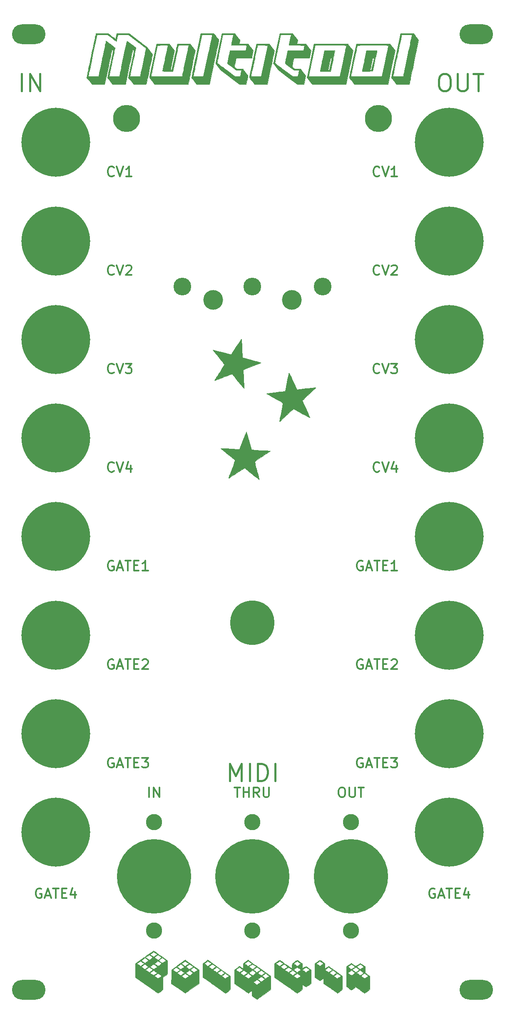
<source format=gbr>
%TF.GenerationSoftware,KiCad,Pcbnew,5.1.10-88a1d61d58~88~ubuntu20.10.1*%
%TF.CreationDate,2021-05-15T16:12:09+02:00*%
%TF.ProjectId,kosmo-multitool-panel,6b6f736d-6f2d-46d7-956c-7469746f6f6c,v1.0.0*%
%TF.SameCoordinates,Original*%
%TF.FileFunction,Soldermask,Top*%
%TF.FilePolarity,Negative*%
%FSLAX46Y46*%
G04 Gerber Fmt 4.6, Leading zero omitted, Abs format (unit mm)*
G04 Created by KiCad (PCBNEW 5.1.10-88a1d61d58~88~ubuntu20.10.1) date 2021-05-15 16:12:09*
%MOMM*%
%LPD*%
G01*
G04 APERTURE LIST*
%ADD10C,0.400000*%
%ADD11C,0.300000*%
%ADD12C,0.010000*%
%ADD13C,4.000000*%
%ADD14C,3.600000*%
%ADD15C,5.500000*%
%ADD16C,9.000000*%
%ADD17C,3.300000*%
%ADD18C,15.100000*%
%ADD19C,14.000000*%
%ADD20O,6.800000X4.000000*%
G04 APERTURE END LIST*
D10*
X138740000Y-41083333D02*
X139406666Y-41083333D01*
X139740000Y-41250000D01*
X140073333Y-41583333D01*
X140240000Y-42250000D01*
X140240000Y-43416666D01*
X140073333Y-44083333D01*
X139740000Y-44416666D01*
X139406666Y-44583333D01*
X138740000Y-44583333D01*
X138406666Y-44416666D01*
X138073333Y-44083333D01*
X137906666Y-43416666D01*
X137906666Y-42250000D01*
X138073333Y-41583333D01*
X138406666Y-41250000D01*
X138740000Y-41083333D01*
X141740000Y-41083333D02*
X141740000Y-43916666D01*
X141906666Y-44250000D01*
X142073333Y-44416666D01*
X142406666Y-44583333D01*
X143073333Y-44583333D01*
X143406666Y-44416666D01*
X143573333Y-44250000D01*
X143740000Y-43916666D01*
X143740000Y-41083333D01*
X144906666Y-41083333D02*
X146906666Y-41083333D01*
X145906666Y-44583333D02*
X145906666Y-41083333D01*
X53093333Y-44583333D02*
X53093333Y-41083333D01*
X54760000Y-44583333D02*
X54760000Y-41083333D01*
X56760000Y-44583333D01*
X56760000Y-41083333D01*
D11*
X57047619Y-206500000D02*
X56857142Y-206404761D01*
X56571428Y-206404761D01*
X56285714Y-206500000D01*
X56095238Y-206690476D01*
X56000000Y-206880952D01*
X55904761Y-207261904D01*
X55904761Y-207547619D01*
X56000000Y-207928571D01*
X56095238Y-208119047D01*
X56285714Y-208309523D01*
X56571428Y-208404761D01*
X56761904Y-208404761D01*
X57047619Y-208309523D01*
X57142857Y-208214285D01*
X57142857Y-207547619D01*
X56761904Y-207547619D01*
X57904761Y-207833333D02*
X58857142Y-207833333D01*
X57714285Y-208404761D02*
X58380952Y-206404761D01*
X59047619Y-208404761D01*
X59428571Y-206404761D02*
X60571428Y-206404761D01*
X60000000Y-208404761D02*
X60000000Y-206404761D01*
X61238095Y-207357142D02*
X61904761Y-207357142D01*
X62190476Y-208404761D02*
X61238095Y-208404761D01*
X61238095Y-206404761D01*
X62190476Y-206404761D01*
X63904761Y-207071428D02*
X63904761Y-208404761D01*
X63428571Y-206309523D02*
X62952380Y-207738095D01*
X64190476Y-207738095D01*
X137047619Y-206500000D02*
X136857142Y-206404761D01*
X136571428Y-206404761D01*
X136285714Y-206500000D01*
X136095238Y-206690476D01*
X136000000Y-206880952D01*
X135904761Y-207261904D01*
X135904761Y-207547619D01*
X136000000Y-207928571D01*
X136095238Y-208119047D01*
X136285714Y-208309523D01*
X136571428Y-208404761D01*
X136761904Y-208404761D01*
X137047619Y-208309523D01*
X137142857Y-208214285D01*
X137142857Y-207547619D01*
X136761904Y-207547619D01*
X137904761Y-207833333D02*
X138857142Y-207833333D01*
X137714285Y-208404761D02*
X138380952Y-206404761D01*
X139047619Y-208404761D01*
X139428571Y-206404761D02*
X140571428Y-206404761D01*
X140000000Y-208404761D02*
X140000000Y-206404761D01*
X141238095Y-207357142D02*
X141904761Y-207357142D01*
X142190476Y-208404761D02*
X141238095Y-208404761D01*
X141238095Y-206404761D01*
X142190476Y-206404761D01*
X143904761Y-207071428D02*
X143904761Y-208404761D01*
X143428571Y-206309523D02*
X142952380Y-207738095D01*
X144190476Y-207738095D01*
X122376428Y-180000000D02*
X122185952Y-179904761D01*
X121900238Y-179904761D01*
X121614523Y-180000000D01*
X121424047Y-180190476D01*
X121328809Y-180380952D01*
X121233571Y-180761904D01*
X121233571Y-181047619D01*
X121328809Y-181428571D01*
X121424047Y-181619047D01*
X121614523Y-181809523D01*
X121900238Y-181904761D01*
X122090714Y-181904761D01*
X122376428Y-181809523D01*
X122471666Y-181714285D01*
X122471666Y-181047619D01*
X122090714Y-181047619D01*
X123233571Y-181333333D02*
X124185952Y-181333333D01*
X123043095Y-181904761D02*
X123709761Y-179904761D01*
X124376428Y-181904761D01*
X124757380Y-179904761D02*
X125900238Y-179904761D01*
X125328809Y-181904761D02*
X125328809Y-179904761D01*
X126566904Y-180857142D02*
X127233571Y-180857142D01*
X127519285Y-181904761D02*
X126566904Y-181904761D01*
X126566904Y-179904761D01*
X127519285Y-179904761D01*
X128185952Y-179904761D02*
X129424047Y-179904761D01*
X128757380Y-180666666D01*
X129043095Y-180666666D01*
X129233571Y-180761904D01*
X129328809Y-180857142D01*
X129424047Y-181047619D01*
X129424047Y-181523809D01*
X129328809Y-181714285D01*
X129233571Y-181809523D01*
X129043095Y-181904761D01*
X128471666Y-181904761D01*
X128281190Y-181809523D01*
X128185952Y-181714285D01*
X122376428Y-160000000D02*
X122185952Y-159904761D01*
X121900238Y-159904761D01*
X121614523Y-160000000D01*
X121424047Y-160190476D01*
X121328809Y-160380952D01*
X121233571Y-160761904D01*
X121233571Y-161047619D01*
X121328809Y-161428571D01*
X121424047Y-161619047D01*
X121614523Y-161809523D01*
X121900238Y-161904761D01*
X122090714Y-161904761D01*
X122376428Y-161809523D01*
X122471666Y-161714285D01*
X122471666Y-161047619D01*
X122090714Y-161047619D01*
X123233571Y-161333333D02*
X124185952Y-161333333D01*
X123043095Y-161904761D02*
X123709761Y-159904761D01*
X124376428Y-161904761D01*
X124757380Y-159904761D02*
X125900238Y-159904761D01*
X125328809Y-161904761D02*
X125328809Y-159904761D01*
X126566904Y-160857142D02*
X127233571Y-160857142D01*
X127519285Y-161904761D02*
X126566904Y-161904761D01*
X126566904Y-159904761D01*
X127519285Y-159904761D01*
X128281190Y-160095238D02*
X128376428Y-160000000D01*
X128566904Y-159904761D01*
X129043095Y-159904761D01*
X129233571Y-160000000D01*
X129328809Y-160095238D01*
X129424047Y-160285714D01*
X129424047Y-160476190D01*
X129328809Y-160761904D01*
X128185952Y-161904761D01*
X129424047Y-161904761D01*
X122376428Y-140000000D02*
X122185952Y-139904761D01*
X121900238Y-139904761D01*
X121614523Y-140000000D01*
X121424047Y-140190476D01*
X121328809Y-140380952D01*
X121233571Y-140761904D01*
X121233571Y-141047619D01*
X121328809Y-141428571D01*
X121424047Y-141619047D01*
X121614523Y-141809523D01*
X121900238Y-141904761D01*
X122090714Y-141904761D01*
X122376428Y-141809523D01*
X122471666Y-141714285D01*
X122471666Y-141047619D01*
X122090714Y-141047619D01*
X123233571Y-141333333D02*
X124185952Y-141333333D01*
X123043095Y-141904761D02*
X123709761Y-139904761D01*
X124376428Y-141904761D01*
X124757380Y-139904761D02*
X125900238Y-139904761D01*
X125328809Y-141904761D02*
X125328809Y-139904761D01*
X126566904Y-140857142D02*
X127233571Y-140857142D01*
X127519285Y-141904761D02*
X126566904Y-141904761D01*
X126566904Y-139904761D01*
X127519285Y-139904761D01*
X129424047Y-141904761D02*
X128281190Y-141904761D01*
X128852619Y-141904761D02*
X128852619Y-139904761D01*
X128662142Y-140190476D01*
X128471666Y-140380952D01*
X128281190Y-140476190D01*
X71718809Y-180000000D02*
X71528333Y-179904761D01*
X71242619Y-179904761D01*
X70956904Y-180000000D01*
X70766428Y-180190476D01*
X70671190Y-180380952D01*
X70575952Y-180761904D01*
X70575952Y-181047619D01*
X70671190Y-181428571D01*
X70766428Y-181619047D01*
X70956904Y-181809523D01*
X71242619Y-181904761D01*
X71433095Y-181904761D01*
X71718809Y-181809523D01*
X71814047Y-181714285D01*
X71814047Y-181047619D01*
X71433095Y-181047619D01*
X72575952Y-181333333D02*
X73528333Y-181333333D01*
X72385476Y-181904761D02*
X73052142Y-179904761D01*
X73718809Y-181904761D01*
X74099761Y-179904761D02*
X75242619Y-179904761D01*
X74671190Y-181904761D02*
X74671190Y-179904761D01*
X75909285Y-180857142D02*
X76575952Y-180857142D01*
X76861666Y-181904761D02*
X75909285Y-181904761D01*
X75909285Y-179904761D01*
X76861666Y-179904761D01*
X77528333Y-179904761D02*
X78766428Y-179904761D01*
X78099761Y-180666666D01*
X78385476Y-180666666D01*
X78575952Y-180761904D01*
X78671190Y-180857142D01*
X78766428Y-181047619D01*
X78766428Y-181523809D01*
X78671190Y-181714285D01*
X78575952Y-181809523D01*
X78385476Y-181904761D01*
X77814047Y-181904761D01*
X77623571Y-181809523D01*
X77528333Y-181714285D01*
X71718809Y-160000000D02*
X71528333Y-159904761D01*
X71242619Y-159904761D01*
X70956904Y-160000000D01*
X70766428Y-160190476D01*
X70671190Y-160380952D01*
X70575952Y-160761904D01*
X70575952Y-161047619D01*
X70671190Y-161428571D01*
X70766428Y-161619047D01*
X70956904Y-161809523D01*
X71242619Y-161904761D01*
X71433095Y-161904761D01*
X71718809Y-161809523D01*
X71814047Y-161714285D01*
X71814047Y-161047619D01*
X71433095Y-161047619D01*
X72575952Y-161333333D02*
X73528333Y-161333333D01*
X72385476Y-161904761D02*
X73052142Y-159904761D01*
X73718809Y-161904761D01*
X74099761Y-159904761D02*
X75242619Y-159904761D01*
X74671190Y-161904761D02*
X74671190Y-159904761D01*
X75909285Y-160857142D02*
X76575952Y-160857142D01*
X76861666Y-161904761D02*
X75909285Y-161904761D01*
X75909285Y-159904761D01*
X76861666Y-159904761D01*
X77623571Y-160095238D02*
X77718809Y-160000000D01*
X77909285Y-159904761D01*
X78385476Y-159904761D01*
X78575952Y-160000000D01*
X78671190Y-160095238D01*
X78766428Y-160285714D01*
X78766428Y-160476190D01*
X78671190Y-160761904D01*
X77528333Y-161904761D01*
X78766428Y-161904761D01*
X71718809Y-140000000D02*
X71528333Y-139904761D01*
X71242619Y-139904761D01*
X70956904Y-140000000D01*
X70766428Y-140190476D01*
X70671190Y-140380952D01*
X70575952Y-140761904D01*
X70575952Y-141047619D01*
X70671190Y-141428571D01*
X70766428Y-141619047D01*
X70956904Y-141809523D01*
X71242619Y-141904761D01*
X71433095Y-141904761D01*
X71718809Y-141809523D01*
X71814047Y-141714285D01*
X71814047Y-141047619D01*
X71433095Y-141047619D01*
X72575952Y-141333333D02*
X73528333Y-141333333D01*
X72385476Y-141904761D02*
X73052142Y-139904761D01*
X73718809Y-141904761D01*
X74099761Y-139904761D02*
X75242619Y-139904761D01*
X74671190Y-141904761D02*
X74671190Y-139904761D01*
X75909285Y-140857142D02*
X76575952Y-140857142D01*
X76861666Y-141904761D02*
X75909285Y-141904761D01*
X75909285Y-139904761D01*
X76861666Y-139904761D01*
X78766428Y-141904761D02*
X77623571Y-141904761D01*
X78195000Y-141904761D02*
X78195000Y-139904761D01*
X78004523Y-140190476D01*
X77814047Y-140380952D01*
X77623571Y-140476190D01*
X125805000Y-121714285D02*
X125709761Y-121809523D01*
X125424047Y-121904761D01*
X125233571Y-121904761D01*
X124947857Y-121809523D01*
X124757380Y-121619047D01*
X124662142Y-121428571D01*
X124566904Y-121047619D01*
X124566904Y-120761904D01*
X124662142Y-120380952D01*
X124757380Y-120190476D01*
X124947857Y-120000000D01*
X125233571Y-119904761D01*
X125424047Y-119904761D01*
X125709761Y-120000000D01*
X125805000Y-120095238D01*
X126376428Y-119904761D02*
X127043095Y-121904761D01*
X127709761Y-119904761D01*
X129233571Y-120571428D02*
X129233571Y-121904761D01*
X128757380Y-119809523D02*
X128281190Y-121238095D01*
X129519285Y-121238095D01*
X71814047Y-121714285D02*
X71718809Y-121809523D01*
X71433095Y-121904761D01*
X71242619Y-121904761D01*
X70956904Y-121809523D01*
X70766428Y-121619047D01*
X70671190Y-121428571D01*
X70575952Y-121047619D01*
X70575952Y-120761904D01*
X70671190Y-120380952D01*
X70766428Y-120190476D01*
X70956904Y-120000000D01*
X71242619Y-119904761D01*
X71433095Y-119904761D01*
X71718809Y-120000000D01*
X71814047Y-120095238D01*
X72385476Y-119904761D02*
X73052142Y-121904761D01*
X73718809Y-119904761D01*
X75242619Y-120571428D02*
X75242619Y-121904761D01*
X74766428Y-119809523D02*
X74290238Y-121238095D01*
X75528333Y-121238095D01*
X125805000Y-101714285D02*
X125709761Y-101809523D01*
X125424047Y-101904761D01*
X125233571Y-101904761D01*
X124947857Y-101809523D01*
X124757380Y-101619047D01*
X124662142Y-101428571D01*
X124566904Y-101047619D01*
X124566904Y-100761904D01*
X124662142Y-100380952D01*
X124757380Y-100190476D01*
X124947857Y-100000000D01*
X125233571Y-99904761D01*
X125424047Y-99904761D01*
X125709761Y-100000000D01*
X125805000Y-100095238D01*
X126376428Y-99904761D02*
X127043095Y-101904761D01*
X127709761Y-99904761D01*
X128185952Y-99904761D02*
X129424047Y-99904761D01*
X128757380Y-100666666D01*
X129043095Y-100666666D01*
X129233571Y-100761904D01*
X129328809Y-100857142D01*
X129424047Y-101047619D01*
X129424047Y-101523809D01*
X129328809Y-101714285D01*
X129233571Y-101809523D01*
X129043095Y-101904761D01*
X128471666Y-101904761D01*
X128281190Y-101809523D01*
X128185952Y-101714285D01*
X71814047Y-101714285D02*
X71718809Y-101809523D01*
X71433095Y-101904761D01*
X71242619Y-101904761D01*
X70956904Y-101809523D01*
X70766428Y-101619047D01*
X70671190Y-101428571D01*
X70575952Y-101047619D01*
X70575952Y-100761904D01*
X70671190Y-100380952D01*
X70766428Y-100190476D01*
X70956904Y-100000000D01*
X71242619Y-99904761D01*
X71433095Y-99904761D01*
X71718809Y-100000000D01*
X71814047Y-100095238D01*
X72385476Y-99904761D02*
X73052142Y-101904761D01*
X73718809Y-99904761D01*
X74195000Y-99904761D02*
X75433095Y-99904761D01*
X74766428Y-100666666D01*
X75052142Y-100666666D01*
X75242619Y-100761904D01*
X75337857Y-100857142D01*
X75433095Y-101047619D01*
X75433095Y-101523809D01*
X75337857Y-101714285D01*
X75242619Y-101809523D01*
X75052142Y-101904761D01*
X74480714Y-101904761D01*
X74290238Y-101809523D01*
X74195000Y-101714285D01*
X125805000Y-81714285D02*
X125709761Y-81809523D01*
X125424047Y-81904761D01*
X125233571Y-81904761D01*
X124947857Y-81809523D01*
X124757380Y-81619047D01*
X124662142Y-81428571D01*
X124566904Y-81047619D01*
X124566904Y-80761904D01*
X124662142Y-80380952D01*
X124757380Y-80190476D01*
X124947857Y-80000000D01*
X125233571Y-79904761D01*
X125424047Y-79904761D01*
X125709761Y-80000000D01*
X125805000Y-80095238D01*
X126376428Y-79904761D02*
X127043095Y-81904761D01*
X127709761Y-79904761D01*
X128281190Y-80095238D02*
X128376428Y-80000000D01*
X128566904Y-79904761D01*
X129043095Y-79904761D01*
X129233571Y-80000000D01*
X129328809Y-80095238D01*
X129424047Y-80285714D01*
X129424047Y-80476190D01*
X129328809Y-80761904D01*
X128185952Y-81904761D01*
X129424047Y-81904761D01*
X71814047Y-81714285D02*
X71718809Y-81809523D01*
X71433095Y-81904761D01*
X71242619Y-81904761D01*
X70956904Y-81809523D01*
X70766428Y-81619047D01*
X70671190Y-81428571D01*
X70575952Y-81047619D01*
X70575952Y-80761904D01*
X70671190Y-80380952D01*
X70766428Y-80190476D01*
X70956904Y-80000000D01*
X71242619Y-79904761D01*
X71433095Y-79904761D01*
X71718809Y-80000000D01*
X71814047Y-80095238D01*
X72385476Y-79904761D02*
X73052142Y-81904761D01*
X73718809Y-79904761D01*
X74290238Y-80095238D02*
X74385476Y-80000000D01*
X74575952Y-79904761D01*
X75052142Y-79904761D01*
X75242619Y-80000000D01*
X75337857Y-80095238D01*
X75433095Y-80285714D01*
X75433095Y-80476190D01*
X75337857Y-80761904D01*
X74195000Y-81904761D01*
X75433095Y-81904761D01*
X125805000Y-61714285D02*
X125709761Y-61809523D01*
X125424047Y-61904761D01*
X125233571Y-61904761D01*
X124947857Y-61809523D01*
X124757380Y-61619047D01*
X124662142Y-61428571D01*
X124566904Y-61047619D01*
X124566904Y-60761904D01*
X124662142Y-60380952D01*
X124757380Y-60190476D01*
X124947857Y-60000000D01*
X125233571Y-59904761D01*
X125424047Y-59904761D01*
X125709761Y-60000000D01*
X125805000Y-60095238D01*
X126376428Y-59904761D02*
X127043095Y-61904761D01*
X127709761Y-59904761D01*
X129424047Y-61904761D02*
X128281190Y-61904761D01*
X128852619Y-61904761D02*
X128852619Y-59904761D01*
X128662142Y-60190476D01*
X128471666Y-60380952D01*
X128281190Y-60476190D01*
X71814047Y-61714285D02*
X71718809Y-61809523D01*
X71433095Y-61904761D01*
X71242619Y-61904761D01*
X70956904Y-61809523D01*
X70766428Y-61619047D01*
X70671190Y-61428571D01*
X70575952Y-61047619D01*
X70575952Y-60761904D01*
X70671190Y-60380952D01*
X70766428Y-60190476D01*
X70956904Y-60000000D01*
X71242619Y-59904761D01*
X71433095Y-59904761D01*
X71718809Y-60000000D01*
X71814047Y-60095238D01*
X72385476Y-59904761D02*
X73052142Y-61904761D01*
X73718809Y-59904761D01*
X75433095Y-61904761D02*
X74290238Y-61904761D01*
X74861666Y-61904761D02*
X74861666Y-59904761D01*
X74671190Y-60190476D01*
X74480714Y-60380952D01*
X74290238Y-60476190D01*
X118000000Y-185904761D02*
X118380952Y-185904761D01*
X118571428Y-186000000D01*
X118761904Y-186190476D01*
X118857142Y-186571428D01*
X118857142Y-187238095D01*
X118761904Y-187619047D01*
X118571428Y-187809523D01*
X118380952Y-187904761D01*
X118000000Y-187904761D01*
X117809523Y-187809523D01*
X117619047Y-187619047D01*
X117523809Y-187238095D01*
X117523809Y-186571428D01*
X117619047Y-186190476D01*
X117809523Y-186000000D01*
X118000000Y-185904761D01*
X119714285Y-185904761D02*
X119714285Y-187523809D01*
X119809523Y-187714285D01*
X119904761Y-187809523D01*
X120095238Y-187904761D01*
X120476190Y-187904761D01*
X120666666Y-187809523D01*
X120761904Y-187714285D01*
X120857142Y-187523809D01*
X120857142Y-185904761D01*
X121523809Y-185904761D02*
X122666666Y-185904761D01*
X122095238Y-187904761D02*
X122095238Y-185904761D01*
X96333333Y-185904761D02*
X97476190Y-185904761D01*
X96904761Y-187904761D02*
X96904761Y-185904761D01*
X98142857Y-187904761D02*
X98142857Y-185904761D01*
X98142857Y-186857142D02*
X99285714Y-186857142D01*
X99285714Y-187904761D02*
X99285714Y-185904761D01*
X101380952Y-187904761D02*
X100714285Y-186952380D01*
X100238095Y-187904761D02*
X100238095Y-185904761D01*
X101000000Y-185904761D01*
X101190476Y-186000000D01*
X101285714Y-186095238D01*
X101380952Y-186285714D01*
X101380952Y-186571428D01*
X101285714Y-186761904D01*
X101190476Y-186857142D01*
X101000000Y-186952380D01*
X100238095Y-186952380D01*
X102238095Y-185904761D02*
X102238095Y-187523809D01*
X102333333Y-187714285D01*
X102428571Y-187809523D01*
X102619047Y-187904761D01*
X103000000Y-187904761D01*
X103190476Y-187809523D01*
X103285714Y-187714285D01*
X103380952Y-187523809D01*
X103380952Y-185904761D01*
X78952380Y-187904761D02*
X78952380Y-185904761D01*
X79904761Y-187904761D02*
X79904761Y-185904761D01*
X81047619Y-187904761D01*
X81047619Y-185904761D01*
D10*
X95416666Y-184583333D02*
X95416666Y-181083333D01*
X96583333Y-183583333D01*
X97750000Y-181083333D01*
X97750000Y-184583333D01*
X99416666Y-184583333D02*
X99416666Y-181083333D01*
X101083333Y-184583333D02*
X101083333Y-181083333D01*
X101916666Y-181083333D01*
X102416666Y-181250000D01*
X102750000Y-181583333D01*
X102916666Y-181916666D01*
X103083333Y-182583333D01*
X103083333Y-183083333D01*
X102916666Y-183750000D01*
X102750000Y-184083333D01*
X102416666Y-184416666D01*
X101916666Y-184583333D01*
X101083333Y-184583333D01*
X104583333Y-184583333D02*
X104583333Y-181083333D01*
D12*
%TO.C,G\u002A\u002A\u002A*%
G36*
X98768812Y-113779023D02*
G01*
X98810813Y-113914204D01*
X98872527Y-114126081D01*
X98950913Y-114403867D01*
X99042930Y-114736775D01*
X99145537Y-115114017D01*
X99255695Y-115524807D01*
X99266183Y-115564205D01*
X99753321Y-117395541D01*
X101672616Y-117496196D01*
X102159162Y-117522922D01*
X102585874Y-117548806D01*
X102945490Y-117573289D01*
X103230744Y-117595810D01*
X103434375Y-117615808D01*
X103549122Y-117632721D01*
X103572541Y-117642914D01*
X103526833Y-117680186D01*
X103405319Y-117765904D01*
X103217677Y-117893599D01*
X102973579Y-118056800D01*
X102682703Y-118249038D01*
X102354721Y-118463844D01*
X102007626Y-118689364D01*
X101652183Y-118920617D01*
X101324042Y-119136382D01*
X101032957Y-119330071D01*
X100788682Y-119495098D01*
X100600972Y-119624874D01*
X100479579Y-119712810D01*
X100434416Y-119751910D01*
X100439969Y-119815393D01*
X100469412Y-119963736D01*
X100519634Y-120183856D01*
X100587521Y-120462668D01*
X100669963Y-120787086D01*
X100763849Y-121144027D01*
X100778216Y-121197667D01*
X100921883Y-121733436D01*
X101040871Y-122179068D01*
X101137107Y-122542478D01*
X101212523Y-122831581D01*
X101269047Y-123054292D01*
X101308610Y-123218528D01*
X101333141Y-123332202D01*
X101344570Y-123403233D01*
X101344827Y-123439534D01*
X101335842Y-123449021D01*
X101325989Y-123444578D01*
X101274721Y-123404662D01*
X101153780Y-123308195D01*
X100972407Y-123162616D01*
X100739842Y-122975365D01*
X100465327Y-122753884D01*
X100158104Y-122505612D01*
X99839475Y-122247759D01*
X99510386Y-121982167D01*
X99205550Y-121737888D01*
X98934084Y-121522097D01*
X98705103Y-121341965D01*
X98527727Y-121204666D01*
X98411070Y-121117372D01*
X98364466Y-121087252D01*
X98312979Y-121113462D01*
X98186262Y-121189084D01*
X97994133Y-121307942D01*
X97746406Y-121463860D01*
X97452895Y-121650660D01*
X97123416Y-121862166D01*
X96775135Y-122087430D01*
X96418876Y-122318516D01*
X96088357Y-122532597D01*
X95793541Y-122723242D01*
X95544389Y-122884021D01*
X95350868Y-123008506D01*
X95222941Y-123090265D01*
X95170994Y-123122641D01*
X95151834Y-123100288D01*
X95173609Y-122995906D01*
X95216341Y-122868180D01*
X95260922Y-122748776D01*
X95336565Y-122549019D01*
X95437760Y-122283343D01*
X95558992Y-121966186D01*
X95694751Y-121611980D01*
X95839522Y-121235164D01*
X95893790Y-121094144D01*
X96034015Y-120726243D01*
X96160467Y-120387371D01*
X96268898Y-120089484D01*
X96355057Y-119844543D01*
X96414696Y-119664503D01*
X96443562Y-119561323D01*
X96445225Y-119542558D01*
X96402087Y-119496843D01*
X96288566Y-119395221D01*
X96113636Y-119245228D01*
X95886274Y-119054394D01*
X95615456Y-118830255D01*
X95310155Y-118580344D01*
X94979514Y-118312330D01*
X94649987Y-118045421D01*
X94346969Y-117797946D01*
X94079241Y-117577233D01*
X93855584Y-117390607D01*
X93684776Y-117245396D01*
X93575598Y-117148927D01*
X93536830Y-117108528D01*
X93536828Y-117108396D01*
X93586168Y-117102335D01*
X93725879Y-117101670D01*
X93944895Y-117106044D01*
X94232151Y-117115102D01*
X94576582Y-117128488D01*
X94967119Y-117145846D01*
X95392700Y-117166821D01*
X95453932Y-117169999D01*
X97369023Y-117270007D01*
X98044553Y-115499893D01*
X98197790Y-115100400D01*
X98340400Y-114732516D01*
X98468234Y-114406657D01*
X98577139Y-114133233D01*
X98662966Y-113922656D01*
X98721564Y-113785338D01*
X98748782Y-113731693D01*
X98749564Y-113731326D01*
X98768812Y-113779023D01*
G37*
X98768812Y-113779023D02*
X98810813Y-113914204D01*
X98872527Y-114126081D01*
X98950913Y-114403867D01*
X99042930Y-114736775D01*
X99145537Y-115114017D01*
X99255695Y-115524807D01*
X99266183Y-115564205D01*
X99753321Y-117395541D01*
X101672616Y-117496196D01*
X102159162Y-117522922D01*
X102585874Y-117548806D01*
X102945490Y-117573289D01*
X103230744Y-117595810D01*
X103434375Y-117615808D01*
X103549122Y-117632721D01*
X103572541Y-117642914D01*
X103526833Y-117680186D01*
X103405319Y-117765904D01*
X103217677Y-117893599D01*
X102973579Y-118056800D01*
X102682703Y-118249038D01*
X102354721Y-118463844D01*
X102007626Y-118689364D01*
X101652183Y-118920617D01*
X101324042Y-119136382D01*
X101032957Y-119330071D01*
X100788682Y-119495098D01*
X100600972Y-119624874D01*
X100479579Y-119712810D01*
X100434416Y-119751910D01*
X100439969Y-119815393D01*
X100469412Y-119963736D01*
X100519634Y-120183856D01*
X100587521Y-120462668D01*
X100669963Y-120787086D01*
X100763849Y-121144027D01*
X100778216Y-121197667D01*
X100921883Y-121733436D01*
X101040871Y-122179068D01*
X101137107Y-122542478D01*
X101212523Y-122831581D01*
X101269047Y-123054292D01*
X101308610Y-123218528D01*
X101333141Y-123332202D01*
X101344570Y-123403233D01*
X101344827Y-123439534D01*
X101335842Y-123449021D01*
X101325989Y-123444578D01*
X101274721Y-123404662D01*
X101153780Y-123308195D01*
X100972407Y-123162616D01*
X100739842Y-122975365D01*
X100465327Y-122753884D01*
X100158104Y-122505612D01*
X99839475Y-122247759D01*
X99510386Y-121982167D01*
X99205550Y-121737888D01*
X98934084Y-121522097D01*
X98705103Y-121341965D01*
X98527727Y-121204666D01*
X98411070Y-121117372D01*
X98364466Y-121087252D01*
X98312979Y-121113462D01*
X98186262Y-121189084D01*
X97994133Y-121307942D01*
X97746406Y-121463860D01*
X97452895Y-121650660D01*
X97123416Y-121862166D01*
X96775135Y-122087430D01*
X96418876Y-122318516D01*
X96088357Y-122532597D01*
X95793541Y-122723242D01*
X95544389Y-122884021D01*
X95350868Y-123008506D01*
X95222941Y-123090265D01*
X95170994Y-123122641D01*
X95151834Y-123100288D01*
X95173609Y-122995906D01*
X95216341Y-122868180D01*
X95260922Y-122748776D01*
X95336565Y-122549019D01*
X95437760Y-122283343D01*
X95558992Y-121966186D01*
X95694751Y-121611980D01*
X95839522Y-121235164D01*
X95893790Y-121094144D01*
X96034015Y-120726243D01*
X96160467Y-120387371D01*
X96268898Y-120089484D01*
X96355057Y-119844543D01*
X96414696Y-119664503D01*
X96443562Y-119561323D01*
X96445225Y-119542558D01*
X96402087Y-119496843D01*
X96288566Y-119395221D01*
X96113636Y-119245228D01*
X95886274Y-119054394D01*
X95615456Y-118830255D01*
X95310155Y-118580344D01*
X94979514Y-118312330D01*
X94649987Y-118045421D01*
X94346969Y-117797946D01*
X94079241Y-117577233D01*
X93855584Y-117390607D01*
X93684776Y-117245396D01*
X93575598Y-117148927D01*
X93536830Y-117108528D01*
X93536828Y-117108396D01*
X93586168Y-117102335D01*
X93725879Y-117101670D01*
X93944895Y-117106044D01*
X94232151Y-117115102D01*
X94576582Y-117128488D01*
X94967119Y-117145846D01*
X95392700Y-117166821D01*
X95453932Y-117169999D01*
X97369023Y-117270007D01*
X98044553Y-115499893D01*
X98197790Y-115100400D01*
X98340400Y-114732516D01*
X98468234Y-114406657D01*
X98577139Y-114133233D01*
X98662966Y-113922656D01*
X98721564Y-113785338D01*
X98748782Y-113731693D01*
X98749564Y-113731326D01*
X98768812Y-113779023D01*
G36*
X107444939Y-101804066D02*
G01*
X107509776Y-101929900D01*
X107607344Y-102127842D01*
X107732777Y-102387797D01*
X107881205Y-102699668D01*
X108047760Y-103053362D01*
X108227578Y-103438781D01*
X108244747Y-103475761D01*
X109042493Y-105194683D01*
X110950108Y-104960527D01*
X111433903Y-104902359D01*
X111858627Y-104853752D01*
X112217031Y-104815417D01*
X112501862Y-104788061D01*
X112705873Y-104772395D01*
X112821813Y-104769126D01*
X112846646Y-104775097D01*
X112808105Y-104819740D01*
X112703322Y-104925256D01*
X112540704Y-105083596D01*
X112328655Y-105286704D01*
X112075579Y-105526532D01*
X111789881Y-105795028D01*
X111487220Y-106077395D01*
X111177333Y-106366856D01*
X110891645Y-106636324D01*
X110638616Y-106877617D01*
X110426709Y-107082555D01*
X110264386Y-107242955D01*
X110160107Y-107350635D01*
X110122420Y-107396983D01*
X110138912Y-107458537D01*
X110193667Y-107599514D01*
X110281349Y-107807569D01*
X110396620Y-108070357D01*
X110534145Y-108375530D01*
X110688586Y-108710745D01*
X110712050Y-108761075D01*
X110946570Y-109263757D01*
X111141133Y-109681957D01*
X111299012Y-110023134D01*
X111423485Y-110294750D01*
X111517823Y-110504262D01*
X111585305Y-110659133D01*
X111629202Y-110766821D01*
X111652792Y-110834787D01*
X111659349Y-110870492D01*
X111652147Y-110881395D01*
X111641673Y-110878731D01*
X111584253Y-110848324D01*
X111448398Y-110774323D01*
X111244500Y-110662451D01*
X110982953Y-110518429D01*
X110674149Y-110347983D01*
X110328481Y-110156831D01*
X109969917Y-109958225D01*
X109599708Y-109753813D01*
X109257084Y-109566180D01*
X108952270Y-109400807D01*
X108695489Y-109263173D01*
X108496966Y-109158761D01*
X108366923Y-109093050D01*
X108315797Y-109071482D01*
X108269643Y-109106233D01*
X108157983Y-109202710D01*
X107989413Y-109353126D01*
X107772523Y-109549692D01*
X107515909Y-109784622D01*
X107228164Y-110050128D01*
X106924290Y-110332449D01*
X106613571Y-110621887D01*
X106325248Y-110890110D01*
X106068016Y-111129053D01*
X105850569Y-111330655D01*
X105681604Y-111486853D01*
X105569818Y-111589584D01*
X105524283Y-111630489D01*
X105501532Y-111611802D01*
X105504850Y-111505224D01*
X105524754Y-111372019D01*
X105547923Y-111246687D01*
X105587730Y-111036830D01*
X105641253Y-110757618D01*
X105705570Y-110424227D01*
X105777759Y-110051829D01*
X105854897Y-109655598D01*
X105883853Y-109507296D01*
X105958062Y-109120635D01*
X106023749Y-108764953D01*
X106078805Y-108452763D01*
X106121121Y-108196582D01*
X106148590Y-108008920D01*
X106159101Y-107902296D01*
X106157480Y-107883527D01*
X106107059Y-107845997D01*
X105977616Y-107765632D01*
X105779298Y-107648294D01*
X105522252Y-107499840D01*
X105216627Y-107326134D01*
X104872567Y-107133035D01*
X104500410Y-106926507D01*
X104129540Y-106720875D01*
X103788153Y-106529778D01*
X103486166Y-106358908D01*
X103233499Y-106213955D01*
X103040070Y-106100611D01*
X102915799Y-106024566D01*
X102870605Y-105991513D01*
X102870580Y-105991383D01*
X102918118Y-105976847D01*
X103055591Y-105951932D01*
X103272040Y-105918207D01*
X103556504Y-105877246D01*
X103898026Y-105830618D01*
X104285645Y-105779897D01*
X104708403Y-105726652D01*
X104769257Y-105719149D01*
X106672619Y-105485085D01*
X107030509Y-103624559D01*
X107112047Y-103204525D01*
X107188608Y-102817467D01*
X107257914Y-102474360D01*
X107317686Y-102186179D01*
X107365643Y-101963897D01*
X107399506Y-101818491D01*
X107416995Y-101760934D01*
X107417701Y-101760436D01*
X107444939Y-101804066D01*
G37*
X107444939Y-101804066D02*
X107509776Y-101929900D01*
X107607344Y-102127842D01*
X107732777Y-102387797D01*
X107881205Y-102699668D01*
X108047760Y-103053362D01*
X108227578Y-103438781D01*
X108244747Y-103475761D01*
X109042493Y-105194683D01*
X110950108Y-104960527D01*
X111433903Y-104902359D01*
X111858627Y-104853752D01*
X112217031Y-104815417D01*
X112501862Y-104788061D01*
X112705873Y-104772395D01*
X112821813Y-104769126D01*
X112846646Y-104775097D01*
X112808105Y-104819740D01*
X112703322Y-104925256D01*
X112540704Y-105083596D01*
X112328655Y-105286704D01*
X112075579Y-105526532D01*
X111789881Y-105795028D01*
X111487220Y-106077395D01*
X111177333Y-106366856D01*
X110891645Y-106636324D01*
X110638616Y-106877617D01*
X110426709Y-107082555D01*
X110264386Y-107242955D01*
X110160107Y-107350635D01*
X110122420Y-107396983D01*
X110138912Y-107458537D01*
X110193667Y-107599514D01*
X110281349Y-107807569D01*
X110396620Y-108070357D01*
X110534145Y-108375530D01*
X110688586Y-108710745D01*
X110712050Y-108761075D01*
X110946570Y-109263757D01*
X111141133Y-109681957D01*
X111299012Y-110023134D01*
X111423485Y-110294750D01*
X111517823Y-110504262D01*
X111585305Y-110659133D01*
X111629202Y-110766821D01*
X111652792Y-110834787D01*
X111659349Y-110870492D01*
X111652147Y-110881395D01*
X111641673Y-110878731D01*
X111584253Y-110848324D01*
X111448398Y-110774323D01*
X111244500Y-110662451D01*
X110982953Y-110518429D01*
X110674149Y-110347983D01*
X110328481Y-110156831D01*
X109969917Y-109958225D01*
X109599708Y-109753813D01*
X109257084Y-109566180D01*
X108952270Y-109400807D01*
X108695489Y-109263173D01*
X108496966Y-109158761D01*
X108366923Y-109093050D01*
X108315797Y-109071482D01*
X108269643Y-109106233D01*
X108157983Y-109202710D01*
X107989413Y-109353126D01*
X107772523Y-109549692D01*
X107515909Y-109784622D01*
X107228164Y-110050128D01*
X106924290Y-110332449D01*
X106613571Y-110621887D01*
X106325248Y-110890110D01*
X106068016Y-111129053D01*
X105850569Y-111330655D01*
X105681604Y-111486853D01*
X105569818Y-111589584D01*
X105524283Y-111630489D01*
X105501532Y-111611802D01*
X105504850Y-111505224D01*
X105524754Y-111372019D01*
X105547923Y-111246687D01*
X105587730Y-111036830D01*
X105641253Y-110757618D01*
X105705570Y-110424227D01*
X105777759Y-110051829D01*
X105854897Y-109655598D01*
X105883853Y-109507296D01*
X105958062Y-109120635D01*
X106023749Y-108764953D01*
X106078805Y-108452763D01*
X106121121Y-108196582D01*
X106148590Y-108008920D01*
X106159101Y-107902296D01*
X106157480Y-107883527D01*
X106107059Y-107845997D01*
X105977616Y-107765632D01*
X105779298Y-107648294D01*
X105522252Y-107499840D01*
X105216627Y-107326134D01*
X104872567Y-107133035D01*
X104500410Y-106926507D01*
X104129540Y-106720875D01*
X103788153Y-106529778D01*
X103486166Y-106358908D01*
X103233499Y-106213955D01*
X103040070Y-106100611D01*
X102915799Y-106024566D01*
X102870605Y-105991513D01*
X102870580Y-105991383D01*
X102918118Y-105976847D01*
X103055591Y-105951932D01*
X103272040Y-105918207D01*
X103556504Y-105877246D01*
X103898026Y-105830618D01*
X104285645Y-105779897D01*
X104708403Y-105726652D01*
X104769257Y-105719149D01*
X106672619Y-105485085D01*
X107030509Y-103624559D01*
X107112047Y-103204525D01*
X107188608Y-102817467D01*
X107257914Y-102474360D01*
X107317686Y-102186179D01*
X107365643Y-101963897D01*
X107399506Y-101818491D01*
X107416995Y-101760934D01*
X107417701Y-101760436D01*
X107444939Y-101804066D01*
G36*
X97744484Y-94938077D02*
G01*
X97757462Y-95079036D01*
X97773775Y-95299115D01*
X97792693Y-95587128D01*
X97813484Y-95931892D01*
X97835416Y-96322224D01*
X97857759Y-96746940D01*
X97859826Y-96787658D01*
X97955562Y-98680256D01*
X99811989Y-99177756D01*
X100282347Y-99305056D01*
X100694353Y-99419092D01*
X101041019Y-99517809D01*
X101315358Y-99599146D01*
X101510381Y-99661044D01*
X101619104Y-99701445D01*
X101639892Y-99716284D01*
X101587434Y-99743238D01*
X101450753Y-99801818D01*
X101240662Y-99887711D01*
X100967967Y-99996594D01*
X100643478Y-100124155D01*
X100278003Y-100266076D01*
X99891604Y-100414503D01*
X99495849Y-100566801D01*
X99130018Y-100709627D01*
X98805024Y-100838564D01*
X98531776Y-100949197D01*
X98321186Y-101037109D01*
X98184163Y-101097885D01*
X98131858Y-101126741D01*
X98124091Y-101189991D01*
X98122048Y-101341214D01*
X98125406Y-101566965D01*
X98133842Y-101853799D01*
X98147032Y-102188269D01*
X98164654Y-102556930D01*
X98167555Y-102612384D01*
X98196690Y-103166315D01*
X98220425Y-103626948D01*
X98239002Y-104002425D01*
X98252662Y-104300891D01*
X98261646Y-104530487D01*
X98266198Y-104699360D01*
X98266558Y-104815650D01*
X98262970Y-104887505D01*
X98255674Y-104923066D01*
X98244912Y-104930478D01*
X98236198Y-104924083D01*
X98194350Y-104874381D01*
X98096109Y-104754876D01*
X97948967Y-104574769D01*
X97760416Y-104343257D01*
X97537948Y-104069541D01*
X97289057Y-103762819D01*
X97031002Y-103444354D01*
X96764324Y-103116144D01*
X96516937Y-102813825D01*
X96296269Y-102546308D01*
X96109743Y-102322505D01*
X95964789Y-102151327D01*
X95868832Y-102041686D01*
X95829508Y-102002536D01*
X95773696Y-102017467D01*
X95634026Y-102065091D01*
X95421384Y-102141406D01*
X95146653Y-102242411D01*
X94820718Y-102364105D01*
X94454464Y-102502487D01*
X94066958Y-102650416D01*
X93670440Y-102802382D01*
X93302633Y-102943066D01*
X92974622Y-103068249D01*
X92697487Y-103173714D01*
X92482313Y-103255243D01*
X92340183Y-103308618D01*
X92282640Y-103329486D01*
X92268546Y-103303638D01*
X92311547Y-103206064D01*
X92379901Y-103090014D01*
X92448334Y-102982487D01*
X92563856Y-102802823D01*
X92718077Y-102563992D01*
X92902600Y-102278971D01*
X93109035Y-101960732D01*
X93328988Y-101622250D01*
X93411389Y-101495594D01*
X93625041Y-101164887D01*
X93819185Y-100859711D01*
X93987181Y-100590878D01*
X94122383Y-100369203D01*
X94218151Y-100205496D01*
X94267839Y-100110573D01*
X94273366Y-100092564D01*
X94240676Y-100038879D01*
X94150764Y-99915876D01*
X94010843Y-99732790D01*
X93828125Y-99498855D01*
X93609826Y-99223308D01*
X93363156Y-98915383D01*
X93095464Y-98584481D01*
X92828631Y-98254892D01*
X92583688Y-97949824D01*
X92367700Y-97678270D01*
X92187732Y-97449221D01*
X92050847Y-97271671D01*
X91964112Y-97154611D01*
X91934591Y-97107034D01*
X91934616Y-97106904D01*
X91984138Y-97111235D01*
X92120934Y-97139632D01*
X92334255Y-97189446D01*
X92613350Y-97258030D01*
X92947471Y-97342734D01*
X93325865Y-97440911D01*
X93737785Y-97549910D01*
X93797019Y-97565750D01*
X95649467Y-98061742D01*
X96678263Y-96470760D01*
X96911211Y-96111856D01*
X97127192Y-95781662D01*
X97319982Y-95489501D01*
X97483355Y-95244695D01*
X97611088Y-95056564D01*
X97696956Y-94934431D01*
X97734732Y-94887617D01*
X97735574Y-94887420D01*
X97744484Y-94938077D01*
G37*
X97744484Y-94938077D02*
X97757462Y-95079036D01*
X97773775Y-95299115D01*
X97792693Y-95587128D01*
X97813484Y-95931892D01*
X97835416Y-96322224D01*
X97857759Y-96746940D01*
X97859826Y-96787658D01*
X97955562Y-98680256D01*
X99811989Y-99177756D01*
X100282347Y-99305056D01*
X100694353Y-99419092D01*
X101041019Y-99517809D01*
X101315358Y-99599146D01*
X101510381Y-99661044D01*
X101619104Y-99701445D01*
X101639892Y-99716284D01*
X101587434Y-99743238D01*
X101450753Y-99801818D01*
X101240662Y-99887711D01*
X100967967Y-99996594D01*
X100643478Y-100124155D01*
X100278003Y-100266076D01*
X99891604Y-100414503D01*
X99495849Y-100566801D01*
X99130018Y-100709627D01*
X98805024Y-100838564D01*
X98531776Y-100949197D01*
X98321186Y-101037109D01*
X98184163Y-101097885D01*
X98131858Y-101126741D01*
X98124091Y-101189991D01*
X98122048Y-101341214D01*
X98125406Y-101566965D01*
X98133842Y-101853799D01*
X98147032Y-102188269D01*
X98164654Y-102556930D01*
X98167555Y-102612384D01*
X98196690Y-103166315D01*
X98220425Y-103626948D01*
X98239002Y-104002425D01*
X98252662Y-104300891D01*
X98261646Y-104530487D01*
X98266198Y-104699360D01*
X98266558Y-104815650D01*
X98262970Y-104887505D01*
X98255674Y-104923066D01*
X98244912Y-104930478D01*
X98236198Y-104924083D01*
X98194350Y-104874381D01*
X98096109Y-104754876D01*
X97948967Y-104574769D01*
X97760416Y-104343257D01*
X97537948Y-104069541D01*
X97289057Y-103762819D01*
X97031002Y-103444354D01*
X96764324Y-103116144D01*
X96516937Y-102813825D01*
X96296269Y-102546308D01*
X96109743Y-102322505D01*
X95964789Y-102151327D01*
X95868832Y-102041686D01*
X95829508Y-102002536D01*
X95773696Y-102017467D01*
X95634026Y-102065091D01*
X95421384Y-102141406D01*
X95146653Y-102242411D01*
X94820718Y-102364105D01*
X94454464Y-102502487D01*
X94066958Y-102650416D01*
X93670440Y-102802382D01*
X93302633Y-102943066D01*
X92974622Y-103068249D01*
X92697487Y-103173714D01*
X92482313Y-103255243D01*
X92340183Y-103308618D01*
X92282640Y-103329486D01*
X92268546Y-103303638D01*
X92311547Y-103206064D01*
X92379901Y-103090014D01*
X92448334Y-102982487D01*
X92563856Y-102802823D01*
X92718077Y-102563992D01*
X92902600Y-102278971D01*
X93109035Y-101960732D01*
X93328988Y-101622250D01*
X93411389Y-101495594D01*
X93625041Y-101164887D01*
X93819185Y-100859711D01*
X93987181Y-100590878D01*
X94122383Y-100369203D01*
X94218151Y-100205496D01*
X94267839Y-100110573D01*
X94273366Y-100092564D01*
X94240676Y-100038879D01*
X94150764Y-99915876D01*
X94010843Y-99732790D01*
X93828125Y-99498855D01*
X93609826Y-99223308D01*
X93363156Y-98915383D01*
X93095464Y-98584481D01*
X92828631Y-98254892D01*
X92583688Y-97949824D01*
X92367700Y-97678270D01*
X92187732Y-97449221D01*
X92050847Y-97271671D01*
X91964112Y-97154611D01*
X91934591Y-97107034D01*
X91934616Y-97106904D01*
X91984138Y-97111235D01*
X92120934Y-97139632D01*
X92334255Y-97189446D01*
X92613350Y-97258030D01*
X92947471Y-97342734D01*
X93325865Y-97440911D01*
X93737785Y-97549910D01*
X93797019Y-97565750D01*
X95649467Y-98061742D01*
X96678263Y-96470760D01*
X96911211Y-96111856D01*
X97127192Y-95781662D01*
X97319982Y-95489501D01*
X97483355Y-95244695D01*
X97611088Y-95056564D01*
X97696956Y-94934431D01*
X97734732Y-94887617D01*
X97735574Y-94887420D01*
X97744484Y-94938077D01*
G36*
X124535747Y-36317434D02*
G01*
X124765845Y-36318210D01*
X124945028Y-36319907D01*
X125079591Y-36322858D01*
X125175824Y-36327394D01*
X125240021Y-36333846D01*
X125278475Y-36342546D01*
X125297479Y-36353825D01*
X125303324Y-36368014D01*
X125303454Y-36372812D01*
X125296756Y-36412717D01*
X125277853Y-36509408D01*
X125247849Y-36657579D01*
X125207848Y-36851928D01*
X125158955Y-37087150D01*
X125102274Y-37357940D01*
X125038909Y-37658996D01*
X124969965Y-37985011D01*
X124896545Y-38330684D01*
X124865536Y-38476250D01*
X124428913Y-40524125D01*
X123362638Y-40532480D01*
X122296362Y-40540835D01*
X122349478Y-40289134D01*
X123916194Y-40289134D01*
X124061929Y-40279629D01*
X124207665Y-40270125D01*
X124453120Y-39127125D01*
X124509157Y-38864891D01*
X124560778Y-38620844D01*
X124606479Y-38402279D01*
X124644758Y-38216492D01*
X124674111Y-38070777D01*
X124693037Y-37972430D01*
X124700031Y-37928747D01*
X124700037Y-37928562D01*
X124688072Y-37892604D01*
X124639772Y-37876189D01*
X124565867Y-37873000D01*
X124430235Y-37873000D01*
X124259452Y-38674687D01*
X124207197Y-38920050D01*
X124153864Y-39170587D01*
X124102592Y-39411549D01*
X124056519Y-39628184D01*
X124018783Y-39805742D01*
X124002432Y-39882754D01*
X123916194Y-40289134D01*
X122349478Y-40289134D01*
X122398629Y-40056230D01*
X122425699Y-39928164D01*
X122464215Y-39746247D01*
X122512427Y-39518740D01*
X122568581Y-39253903D01*
X122630926Y-38959999D01*
X122697709Y-38645288D01*
X122767179Y-38318032D01*
X122837583Y-37986492D01*
X122846515Y-37944437D01*
X123192135Y-36317250D01*
X124248442Y-36317250D01*
X124535747Y-36317434D01*
G37*
X124535747Y-36317434D02*
X124765845Y-36318210D01*
X124945028Y-36319907D01*
X125079591Y-36322858D01*
X125175824Y-36327394D01*
X125240021Y-36333846D01*
X125278475Y-36342546D01*
X125297479Y-36353825D01*
X125303324Y-36368014D01*
X125303454Y-36372812D01*
X125296756Y-36412717D01*
X125277853Y-36509408D01*
X125247849Y-36657579D01*
X125207848Y-36851928D01*
X125158955Y-37087150D01*
X125102274Y-37357940D01*
X125038909Y-37658996D01*
X124969965Y-37985011D01*
X124896545Y-38330684D01*
X124865536Y-38476250D01*
X124428913Y-40524125D01*
X123362638Y-40532480D01*
X122296362Y-40540835D01*
X122349478Y-40289134D01*
X123916194Y-40289134D01*
X124061929Y-40279629D01*
X124207665Y-40270125D01*
X124453120Y-39127125D01*
X124509157Y-38864891D01*
X124560778Y-38620844D01*
X124606479Y-38402279D01*
X124644758Y-38216492D01*
X124674111Y-38070777D01*
X124693037Y-37972430D01*
X124700031Y-37928747D01*
X124700037Y-37928562D01*
X124688072Y-37892604D01*
X124639772Y-37876189D01*
X124565867Y-37873000D01*
X124430235Y-37873000D01*
X124259452Y-38674687D01*
X124207197Y-38920050D01*
X124153864Y-39170587D01*
X124102592Y-39411549D01*
X124056519Y-39628184D01*
X124018783Y-39805742D01*
X124002432Y-39882754D01*
X123916194Y-40289134D01*
X122349478Y-40289134D01*
X122398629Y-40056230D01*
X122425699Y-39928164D01*
X122464215Y-39746247D01*
X122512427Y-39518740D01*
X122568581Y-39253903D01*
X122630926Y-38959999D01*
X122697709Y-38645288D01*
X122767179Y-38318032D01*
X122837583Y-37986492D01*
X122846515Y-37944437D01*
X123192135Y-36317250D01*
X124248442Y-36317250D01*
X124535747Y-36317434D01*
G36*
X116585788Y-37103062D02*
G01*
X116540592Y-37315400D01*
X116484967Y-37577336D01*
X116421568Y-37876333D01*
X116353051Y-38199851D01*
X116282071Y-38535352D01*
X116211285Y-38870298D01*
X116143346Y-39192150D01*
X116138678Y-39214278D01*
X115859125Y-40539682D01*
X114791615Y-40539841D01*
X113724106Y-40540000D01*
X113778950Y-40286000D01*
X115345905Y-40286000D01*
X115636875Y-40285680D01*
X115892665Y-39079340D01*
X116148456Y-37873000D01*
X115857919Y-37873000D01*
X115769948Y-38293687D01*
X115737379Y-38448681D01*
X115694747Y-38650425D01*
X115645308Y-38883583D01*
X115592316Y-39132817D01*
X115539024Y-39382791D01*
X115513941Y-39500187D01*
X115345905Y-40286000D01*
X113778950Y-40286000D01*
X113797119Y-40201858D01*
X113817465Y-40107014D01*
X113849465Y-39957038D01*
X113891635Y-39758924D01*
X113942489Y-39519665D01*
X114000542Y-39246256D01*
X114064308Y-38945689D01*
X114132303Y-38624960D01*
X114203041Y-38291062D01*
X114245503Y-38090520D01*
X114620875Y-36317324D01*
X115687109Y-36317287D01*
X116753344Y-36317250D01*
X116585788Y-37103062D01*
G37*
X116585788Y-37103062D02*
X116540592Y-37315400D01*
X116484967Y-37577336D01*
X116421568Y-37876333D01*
X116353051Y-38199851D01*
X116282071Y-38535352D01*
X116211285Y-38870298D01*
X116143346Y-39192150D01*
X116138678Y-39214278D01*
X115859125Y-40539682D01*
X114791615Y-40539841D01*
X113724106Y-40540000D01*
X113778950Y-40286000D01*
X115345905Y-40286000D01*
X115636875Y-40285680D01*
X115892665Y-39079340D01*
X116148456Y-37873000D01*
X115857919Y-37873000D01*
X115769948Y-38293687D01*
X115737379Y-38448681D01*
X115694747Y-38650425D01*
X115645308Y-38883583D01*
X115592316Y-39132817D01*
X115539024Y-39382791D01*
X115513941Y-39500187D01*
X115345905Y-40286000D01*
X113778950Y-40286000D01*
X113797119Y-40201858D01*
X113817465Y-40107014D01*
X113849465Y-39957038D01*
X113891635Y-39758924D01*
X113942489Y-39519665D01*
X114000542Y-39246256D01*
X114064308Y-38945689D01*
X114132303Y-38624960D01*
X114203041Y-38291062D01*
X114245503Y-38090520D01*
X114620875Y-36317324D01*
X115687109Y-36317287D01*
X116753344Y-36317250D01*
X116585788Y-37103062D01*
G36*
X131761382Y-32856645D02*
G01*
X132028832Y-32857238D01*
X132244197Y-32858516D01*
X132413182Y-32860716D01*
X132541496Y-32864074D01*
X132634844Y-32868828D01*
X132698935Y-32875215D01*
X132739474Y-32883471D01*
X132762168Y-32893833D01*
X132772725Y-32906538D01*
X132774751Y-32912062D01*
X132798323Y-32951489D01*
X132856069Y-33033005D01*
X132942405Y-33149184D01*
X133051752Y-33292599D01*
X133178529Y-33455823D01*
X133283622Y-33589209D01*
X133776335Y-34210794D01*
X132843131Y-38621584D01*
X132733188Y-39141166D01*
X132626691Y-39644336D01*
X132524397Y-40127529D01*
X132427060Y-40587179D01*
X132335438Y-41019720D01*
X132250285Y-41421586D01*
X132172359Y-41789212D01*
X132102415Y-42119031D01*
X132041208Y-42407479D01*
X131989496Y-42650989D01*
X131948033Y-42845996D01*
X131917577Y-42988934D01*
X131898882Y-43076236D01*
X131892859Y-43103812D01*
X131875790Y-43175250D01*
X129288467Y-43175250D01*
X128812671Y-42568126D01*
X128676757Y-42395924D01*
X128550582Y-42238364D01*
X128440402Y-42103077D01*
X128352471Y-41997692D01*
X128293046Y-41929837D01*
X128272475Y-41909314D01*
X128263792Y-41901532D01*
X128256670Y-41891055D01*
X128251698Y-41874867D01*
X128249462Y-41849956D01*
X128250553Y-41813306D01*
X128255557Y-41761905D01*
X128265063Y-41692737D01*
X128279659Y-41602790D01*
X128280164Y-41599956D01*
X128543250Y-41599956D01*
X128573766Y-41604634D01*
X128660380Y-41608911D01*
X128795690Y-41612647D01*
X128972295Y-41615706D01*
X129182793Y-41617949D01*
X129419782Y-41619238D01*
X129590395Y-41619500D01*
X130637540Y-41619500D01*
X130654553Y-41548062D01*
X130667625Y-41489670D01*
X130692423Y-41375363D01*
X130728021Y-41209540D01*
X130773491Y-40996599D01*
X130827907Y-40740939D01*
X130890343Y-40446957D01*
X130959870Y-40119053D01*
X131035562Y-39761624D01*
X131116492Y-39379069D01*
X131201733Y-38975787D01*
X131290359Y-38556176D01*
X131381441Y-38124634D01*
X131474054Y-37685560D01*
X131567271Y-37243352D01*
X131660164Y-36802408D01*
X131751806Y-36367127D01*
X131841271Y-35941908D01*
X131927632Y-35531148D01*
X132009961Y-35139246D01*
X132087332Y-34770601D01*
X132158818Y-34429610D01*
X132223492Y-34120673D01*
X132280427Y-33848187D01*
X132328696Y-33616552D01*
X132367372Y-33430165D01*
X132395528Y-33293425D01*
X132412238Y-33210730D01*
X132416750Y-33186262D01*
X132407749Y-33173985D01*
X132376840Y-33164139D01*
X132318161Y-33156476D01*
X132225848Y-33150748D01*
X132094040Y-33146709D01*
X131916875Y-33144112D01*
X131688490Y-33142709D01*
X131403023Y-33142253D01*
X131372968Y-33142250D01*
X130329187Y-33142250D01*
X130311581Y-33229562D01*
X130302957Y-33270780D01*
X130281953Y-33370411D01*
X130249356Y-33524747D01*
X130205948Y-33730081D01*
X130152516Y-33982704D01*
X130089843Y-34278909D01*
X130018715Y-34614988D01*
X129939916Y-34987234D01*
X129854231Y-35391938D01*
X129762445Y-35825394D01*
X129665342Y-36283893D01*
X129563707Y-36763728D01*
X129458325Y-37261190D01*
X129418612Y-37448644D01*
X129312368Y-37950266D01*
X129209817Y-38434735D01*
X129111724Y-38898424D01*
X129018853Y-39337705D01*
X128931970Y-39748949D01*
X128851839Y-40128528D01*
X128779227Y-40472815D01*
X128714897Y-40778181D01*
X128659615Y-41040999D01*
X128614145Y-41257640D01*
X128579254Y-41424476D01*
X128555705Y-41537879D01*
X128544264Y-41594222D01*
X128543250Y-41599956D01*
X128280164Y-41599956D01*
X128299933Y-41489049D01*
X128326474Y-41348501D01*
X128359869Y-41178130D01*
X128400708Y-40974924D01*
X128449577Y-40735868D01*
X128507066Y-40457949D01*
X128573762Y-40138152D01*
X128650254Y-39773464D01*
X128737130Y-39360870D01*
X128834978Y-38897357D01*
X128944386Y-38379911D01*
X129065943Y-37805517D01*
X129160880Y-37357062D01*
X130113684Y-32856500D01*
X131436139Y-32856500D01*
X131761382Y-32856645D01*
G37*
X131761382Y-32856645D02*
X132028832Y-32857238D01*
X132244197Y-32858516D01*
X132413182Y-32860716D01*
X132541496Y-32864074D01*
X132634844Y-32868828D01*
X132698935Y-32875215D01*
X132739474Y-32883471D01*
X132762168Y-32893833D01*
X132772725Y-32906538D01*
X132774751Y-32912062D01*
X132798323Y-32951489D01*
X132856069Y-33033005D01*
X132942405Y-33149184D01*
X133051752Y-33292599D01*
X133178529Y-33455823D01*
X133283622Y-33589209D01*
X133776335Y-34210794D01*
X132843131Y-38621584D01*
X132733188Y-39141166D01*
X132626691Y-39644336D01*
X132524397Y-40127529D01*
X132427060Y-40587179D01*
X132335438Y-41019720D01*
X132250285Y-41421586D01*
X132172359Y-41789212D01*
X132102415Y-42119031D01*
X132041208Y-42407479D01*
X131989496Y-42650989D01*
X131948033Y-42845996D01*
X131917577Y-42988934D01*
X131898882Y-43076236D01*
X131892859Y-43103812D01*
X131875790Y-43175250D01*
X129288467Y-43175250D01*
X128812671Y-42568126D01*
X128676757Y-42395924D01*
X128550582Y-42238364D01*
X128440402Y-42103077D01*
X128352471Y-41997692D01*
X128293046Y-41929837D01*
X128272475Y-41909314D01*
X128263792Y-41901532D01*
X128256670Y-41891055D01*
X128251698Y-41874867D01*
X128249462Y-41849956D01*
X128250553Y-41813306D01*
X128255557Y-41761905D01*
X128265063Y-41692737D01*
X128279659Y-41602790D01*
X128280164Y-41599956D01*
X128543250Y-41599956D01*
X128573766Y-41604634D01*
X128660380Y-41608911D01*
X128795690Y-41612647D01*
X128972295Y-41615706D01*
X129182793Y-41617949D01*
X129419782Y-41619238D01*
X129590395Y-41619500D01*
X130637540Y-41619500D01*
X130654553Y-41548062D01*
X130667625Y-41489670D01*
X130692423Y-41375363D01*
X130728021Y-41209540D01*
X130773491Y-40996599D01*
X130827907Y-40740939D01*
X130890343Y-40446957D01*
X130959870Y-40119053D01*
X131035562Y-39761624D01*
X131116492Y-39379069D01*
X131201733Y-38975787D01*
X131290359Y-38556176D01*
X131381441Y-38124634D01*
X131474054Y-37685560D01*
X131567271Y-37243352D01*
X131660164Y-36802408D01*
X131751806Y-36367127D01*
X131841271Y-35941908D01*
X131927632Y-35531148D01*
X132009961Y-35139246D01*
X132087332Y-34770601D01*
X132158818Y-34429610D01*
X132223492Y-34120673D01*
X132280427Y-33848187D01*
X132328696Y-33616552D01*
X132367372Y-33430165D01*
X132395528Y-33293425D01*
X132412238Y-33210730D01*
X132416750Y-33186262D01*
X132407749Y-33173985D01*
X132376840Y-33164139D01*
X132318161Y-33156476D01*
X132225848Y-33150748D01*
X132094040Y-33146709D01*
X131916875Y-33144112D01*
X131688490Y-33142709D01*
X131403023Y-33142253D01*
X131372968Y-33142250D01*
X130329187Y-33142250D01*
X130311581Y-33229562D01*
X130302957Y-33270780D01*
X130281953Y-33370411D01*
X130249356Y-33524747D01*
X130205948Y-33730081D01*
X130152516Y-33982704D01*
X130089843Y-34278909D01*
X130018715Y-34614988D01*
X129939916Y-34987234D01*
X129854231Y-35391938D01*
X129762445Y-35825394D01*
X129665342Y-36283893D01*
X129563707Y-36763728D01*
X129458325Y-37261190D01*
X129418612Y-37448644D01*
X129312368Y-37950266D01*
X129209817Y-38434735D01*
X129111724Y-38898424D01*
X129018853Y-39337705D01*
X128931970Y-39748949D01*
X128851839Y-40128528D01*
X128779227Y-40472815D01*
X128714897Y-40778181D01*
X128659615Y-41040999D01*
X128614145Y-41257640D01*
X128579254Y-41424476D01*
X128555705Y-41537879D01*
X128544264Y-41594222D01*
X128543250Y-41599956D01*
X128280164Y-41599956D01*
X128299933Y-41489049D01*
X128326474Y-41348501D01*
X128359869Y-41178130D01*
X128400708Y-40974924D01*
X128449577Y-40735868D01*
X128507066Y-40457949D01*
X128573762Y-40138152D01*
X128650254Y-39773464D01*
X128737130Y-39360870D01*
X128834978Y-38897357D01*
X128944386Y-38379911D01*
X129065943Y-37805517D01*
X129160880Y-37357062D01*
X130113684Y-32856500D01*
X131436139Y-32856500D01*
X131761382Y-32856645D01*
G36*
X125134891Y-34983983D02*
G01*
X125673526Y-34984693D01*
X126151552Y-34985894D01*
X126570411Y-34987600D01*
X126931548Y-34989825D01*
X127236406Y-34992584D01*
X127486430Y-34995890D01*
X127683064Y-34999758D01*
X127827751Y-35004203D01*
X127921936Y-35009237D01*
X127967063Y-35014876D01*
X127971750Y-35017588D01*
X127990652Y-35050743D01*
X128043880Y-35126597D01*
X128126211Y-35238163D01*
X128232424Y-35378458D01*
X128357298Y-35540497D01*
X128480010Y-35697481D01*
X128988271Y-36343536D01*
X128266215Y-39759393D01*
X127544160Y-43175250D01*
X124130517Y-43175090D01*
X120716875Y-43174931D01*
X120240625Y-42565287D01*
X120104860Y-42392116D01*
X119979146Y-42232930D01*
X119869678Y-42095482D01*
X119782651Y-41987525D01*
X119724263Y-41916812D01*
X119704343Y-41894228D01*
X119695216Y-41883493D01*
X119688088Y-41869239D01*
X119683623Y-41847989D01*
X119682486Y-41816267D01*
X119685340Y-41770596D01*
X119692851Y-41707500D01*
X119705682Y-41623504D01*
X119708849Y-41605258D01*
X119970750Y-41605258D01*
X120001790Y-41607248D01*
X120092075Y-41609155D01*
X120237348Y-41610961D01*
X120433354Y-41612646D01*
X120675837Y-41614191D01*
X120960540Y-41615576D01*
X121283209Y-41616784D01*
X121639587Y-41617794D01*
X122025419Y-41618587D01*
X122436448Y-41619145D01*
X122868419Y-41619448D01*
X123138169Y-41619500D01*
X126305588Y-41619500D01*
X126966410Y-38500062D01*
X127058778Y-38064216D01*
X127147617Y-37645368D01*
X127232022Y-37247768D01*
X127311088Y-36875663D01*
X127383910Y-36533305D01*
X127449581Y-36224941D01*
X127507198Y-35954820D01*
X127555854Y-35727191D01*
X127594645Y-35546304D01*
X127622664Y-35416407D01*
X127639008Y-35341749D01*
X127642881Y-35325062D01*
X127642975Y-35315973D01*
X127635413Y-35307930D01*
X127616567Y-35300869D01*
X127582811Y-35294728D01*
X127530517Y-35289442D01*
X127456058Y-35284947D01*
X127355806Y-35281180D01*
X127226135Y-35278077D01*
X127063416Y-35275575D01*
X126864024Y-35273608D01*
X126624329Y-35272114D01*
X126340707Y-35271030D01*
X126009528Y-35270290D01*
X125627166Y-35269832D01*
X125189993Y-35269592D01*
X124694382Y-35269505D01*
X124481389Y-35269500D01*
X124038121Y-35269735D01*
X123613214Y-35270419D01*
X123210917Y-35271520D01*
X122835478Y-35273006D01*
X122491147Y-35274844D01*
X122182174Y-35277003D01*
X121912808Y-35279449D01*
X121687298Y-35282152D01*
X121509893Y-35285078D01*
X121384843Y-35288195D01*
X121316396Y-35291472D01*
X121304250Y-35293579D01*
X121297784Y-35327341D01*
X121278976Y-35419032D01*
X121248706Y-35564473D01*
X121207857Y-35759483D01*
X121157309Y-35999885D01*
X121097945Y-36281498D01*
X121030646Y-36600144D01*
X120956293Y-36951644D01*
X120875769Y-37331818D01*
X120789954Y-37736487D01*
X120699730Y-38161472D01*
X120637500Y-38454337D01*
X120544854Y-38890317D01*
X120456027Y-39308602D01*
X120371898Y-39705028D01*
X120293347Y-40075435D01*
X120221257Y-40415660D01*
X120156506Y-40721541D01*
X120099977Y-40988917D01*
X120052549Y-41213625D01*
X120015103Y-41391503D01*
X119988521Y-41518390D01*
X119973683Y-41590122D01*
X119970750Y-41605258D01*
X119708849Y-41605258D01*
X119724498Y-41515130D01*
X119749963Y-41378902D01*
X119782741Y-41211344D01*
X119823497Y-41008979D01*
X119872895Y-40768332D01*
X119931599Y-40485926D01*
X120000274Y-40158284D01*
X120079583Y-39781931D01*
X120170192Y-39353390D01*
X120272764Y-38869184D01*
X120370482Y-38408281D01*
X121096651Y-34983750D01*
X124534200Y-34983750D01*
X125134891Y-34983983D01*
G37*
X125134891Y-34983983D02*
X125673526Y-34984693D01*
X126151552Y-34985894D01*
X126570411Y-34987600D01*
X126931548Y-34989825D01*
X127236406Y-34992584D01*
X127486430Y-34995890D01*
X127683064Y-34999758D01*
X127827751Y-35004203D01*
X127921936Y-35009237D01*
X127967063Y-35014876D01*
X127971750Y-35017588D01*
X127990652Y-35050743D01*
X128043880Y-35126597D01*
X128126211Y-35238163D01*
X128232424Y-35378458D01*
X128357298Y-35540497D01*
X128480010Y-35697481D01*
X128988271Y-36343536D01*
X128266215Y-39759393D01*
X127544160Y-43175250D01*
X124130517Y-43175090D01*
X120716875Y-43174931D01*
X120240625Y-42565287D01*
X120104860Y-42392116D01*
X119979146Y-42232930D01*
X119869678Y-42095482D01*
X119782651Y-41987525D01*
X119724263Y-41916812D01*
X119704343Y-41894228D01*
X119695216Y-41883493D01*
X119688088Y-41869239D01*
X119683623Y-41847989D01*
X119682486Y-41816267D01*
X119685340Y-41770596D01*
X119692851Y-41707500D01*
X119705682Y-41623504D01*
X119708849Y-41605258D01*
X119970750Y-41605258D01*
X120001790Y-41607248D01*
X120092075Y-41609155D01*
X120237348Y-41610961D01*
X120433354Y-41612646D01*
X120675837Y-41614191D01*
X120960540Y-41615576D01*
X121283209Y-41616784D01*
X121639587Y-41617794D01*
X122025419Y-41618587D01*
X122436448Y-41619145D01*
X122868419Y-41619448D01*
X123138169Y-41619500D01*
X126305588Y-41619500D01*
X126966410Y-38500062D01*
X127058778Y-38064216D01*
X127147617Y-37645368D01*
X127232022Y-37247768D01*
X127311088Y-36875663D01*
X127383910Y-36533305D01*
X127449581Y-36224941D01*
X127507198Y-35954820D01*
X127555854Y-35727191D01*
X127594645Y-35546304D01*
X127622664Y-35416407D01*
X127639008Y-35341749D01*
X127642881Y-35325062D01*
X127642975Y-35315973D01*
X127635413Y-35307930D01*
X127616567Y-35300869D01*
X127582811Y-35294728D01*
X127530517Y-35289442D01*
X127456058Y-35284947D01*
X127355806Y-35281180D01*
X127226135Y-35278077D01*
X127063416Y-35275575D01*
X126864024Y-35273608D01*
X126624329Y-35272114D01*
X126340707Y-35271030D01*
X126009528Y-35270290D01*
X125627166Y-35269832D01*
X125189993Y-35269592D01*
X124694382Y-35269505D01*
X124481389Y-35269500D01*
X124038121Y-35269735D01*
X123613214Y-35270419D01*
X123210917Y-35271520D01*
X122835478Y-35273006D01*
X122491147Y-35274844D01*
X122182174Y-35277003D01*
X121912808Y-35279449D01*
X121687298Y-35282152D01*
X121509893Y-35285078D01*
X121384843Y-35288195D01*
X121316396Y-35291472D01*
X121304250Y-35293579D01*
X121297784Y-35327341D01*
X121278976Y-35419032D01*
X121248706Y-35564473D01*
X121207857Y-35759483D01*
X121157309Y-35999885D01*
X121097945Y-36281498D01*
X121030646Y-36600144D01*
X120956293Y-36951644D01*
X120875769Y-37331818D01*
X120789954Y-37736487D01*
X120699730Y-38161472D01*
X120637500Y-38454337D01*
X120544854Y-38890317D01*
X120456027Y-39308602D01*
X120371898Y-39705028D01*
X120293347Y-40075435D01*
X120221257Y-40415660D01*
X120156506Y-40721541D01*
X120099977Y-40988917D01*
X120052549Y-41213625D01*
X120015103Y-41391503D01*
X119988521Y-41518390D01*
X119973683Y-41590122D01*
X119970750Y-41605258D01*
X119708849Y-41605258D01*
X119724498Y-41515130D01*
X119749963Y-41378902D01*
X119782741Y-41211344D01*
X119823497Y-41008979D01*
X119872895Y-40768332D01*
X119931599Y-40485926D01*
X120000274Y-40158284D01*
X120079583Y-39781931D01*
X120170192Y-39353390D01*
X120272764Y-38869184D01*
X120370482Y-38408281D01*
X121096651Y-34983750D01*
X124534200Y-34983750D01*
X125134891Y-34983983D01*
G36*
X116605101Y-34984155D02*
G01*
X117166849Y-34984981D01*
X117665506Y-34986380D01*
X118101278Y-34988353D01*
X118474368Y-34990902D01*
X118784981Y-34994028D01*
X119033319Y-34997735D01*
X119219588Y-35002023D01*
X119343990Y-35006895D01*
X119406731Y-35012352D01*
X119414939Y-35015799D01*
X119427799Y-35049193D01*
X119475075Y-35124099D01*
X119551221Y-35232679D01*
X119650689Y-35367095D01*
X119767935Y-35519512D01*
X119802515Y-35563487D01*
X119932853Y-35728538D01*
X120056640Y-35885436D01*
X120165931Y-36024102D01*
X120252781Y-36134453D01*
X120309246Y-36206409D01*
X120314025Y-36212525D01*
X120418151Y-36345926D01*
X118974079Y-43175250D01*
X115559227Y-43174823D01*
X112144375Y-43174397D01*
X111684000Y-42584013D01*
X111549441Y-42412066D01*
X111423897Y-42252785D01*
X111313940Y-42114416D01*
X111226140Y-42005204D01*
X111167067Y-41933396D01*
X111149210Y-41912841D01*
X111074795Y-41832053D01*
X111131588Y-41563937D01*
X111405094Y-41563937D01*
X111405234Y-41573033D01*
X111413021Y-41581081D01*
X111432087Y-41588145D01*
X111466063Y-41594289D01*
X111518580Y-41599576D01*
X111593270Y-41604071D01*
X111693765Y-41607837D01*
X111823697Y-41610939D01*
X111986696Y-41613440D01*
X112186394Y-41615405D01*
X112426423Y-41616896D01*
X112710415Y-41617978D01*
X113042001Y-41618715D01*
X113424813Y-41619171D01*
X113862481Y-41619409D01*
X114358638Y-41619494D01*
X114563232Y-41619500D01*
X117735621Y-41619500D01*
X118397961Y-38500062D01*
X118490523Y-38064241D01*
X118579525Y-37645416D01*
X118664063Y-37247835D01*
X118743229Y-36875747D01*
X118816119Y-36533400D01*
X118881828Y-36225042D01*
X118939449Y-35954922D01*
X118988077Y-35727287D01*
X119026807Y-35546386D01*
X119054733Y-35416467D01*
X119070949Y-35341779D01*
X119074728Y-35325062D01*
X119074618Y-35315966D01*
X119066859Y-35307918D01*
X119047820Y-35300855D01*
X119013871Y-35294711D01*
X118961379Y-35289424D01*
X118886713Y-35284929D01*
X118786243Y-35281162D01*
X118656337Y-35278060D01*
X118493363Y-35275559D01*
X118293691Y-35273595D01*
X118053688Y-35272104D01*
X117769725Y-35271021D01*
X117438169Y-35270284D01*
X117055389Y-35269828D01*
X116617755Y-35269590D01*
X116121634Y-35269505D01*
X115916631Y-35269499D01*
X112744107Y-35269499D01*
X112081726Y-38388937D01*
X111989160Y-38824757D01*
X111900157Y-39243581D01*
X111815623Y-39641161D01*
X111736463Y-40013248D01*
X111663581Y-40355595D01*
X111597885Y-40663952D01*
X111540278Y-40934073D01*
X111491667Y-41161708D01*
X111452956Y-41342609D01*
X111425052Y-41472529D01*
X111408858Y-41547219D01*
X111405094Y-41563937D01*
X111131588Y-41563937D01*
X111800085Y-38408051D01*
X112525375Y-34984048D01*
X115980061Y-34983899D01*
X116605101Y-34984155D01*
G37*
X116605101Y-34984155D02*
X117166849Y-34984981D01*
X117665506Y-34986380D01*
X118101278Y-34988353D01*
X118474368Y-34990902D01*
X118784981Y-34994028D01*
X119033319Y-34997735D01*
X119219588Y-35002023D01*
X119343990Y-35006895D01*
X119406731Y-35012352D01*
X119414939Y-35015799D01*
X119427799Y-35049193D01*
X119475075Y-35124099D01*
X119551221Y-35232679D01*
X119650689Y-35367095D01*
X119767935Y-35519512D01*
X119802515Y-35563487D01*
X119932853Y-35728538D01*
X120056640Y-35885436D01*
X120165931Y-36024102D01*
X120252781Y-36134453D01*
X120309246Y-36206409D01*
X120314025Y-36212525D01*
X120418151Y-36345926D01*
X118974079Y-43175250D01*
X115559227Y-43174823D01*
X112144375Y-43174397D01*
X111684000Y-42584013D01*
X111549441Y-42412066D01*
X111423897Y-42252785D01*
X111313940Y-42114416D01*
X111226140Y-42005204D01*
X111167067Y-41933396D01*
X111149210Y-41912841D01*
X111074795Y-41832053D01*
X111131588Y-41563937D01*
X111405094Y-41563937D01*
X111405234Y-41573033D01*
X111413021Y-41581081D01*
X111432087Y-41588145D01*
X111466063Y-41594289D01*
X111518580Y-41599576D01*
X111593270Y-41604071D01*
X111693765Y-41607837D01*
X111823697Y-41610939D01*
X111986696Y-41613440D01*
X112186394Y-41615405D01*
X112426423Y-41616896D01*
X112710415Y-41617978D01*
X113042001Y-41618715D01*
X113424813Y-41619171D01*
X113862481Y-41619409D01*
X114358638Y-41619494D01*
X114563232Y-41619500D01*
X117735621Y-41619500D01*
X118397961Y-38500062D01*
X118490523Y-38064241D01*
X118579525Y-37645416D01*
X118664063Y-37247835D01*
X118743229Y-36875747D01*
X118816119Y-36533400D01*
X118881828Y-36225042D01*
X118939449Y-35954922D01*
X118988077Y-35727287D01*
X119026807Y-35546386D01*
X119054733Y-35416467D01*
X119070949Y-35341779D01*
X119074728Y-35325062D01*
X119074618Y-35315966D01*
X119066859Y-35307918D01*
X119047820Y-35300855D01*
X119013871Y-35294711D01*
X118961379Y-35289424D01*
X118886713Y-35284929D01*
X118786243Y-35281162D01*
X118656337Y-35278060D01*
X118493363Y-35275559D01*
X118293691Y-35273595D01*
X118053688Y-35272104D01*
X117769725Y-35271021D01*
X117438169Y-35270284D01*
X117055389Y-35269828D01*
X116617755Y-35269590D01*
X116121634Y-35269505D01*
X115916631Y-35269499D01*
X112744107Y-35269499D01*
X112081726Y-38388937D01*
X111989160Y-38824757D01*
X111900157Y-39243581D01*
X111815623Y-39641161D01*
X111736463Y-40013248D01*
X111663581Y-40355595D01*
X111597885Y-40663952D01*
X111540278Y-40934073D01*
X111491667Y-41161708D01*
X111452956Y-41342609D01*
X111425052Y-41472529D01*
X111408858Y-41547219D01*
X111405094Y-41563937D01*
X111131588Y-41563937D01*
X111800085Y-38408051D01*
X112525375Y-34984048D01*
X115980061Y-34983899D01*
X116605101Y-34984155D01*
G36*
X107522372Y-32862782D02*
G01*
X107772091Y-32864979D01*
X107959666Y-32869087D01*
X108085540Y-32875114D01*
X108150157Y-32883068D01*
X108159750Y-32888392D01*
X108178608Y-32921224D01*
X108231717Y-32996847D01*
X108313875Y-33108292D01*
X108419880Y-33248591D01*
X108544531Y-33410778D01*
X108668255Y-33569567D01*
X109176760Y-34218153D01*
X109096880Y-34587616D01*
X109065818Y-34732338D01*
X109040395Y-34852797D01*
X109023245Y-34936374D01*
X109017000Y-34970415D01*
X109047442Y-34973789D01*
X109133543Y-34976849D01*
X109267461Y-34979483D01*
X109441353Y-34981579D01*
X109647377Y-34983025D01*
X109877694Y-34983710D01*
X109949921Y-34983750D01*
X110218657Y-34983987D01*
X110430705Y-34984967D01*
X110592876Y-34987088D01*
X110711981Y-34990748D01*
X110794830Y-34996347D01*
X110848236Y-35004285D01*
X110879010Y-35014959D01*
X110893961Y-35028769D01*
X110898337Y-35039312D01*
X110921642Y-35078776D01*
X110979004Y-35160450D01*
X111064881Y-35276903D01*
X111173729Y-35420705D01*
X111300007Y-35584426D01*
X111405942Y-35719785D01*
X111898053Y-36344695D01*
X111807779Y-36767535D01*
X111766028Y-36964673D01*
X111721251Y-37178691D01*
X111679145Y-37382227D01*
X111648675Y-37531687D01*
X111579845Y-37872999D01*
X109988860Y-37873118D01*
X108397875Y-37873236D01*
X108210881Y-38764037D01*
X108161162Y-39006302D01*
X108119098Y-39222105D01*
X108085909Y-39404403D01*
X108062816Y-39546152D01*
X108051040Y-39640309D01*
X108051800Y-39679832D01*
X108052131Y-39680198D01*
X108088737Y-39709311D01*
X108163475Y-39766347D01*
X108263409Y-39841480D01*
X108321326Y-39884653D01*
X108562277Y-40063750D01*
X109186513Y-40063750D01*
X109404305Y-40064389D01*
X109566289Y-40066688D01*
X109680148Y-40071215D01*
X109753564Y-40078539D01*
X109794220Y-40089228D01*
X109809800Y-40103854D01*
X109810750Y-40109987D01*
X109829628Y-40146641D01*
X109882777Y-40225844D01*
X109964965Y-40340425D01*
X110070961Y-40483214D01*
X110195533Y-40647042D01*
X110315402Y-40801682D01*
X110820055Y-41447139D01*
X110456665Y-43159375D01*
X109760645Y-43164791D01*
X109064625Y-43170208D01*
X107175217Y-41738474D01*
X105285810Y-40306741D01*
X104889217Y-39800205D01*
X104758148Y-39633884D01*
X104630513Y-39473882D01*
X104515094Y-39331059D01*
X104420669Y-39216278D01*
X104356021Y-39140402D01*
X104354219Y-39138375D01*
X104215813Y-38983079D01*
X104247773Y-38832139D01*
X104527861Y-38832139D01*
X104551957Y-38854517D01*
X104622753Y-38912069D01*
X104736260Y-39001717D01*
X104888493Y-39120385D01*
X105075461Y-39264997D01*
X105293179Y-39432476D01*
X105537658Y-39619746D01*
X105804911Y-39823730D01*
X106090949Y-40041352D01*
X106349902Y-40237808D01*
X108175429Y-41620964D01*
X108696927Y-41612294D01*
X109218424Y-41603625D01*
X109349915Y-40976562D01*
X109481406Y-40349500D01*
X108421154Y-40349500D01*
X107509935Y-39661330D01*
X107264916Y-39475670D01*
X107066674Y-39323851D01*
X106910782Y-39202156D01*
X106792815Y-39106868D01*
X106708347Y-39034270D01*
X106652954Y-38980646D01*
X106622208Y-38942278D01*
X106611685Y-38915449D01*
X106612116Y-38907268D01*
X106621449Y-38862604D01*
X106642458Y-38762804D01*
X106673668Y-38614852D01*
X106713604Y-38425735D01*
X106760790Y-38202440D01*
X106813751Y-37951951D01*
X106871012Y-37681255D01*
X106892570Y-37579371D01*
X107159625Y-36317367D01*
X108748978Y-36317308D01*
X110338332Y-36317250D01*
X110448872Y-35801312D01*
X110559413Y-35285375D01*
X108978581Y-35277143D01*
X108668491Y-35275028D01*
X108378536Y-35272082D01*
X108114740Y-35268433D01*
X107883128Y-35264213D01*
X107689723Y-35259550D01*
X107540550Y-35254574D01*
X107441632Y-35249413D01*
X107398994Y-35244199D01*
X107397750Y-35243168D01*
X107403978Y-35208697D01*
X107421420Y-35121054D01*
X107448211Y-34989209D01*
X107482483Y-34822128D01*
X107522374Y-34628779D01*
X107566016Y-34418130D01*
X107611544Y-34199149D01*
X107657093Y-33980802D01*
X107700797Y-33772059D01*
X107740792Y-33581886D01*
X107775210Y-33419251D01*
X107802188Y-33293123D01*
X107819860Y-33212467D01*
X107823224Y-33197812D01*
X107823447Y-33182691D01*
X107812079Y-33170584D01*
X107782889Y-33161158D01*
X107729648Y-33154080D01*
X107646125Y-33149018D01*
X107526087Y-33145638D01*
X107363306Y-33143607D01*
X107151549Y-33142594D01*
X106884587Y-33142265D01*
X106782968Y-33142250D01*
X105729631Y-33142250D01*
X105130490Y-35975937D01*
X105042907Y-36390228D01*
X104959101Y-36786784D01*
X104880000Y-37161203D01*
X104806531Y-37509085D01*
X104739623Y-37826031D01*
X104680205Y-38107639D01*
X104629206Y-38349509D01*
X104587552Y-38547242D01*
X104556174Y-38696436D01*
X104536000Y-38792691D01*
X104527957Y-38831607D01*
X104527861Y-38832139D01*
X104247773Y-38832139D01*
X104862763Y-35927727D01*
X105509714Y-32872375D01*
X106834732Y-32864089D01*
X107210066Y-32862488D01*
X107522372Y-32862782D01*
G37*
X107522372Y-32862782D02*
X107772091Y-32864979D01*
X107959666Y-32869087D01*
X108085540Y-32875114D01*
X108150157Y-32883068D01*
X108159750Y-32888392D01*
X108178608Y-32921224D01*
X108231717Y-32996847D01*
X108313875Y-33108292D01*
X108419880Y-33248591D01*
X108544531Y-33410778D01*
X108668255Y-33569567D01*
X109176760Y-34218153D01*
X109096880Y-34587616D01*
X109065818Y-34732338D01*
X109040395Y-34852797D01*
X109023245Y-34936374D01*
X109017000Y-34970415D01*
X109047442Y-34973789D01*
X109133543Y-34976849D01*
X109267461Y-34979483D01*
X109441353Y-34981579D01*
X109647377Y-34983025D01*
X109877694Y-34983710D01*
X109949921Y-34983750D01*
X110218657Y-34983987D01*
X110430705Y-34984967D01*
X110592876Y-34987088D01*
X110711981Y-34990748D01*
X110794830Y-34996347D01*
X110848236Y-35004285D01*
X110879010Y-35014959D01*
X110893961Y-35028769D01*
X110898337Y-35039312D01*
X110921642Y-35078776D01*
X110979004Y-35160450D01*
X111064881Y-35276903D01*
X111173729Y-35420705D01*
X111300007Y-35584426D01*
X111405942Y-35719785D01*
X111898053Y-36344695D01*
X111807779Y-36767535D01*
X111766028Y-36964673D01*
X111721251Y-37178691D01*
X111679145Y-37382227D01*
X111648675Y-37531687D01*
X111579845Y-37872999D01*
X109988860Y-37873118D01*
X108397875Y-37873236D01*
X108210881Y-38764037D01*
X108161162Y-39006302D01*
X108119098Y-39222105D01*
X108085909Y-39404403D01*
X108062816Y-39546152D01*
X108051040Y-39640309D01*
X108051800Y-39679832D01*
X108052131Y-39680198D01*
X108088737Y-39709311D01*
X108163475Y-39766347D01*
X108263409Y-39841480D01*
X108321326Y-39884653D01*
X108562277Y-40063750D01*
X109186513Y-40063750D01*
X109404305Y-40064389D01*
X109566289Y-40066688D01*
X109680148Y-40071215D01*
X109753564Y-40078539D01*
X109794220Y-40089228D01*
X109809800Y-40103854D01*
X109810750Y-40109987D01*
X109829628Y-40146641D01*
X109882777Y-40225844D01*
X109964965Y-40340425D01*
X110070961Y-40483214D01*
X110195533Y-40647042D01*
X110315402Y-40801682D01*
X110820055Y-41447139D01*
X110456665Y-43159375D01*
X109760645Y-43164791D01*
X109064625Y-43170208D01*
X107175217Y-41738474D01*
X105285810Y-40306741D01*
X104889217Y-39800205D01*
X104758148Y-39633884D01*
X104630513Y-39473882D01*
X104515094Y-39331059D01*
X104420669Y-39216278D01*
X104356021Y-39140402D01*
X104354219Y-39138375D01*
X104215813Y-38983079D01*
X104247773Y-38832139D01*
X104527861Y-38832139D01*
X104551957Y-38854517D01*
X104622753Y-38912069D01*
X104736260Y-39001717D01*
X104888493Y-39120385D01*
X105075461Y-39264997D01*
X105293179Y-39432476D01*
X105537658Y-39619746D01*
X105804911Y-39823730D01*
X106090949Y-40041352D01*
X106349902Y-40237808D01*
X108175429Y-41620964D01*
X108696927Y-41612294D01*
X109218424Y-41603625D01*
X109349915Y-40976562D01*
X109481406Y-40349500D01*
X108421154Y-40349500D01*
X107509935Y-39661330D01*
X107264916Y-39475670D01*
X107066674Y-39323851D01*
X106910782Y-39202156D01*
X106792815Y-39106868D01*
X106708347Y-39034270D01*
X106652954Y-38980646D01*
X106622208Y-38942278D01*
X106611685Y-38915449D01*
X106612116Y-38907268D01*
X106621449Y-38862604D01*
X106642458Y-38762804D01*
X106673668Y-38614852D01*
X106713604Y-38425735D01*
X106760790Y-38202440D01*
X106813751Y-37951951D01*
X106871012Y-37681255D01*
X106892570Y-37579371D01*
X107159625Y-36317367D01*
X108748978Y-36317308D01*
X110338332Y-36317250D01*
X110448872Y-35801312D01*
X110559413Y-35285375D01*
X108978581Y-35277143D01*
X108668491Y-35275028D01*
X108378536Y-35272082D01*
X108114740Y-35268433D01*
X107883128Y-35264213D01*
X107689723Y-35259550D01*
X107540550Y-35254574D01*
X107441632Y-35249413D01*
X107398994Y-35244199D01*
X107397750Y-35243168D01*
X107403978Y-35208697D01*
X107421420Y-35121054D01*
X107448211Y-34989209D01*
X107482483Y-34822128D01*
X107522374Y-34628779D01*
X107566016Y-34418130D01*
X107611544Y-34199149D01*
X107657093Y-33980802D01*
X107700797Y-33772059D01*
X107740792Y-33581886D01*
X107775210Y-33419251D01*
X107802188Y-33293123D01*
X107819860Y-33212467D01*
X107823224Y-33197812D01*
X107823447Y-33182691D01*
X107812079Y-33170584D01*
X107782889Y-33161158D01*
X107729648Y-33154080D01*
X107646125Y-33149018D01*
X107526087Y-33145638D01*
X107363306Y-33143607D01*
X107151549Y-33142594D01*
X106884587Y-33142265D01*
X106782968Y-33142250D01*
X105729631Y-33142250D01*
X105130490Y-35975937D01*
X105042907Y-36390228D01*
X104959101Y-36786784D01*
X104880000Y-37161203D01*
X104806531Y-37509085D01*
X104739623Y-37826031D01*
X104680205Y-38107639D01*
X104629206Y-38349509D01*
X104587552Y-38547242D01*
X104556174Y-38696436D01*
X104536000Y-38792691D01*
X104527957Y-38831607D01*
X104527861Y-38832139D01*
X104247773Y-38832139D01*
X104862763Y-35927727D01*
X105509714Y-32872375D01*
X106834732Y-32864089D01*
X107210066Y-32862488D01*
X107522372Y-32862782D01*
G36*
X102929077Y-34989284D02*
G01*
X103101585Y-34991078D01*
X103231454Y-34994342D01*
X103323901Y-34999215D01*
X103384137Y-35005834D01*
X103417378Y-35014339D01*
X103428837Y-35024868D01*
X103429000Y-35026540D01*
X103448005Y-35062361D01*
X103501497Y-35140549D01*
X103584190Y-35253969D01*
X103690799Y-35395485D01*
X103816038Y-35557962D01*
X103933572Y-35707699D01*
X104438145Y-36345371D01*
X104345289Y-36783748D01*
X104325183Y-36878706D01*
X104293020Y-37030657D01*
X104249885Y-37234467D01*
X104196865Y-37485004D01*
X104135046Y-37777135D01*
X104065514Y-38105727D01*
X103989355Y-38465647D01*
X103907656Y-38851764D01*
X103821502Y-39258944D01*
X103731979Y-39682054D01*
X103640174Y-40115961D01*
X103624351Y-40190750D01*
X102996268Y-43159375D01*
X101696571Y-43167635D01*
X100396875Y-43175895D01*
X100031750Y-42708415D01*
X99901892Y-42542999D01*
X99771920Y-42378932D01*
X99652187Y-42229176D01*
X99553044Y-42106695D01*
X99497356Y-42039255D01*
X99328087Y-41837576D01*
X99377799Y-41603157D01*
X99650750Y-41603157D01*
X99681268Y-41607019D01*
X99767903Y-41610085D01*
X99903279Y-41612292D01*
X100080015Y-41613580D01*
X100290734Y-41613885D01*
X100528059Y-41613147D01*
X100704367Y-41611990D01*
X101757984Y-41603625D01*
X103100438Y-35285375D01*
X102053361Y-35277003D01*
X101802271Y-35275242D01*
X101572289Y-35274102D01*
X101370896Y-35273584D01*
X101205572Y-35273688D01*
X101083797Y-35274413D01*
X101013052Y-35275760D01*
X100997932Y-35277003D01*
X100990493Y-35308263D01*
X100970964Y-35396607D01*
X100940418Y-35536999D01*
X100899926Y-35724403D01*
X100850561Y-35953782D01*
X100793397Y-36220100D01*
X100729505Y-36518321D01*
X100659957Y-36843408D01*
X100585828Y-37190324D01*
X100508188Y-37554034D01*
X100428110Y-37929502D01*
X100346668Y-38311690D01*
X100264933Y-38695562D01*
X100183978Y-39076083D01*
X100104876Y-39448215D01*
X100028699Y-39806922D01*
X99956519Y-40147169D01*
X99889409Y-40463917D01*
X99828442Y-40752132D01*
X99774690Y-41006777D01*
X99729226Y-41222815D01*
X99693122Y-41395210D01*
X99667451Y-41518926D01*
X99653284Y-41588927D01*
X99650750Y-41603157D01*
X99377799Y-41603157D01*
X100053134Y-38418600D01*
X100778182Y-34999625D01*
X102103591Y-34991339D01*
X102435294Y-34989553D01*
X102708719Y-34988822D01*
X102929077Y-34989284D01*
G37*
X102929077Y-34989284D02*
X103101585Y-34991078D01*
X103231454Y-34994342D01*
X103323901Y-34999215D01*
X103384137Y-35005834D01*
X103417378Y-35014339D01*
X103428837Y-35024868D01*
X103429000Y-35026540D01*
X103448005Y-35062361D01*
X103501497Y-35140549D01*
X103584190Y-35253969D01*
X103690799Y-35395485D01*
X103816038Y-35557962D01*
X103933572Y-35707699D01*
X104438145Y-36345371D01*
X104345289Y-36783748D01*
X104325183Y-36878706D01*
X104293020Y-37030657D01*
X104249885Y-37234467D01*
X104196865Y-37485004D01*
X104135046Y-37777135D01*
X104065514Y-38105727D01*
X103989355Y-38465647D01*
X103907656Y-38851764D01*
X103821502Y-39258944D01*
X103731979Y-39682054D01*
X103640174Y-40115961D01*
X103624351Y-40190750D01*
X102996268Y-43159375D01*
X101696571Y-43167635D01*
X100396875Y-43175895D01*
X100031750Y-42708415D01*
X99901892Y-42542999D01*
X99771920Y-42378932D01*
X99652187Y-42229176D01*
X99553044Y-42106695D01*
X99497356Y-42039255D01*
X99328087Y-41837576D01*
X99377799Y-41603157D01*
X99650750Y-41603157D01*
X99681268Y-41607019D01*
X99767903Y-41610085D01*
X99903279Y-41612292D01*
X100080015Y-41613580D01*
X100290734Y-41613885D01*
X100528059Y-41613147D01*
X100704367Y-41611990D01*
X101757984Y-41603625D01*
X103100438Y-35285375D01*
X102053361Y-35277003D01*
X101802271Y-35275242D01*
X101572289Y-35274102D01*
X101370896Y-35273584D01*
X101205572Y-35273688D01*
X101083797Y-35274413D01*
X101013052Y-35275760D01*
X100997932Y-35277003D01*
X100990493Y-35308263D01*
X100970964Y-35396607D01*
X100940418Y-35536999D01*
X100899926Y-35724403D01*
X100850561Y-35953782D01*
X100793397Y-36220100D01*
X100729505Y-36518321D01*
X100659957Y-36843408D01*
X100585828Y-37190324D01*
X100508188Y-37554034D01*
X100428110Y-37929502D01*
X100346668Y-38311690D01*
X100264933Y-38695562D01*
X100183978Y-39076083D01*
X100104876Y-39448215D01*
X100028699Y-39806922D01*
X99956519Y-40147169D01*
X99889409Y-40463917D01*
X99828442Y-40752132D01*
X99774690Y-41006777D01*
X99729226Y-41222815D01*
X99693122Y-41395210D01*
X99667451Y-41518926D01*
X99653284Y-41588927D01*
X99650750Y-41603157D01*
X99377799Y-41603157D01*
X100053134Y-38418600D01*
X100778182Y-34999625D01*
X102103591Y-34991339D01*
X102435294Y-34989553D01*
X102708719Y-34988822D01*
X102929077Y-34989284D01*
G36*
X95441992Y-32856831D02*
G01*
X95718139Y-32857932D01*
X95940786Y-32859958D01*
X96114931Y-32863068D01*
X96245575Y-32867419D01*
X96337714Y-32873167D01*
X96396349Y-32880470D01*
X96426477Y-32889487D01*
X96433416Y-32898236D01*
X96452285Y-32933985D01*
X96505278Y-33012017D01*
X96586970Y-33124931D01*
X96691940Y-33265327D01*
X96814763Y-33425804D01*
X96904577Y-33541173D01*
X97037771Y-33711182D01*
X97158762Y-33865716D01*
X97261758Y-33997372D01*
X97340972Y-34098746D01*
X97390612Y-34162436D01*
X97404357Y-34180225D01*
X97408092Y-34222052D01*
X97400777Y-34310614D01*
X97384932Y-34430616D01*
X97363078Y-34566760D01*
X97337736Y-34703750D01*
X97311427Y-34826289D01*
X97286672Y-34919081D01*
X97278876Y-34941611D01*
X97284237Y-34953968D01*
X97314773Y-34963760D01*
X97376356Y-34971255D01*
X97474860Y-34976722D01*
X97616157Y-34980429D01*
X97806121Y-34982642D01*
X98050624Y-34983631D01*
X98202728Y-34983749D01*
X98501616Y-34984628D01*
X98739851Y-34987335D01*
X98920258Y-34991973D01*
X99045661Y-34998648D01*
X99118883Y-35007464D01*
X99142749Y-35018526D01*
X99142750Y-35018560D01*
X99161673Y-35051974D01*
X99214958Y-35128038D01*
X99297372Y-35239753D01*
X99403684Y-35380123D01*
X99528665Y-35542150D01*
X99650914Y-35698334D01*
X100159079Y-36343296D01*
X100000164Y-37094346D01*
X99955946Y-37303874D01*
X99916460Y-37492026D01*
X99883507Y-37650137D01*
X99858886Y-37769544D01*
X99844398Y-37841584D01*
X99841250Y-37859197D01*
X99810502Y-37861901D01*
X99722270Y-37864429D01*
X99582570Y-37866730D01*
X99397415Y-37868751D01*
X99172823Y-37870440D01*
X98914808Y-37871743D01*
X98629386Y-37872610D01*
X98322573Y-37872987D01*
X98255889Y-37873000D01*
X97897077Y-37873113D01*
X97596556Y-37873573D01*
X97349119Y-37874562D01*
X97149557Y-37876258D01*
X96992663Y-37878844D01*
X96873227Y-37882499D01*
X96786042Y-37887404D01*
X96725900Y-37893740D01*
X96687593Y-37901688D01*
X96665912Y-37911427D01*
X96655649Y-37923139D01*
X96653529Y-37928562D01*
X96640397Y-37980960D01*
X96617519Y-38082097D01*
X96586898Y-38222351D01*
X96550534Y-38392098D01*
X96510427Y-38581715D01*
X96468578Y-38781580D01*
X96426988Y-38982071D01*
X96387658Y-39173563D01*
X96352588Y-39346434D01*
X96323779Y-39491062D01*
X96303232Y-39597823D01*
X96292946Y-39657095D01*
X96292312Y-39665951D01*
X96319745Y-39686393D01*
X96386807Y-39736722D01*
X96482414Y-39808612D01*
X96561188Y-39867909D01*
X96821251Y-40063750D01*
X97442250Y-40063750D01*
X97666595Y-40064697D01*
X97833895Y-40067815D01*
X97950582Y-40073517D01*
X98023087Y-40082216D01*
X98057840Y-40094324D01*
X98063250Y-40103628D01*
X98082105Y-40138484D01*
X98135206Y-40216047D01*
X98217353Y-40329259D01*
X98323349Y-40471063D01*
X98447993Y-40634403D01*
X98571978Y-40794191D01*
X98708538Y-40971156D01*
X98830378Y-41133472D01*
X98932417Y-41274004D01*
X99009573Y-41385619D01*
X99056765Y-41461184D01*
X99069414Y-41492500D01*
X99060083Y-41535392D01*
X99039614Y-41631689D01*
X99009852Y-41772635D01*
X98972644Y-41949475D01*
X98929833Y-42153455D01*
X98887059Y-42357687D01*
X98715997Y-43175250D01*
X97344174Y-43175250D01*
X93556656Y-40314360D01*
X93138759Y-39784242D01*
X93005925Y-39617056D01*
X92878113Y-39458602D01*
X92763419Y-39318734D01*
X92669939Y-39207307D01*
X92605769Y-39134176D01*
X92597233Y-39125084D01*
X92473604Y-38996044D01*
X92509674Y-38825500D01*
X92795354Y-38825500D01*
X92820273Y-38852028D01*
X92891962Y-38913519D01*
X93006396Y-39006827D01*
X93159549Y-39128804D01*
X93347398Y-39276305D01*
X93565918Y-39446185D01*
X93811084Y-39635296D01*
X94078871Y-39840493D01*
X94365256Y-40058630D01*
X94612315Y-40245836D01*
X96428125Y-41618547D01*
X97475875Y-41603625D01*
X97592003Y-41063875D01*
X97631379Y-40880659D01*
X97667209Y-40713566D01*
X97696877Y-40574825D01*
X97717767Y-40476667D01*
X97726147Y-40436812D01*
X97744162Y-40349500D01*
X96681654Y-40349500D01*
X95777014Y-39664863D01*
X95536559Y-39482439D01*
X95342369Y-39333834D01*
X95189720Y-39215017D01*
X95073889Y-39121960D01*
X94990152Y-39050633D01*
X94933787Y-38997005D01*
X94900069Y-38957049D01*
X94884277Y-38926733D01*
X94881685Y-38902029D01*
X94881785Y-38901132D01*
X94890316Y-38853287D01*
X94910394Y-38751785D01*
X94940245Y-38605026D01*
X94978100Y-38421406D01*
X95022186Y-38209324D01*
X95070732Y-37977177D01*
X95121965Y-37733363D01*
X95174114Y-37486280D01*
X95225409Y-37244325D01*
X95274076Y-37015897D01*
X95318344Y-36809393D01*
X95356442Y-36633211D01*
X95386598Y-36495750D01*
X95407041Y-36405405D01*
X95415175Y-36372812D01*
X95422282Y-36360238D01*
X95438666Y-36349710D01*
X95469537Y-36341049D01*
X95520103Y-36334073D01*
X95595571Y-36328602D01*
X95701152Y-36324455D01*
X95842052Y-36321452D01*
X96023481Y-36319412D01*
X96250648Y-36318155D01*
X96528760Y-36317500D01*
X96863026Y-36317266D01*
X97017639Y-36317250D01*
X97328186Y-36316971D01*
X97618606Y-36316170D01*
X97882884Y-36314903D01*
X98115005Y-36313224D01*
X98308953Y-36311187D01*
X98458713Y-36308847D01*
X98558268Y-36306259D01*
X98601605Y-36303476D01*
X98603000Y-36302872D01*
X98609368Y-36267022D01*
X98626580Y-36182345D01*
X98651799Y-36062023D01*
X98682185Y-35919237D01*
X98714900Y-35767170D01*
X98747106Y-35619002D01*
X98775964Y-35487915D01*
X98798636Y-35387092D01*
X98812284Y-35329712D01*
X98813550Y-35325062D01*
X98814263Y-35312455D01*
X98805111Y-35301908D01*
X98780970Y-35293239D01*
X98736721Y-35286263D01*
X98667241Y-35280800D01*
X98567409Y-35276665D01*
X98432104Y-35273676D01*
X98256205Y-35271649D01*
X98034589Y-35270403D01*
X97762137Y-35269754D01*
X97433725Y-35269519D01*
X97257638Y-35269500D01*
X96947894Y-35269033D01*
X96657847Y-35267694D01*
X96393609Y-35265575D01*
X96161289Y-35262768D01*
X95967001Y-35259364D01*
X95816854Y-35255455D01*
X95716961Y-35251133D01*
X95673433Y-35246490D01*
X95672085Y-35245687D01*
X95675146Y-35210005D01*
X95690118Y-35119672D01*
X95715565Y-34982121D01*
X95750051Y-34804781D01*
X95792140Y-34595086D01*
X95840395Y-34360465D01*
X95876100Y-34190000D01*
X95928084Y-33943398D01*
X95975650Y-33717418D01*
X96017268Y-33519353D01*
X96051408Y-33356497D01*
X96076541Y-33236146D01*
X96091136Y-33165593D01*
X96094263Y-33149759D01*
X96063864Y-33148005D01*
X95977341Y-33146867D01*
X95842070Y-33146345D01*
X95665424Y-33146440D01*
X95454778Y-33147150D01*
X95217505Y-33148477D01*
X95041210Y-33149759D01*
X93987670Y-33158125D01*
X93390936Y-35968000D01*
X93303323Y-36381121D01*
X93219609Y-36776976D01*
X93140726Y-37151097D01*
X93067606Y-37499012D01*
X93001179Y-37816253D01*
X92942377Y-38098350D01*
X92892133Y-38340833D01*
X92851377Y-38539233D01*
X92821041Y-38689081D01*
X92802056Y-38785907D01*
X92795355Y-38825241D01*
X92795354Y-38825500D01*
X92509674Y-38825500D01*
X93111114Y-35981834D01*
X93201760Y-35553470D01*
X93288890Y-35142145D01*
X93371583Y-34752188D01*
X93448917Y-34387923D01*
X93519971Y-34053678D01*
X93583823Y-33753780D01*
X93639552Y-33492554D01*
X93686236Y-33274329D01*
X93722953Y-33103429D01*
X93748782Y-32984182D01*
X93762802Y-32920914D01*
X93764951Y-32912062D01*
X93772412Y-32898416D01*
X93789817Y-32887197D01*
X93822863Y-32878169D01*
X93877252Y-32871097D01*
X93958683Y-32865744D01*
X94072856Y-32861876D01*
X94225470Y-32859254D01*
X94422225Y-32857645D01*
X94668821Y-32856812D01*
X94970958Y-32856518D01*
X95107347Y-32856500D01*
X95441992Y-32856831D01*
G37*
X95441992Y-32856831D02*
X95718139Y-32857932D01*
X95940786Y-32859958D01*
X96114931Y-32863068D01*
X96245575Y-32867419D01*
X96337714Y-32873167D01*
X96396349Y-32880470D01*
X96426477Y-32889487D01*
X96433416Y-32898236D01*
X96452285Y-32933985D01*
X96505278Y-33012017D01*
X96586970Y-33124931D01*
X96691940Y-33265327D01*
X96814763Y-33425804D01*
X96904577Y-33541173D01*
X97037771Y-33711182D01*
X97158762Y-33865716D01*
X97261758Y-33997372D01*
X97340972Y-34098746D01*
X97390612Y-34162436D01*
X97404357Y-34180225D01*
X97408092Y-34222052D01*
X97400777Y-34310614D01*
X97384932Y-34430616D01*
X97363078Y-34566760D01*
X97337736Y-34703750D01*
X97311427Y-34826289D01*
X97286672Y-34919081D01*
X97278876Y-34941611D01*
X97284237Y-34953968D01*
X97314773Y-34963760D01*
X97376356Y-34971255D01*
X97474860Y-34976722D01*
X97616157Y-34980429D01*
X97806121Y-34982642D01*
X98050624Y-34983631D01*
X98202728Y-34983749D01*
X98501616Y-34984628D01*
X98739851Y-34987335D01*
X98920258Y-34991973D01*
X99045661Y-34998648D01*
X99118883Y-35007464D01*
X99142749Y-35018526D01*
X99142750Y-35018560D01*
X99161673Y-35051974D01*
X99214958Y-35128038D01*
X99297372Y-35239753D01*
X99403684Y-35380123D01*
X99528665Y-35542150D01*
X99650914Y-35698334D01*
X100159079Y-36343296D01*
X100000164Y-37094346D01*
X99955946Y-37303874D01*
X99916460Y-37492026D01*
X99883507Y-37650137D01*
X99858886Y-37769544D01*
X99844398Y-37841584D01*
X99841250Y-37859197D01*
X99810502Y-37861901D01*
X99722270Y-37864429D01*
X99582570Y-37866730D01*
X99397415Y-37868751D01*
X99172823Y-37870440D01*
X98914808Y-37871743D01*
X98629386Y-37872610D01*
X98322573Y-37872987D01*
X98255889Y-37873000D01*
X97897077Y-37873113D01*
X97596556Y-37873573D01*
X97349119Y-37874562D01*
X97149557Y-37876258D01*
X96992663Y-37878844D01*
X96873227Y-37882499D01*
X96786042Y-37887404D01*
X96725900Y-37893740D01*
X96687593Y-37901688D01*
X96665912Y-37911427D01*
X96655649Y-37923139D01*
X96653529Y-37928562D01*
X96640397Y-37980960D01*
X96617519Y-38082097D01*
X96586898Y-38222351D01*
X96550534Y-38392098D01*
X96510427Y-38581715D01*
X96468578Y-38781580D01*
X96426988Y-38982071D01*
X96387658Y-39173563D01*
X96352588Y-39346434D01*
X96323779Y-39491062D01*
X96303232Y-39597823D01*
X96292946Y-39657095D01*
X96292312Y-39665951D01*
X96319745Y-39686393D01*
X96386807Y-39736722D01*
X96482414Y-39808612D01*
X96561188Y-39867909D01*
X96821251Y-40063750D01*
X97442250Y-40063750D01*
X97666595Y-40064697D01*
X97833895Y-40067815D01*
X97950582Y-40073517D01*
X98023087Y-40082216D01*
X98057840Y-40094324D01*
X98063250Y-40103628D01*
X98082105Y-40138484D01*
X98135206Y-40216047D01*
X98217353Y-40329259D01*
X98323349Y-40471063D01*
X98447993Y-40634403D01*
X98571978Y-40794191D01*
X98708538Y-40971156D01*
X98830378Y-41133472D01*
X98932417Y-41274004D01*
X99009573Y-41385619D01*
X99056765Y-41461184D01*
X99069414Y-41492500D01*
X99060083Y-41535392D01*
X99039614Y-41631689D01*
X99009852Y-41772635D01*
X98972644Y-41949475D01*
X98929833Y-42153455D01*
X98887059Y-42357687D01*
X98715997Y-43175250D01*
X97344174Y-43175250D01*
X93556656Y-40314360D01*
X93138759Y-39784242D01*
X93005925Y-39617056D01*
X92878113Y-39458602D01*
X92763419Y-39318734D01*
X92669939Y-39207307D01*
X92605769Y-39134176D01*
X92597233Y-39125084D01*
X92473604Y-38996044D01*
X92509674Y-38825500D01*
X92795354Y-38825500D01*
X92820273Y-38852028D01*
X92891962Y-38913519D01*
X93006396Y-39006827D01*
X93159549Y-39128804D01*
X93347398Y-39276305D01*
X93565918Y-39446185D01*
X93811084Y-39635296D01*
X94078871Y-39840493D01*
X94365256Y-40058630D01*
X94612315Y-40245836D01*
X96428125Y-41618547D01*
X97475875Y-41603625D01*
X97592003Y-41063875D01*
X97631379Y-40880659D01*
X97667209Y-40713566D01*
X97696877Y-40574825D01*
X97717767Y-40476667D01*
X97726147Y-40436812D01*
X97744162Y-40349500D01*
X96681654Y-40349500D01*
X95777014Y-39664863D01*
X95536559Y-39482439D01*
X95342369Y-39333834D01*
X95189720Y-39215017D01*
X95073889Y-39121960D01*
X94990152Y-39050633D01*
X94933787Y-38997005D01*
X94900069Y-38957049D01*
X94884277Y-38926733D01*
X94881685Y-38902029D01*
X94881785Y-38901132D01*
X94890316Y-38853287D01*
X94910394Y-38751785D01*
X94940245Y-38605026D01*
X94978100Y-38421406D01*
X95022186Y-38209324D01*
X95070732Y-37977177D01*
X95121965Y-37733363D01*
X95174114Y-37486280D01*
X95225409Y-37244325D01*
X95274076Y-37015897D01*
X95318344Y-36809393D01*
X95356442Y-36633211D01*
X95386598Y-36495750D01*
X95407041Y-36405405D01*
X95415175Y-36372812D01*
X95422282Y-36360238D01*
X95438666Y-36349710D01*
X95469537Y-36341049D01*
X95520103Y-36334073D01*
X95595571Y-36328602D01*
X95701152Y-36324455D01*
X95842052Y-36321452D01*
X96023481Y-36319412D01*
X96250648Y-36318155D01*
X96528760Y-36317500D01*
X96863026Y-36317266D01*
X97017639Y-36317250D01*
X97328186Y-36316971D01*
X97618606Y-36316170D01*
X97882884Y-36314903D01*
X98115005Y-36313224D01*
X98308953Y-36311187D01*
X98458713Y-36308847D01*
X98558268Y-36306259D01*
X98601605Y-36303476D01*
X98603000Y-36302872D01*
X98609368Y-36267022D01*
X98626580Y-36182345D01*
X98651799Y-36062023D01*
X98682185Y-35919237D01*
X98714900Y-35767170D01*
X98747106Y-35619002D01*
X98775964Y-35487915D01*
X98798636Y-35387092D01*
X98812284Y-35329712D01*
X98813550Y-35325062D01*
X98814263Y-35312455D01*
X98805111Y-35301908D01*
X98780970Y-35293239D01*
X98736721Y-35286263D01*
X98667241Y-35280800D01*
X98567409Y-35276665D01*
X98432104Y-35273676D01*
X98256205Y-35271649D01*
X98034589Y-35270403D01*
X97762137Y-35269754D01*
X97433725Y-35269519D01*
X97257638Y-35269500D01*
X96947894Y-35269033D01*
X96657847Y-35267694D01*
X96393609Y-35265575D01*
X96161289Y-35262768D01*
X95967001Y-35259364D01*
X95816854Y-35255455D01*
X95716961Y-35251133D01*
X95673433Y-35246490D01*
X95672085Y-35245687D01*
X95675146Y-35210005D01*
X95690118Y-35119672D01*
X95715565Y-34982121D01*
X95750051Y-34804781D01*
X95792140Y-34595086D01*
X95840395Y-34360465D01*
X95876100Y-34190000D01*
X95928084Y-33943398D01*
X95975650Y-33717418D01*
X96017268Y-33519353D01*
X96051408Y-33356497D01*
X96076541Y-33236146D01*
X96091136Y-33165593D01*
X96094263Y-33149759D01*
X96063864Y-33148005D01*
X95977341Y-33146867D01*
X95842070Y-33146345D01*
X95665424Y-33146440D01*
X95454778Y-33147150D01*
X95217505Y-33148477D01*
X95041210Y-33149759D01*
X93987670Y-33158125D01*
X93390936Y-35968000D01*
X93303323Y-36381121D01*
X93219609Y-36776976D01*
X93140726Y-37151097D01*
X93067606Y-37499012D01*
X93001179Y-37816253D01*
X92942377Y-38098350D01*
X92892133Y-38340833D01*
X92851377Y-38539233D01*
X92821041Y-38689081D01*
X92802056Y-38785907D01*
X92795355Y-38825241D01*
X92795354Y-38825500D01*
X92509674Y-38825500D01*
X93111114Y-35981834D01*
X93201760Y-35553470D01*
X93288890Y-35142145D01*
X93371583Y-34752188D01*
X93448917Y-34387923D01*
X93519971Y-34053678D01*
X93583823Y-33753780D01*
X93639552Y-33492554D01*
X93686236Y-33274329D01*
X93722953Y-33103429D01*
X93748782Y-32984182D01*
X93762802Y-32920914D01*
X93764951Y-32912062D01*
X93772412Y-32898416D01*
X93789817Y-32887197D01*
X93822863Y-32878169D01*
X93877252Y-32871097D01*
X93958683Y-32865744D01*
X94072856Y-32861876D01*
X94225470Y-32859254D01*
X94422225Y-32857645D01*
X94668821Y-32856812D01*
X94970958Y-32856518D01*
X95107347Y-32856500D01*
X95441992Y-32856831D01*
G36*
X91398112Y-32863006D02*
G01*
X91640192Y-32864636D01*
X91838804Y-32867613D01*
X91989108Y-32871861D01*
X92086261Y-32877303D01*
X92125420Y-32883864D01*
X92126000Y-32884834D01*
X92144872Y-32916752D01*
X92197969Y-32991364D01*
X92280012Y-33101647D01*
X92385721Y-33240580D01*
X92509817Y-33401140D01*
X92621579Y-33543995D01*
X92757446Y-33717376D01*
X92880047Y-33875023D01*
X92983950Y-34009857D01*
X93063726Y-34114798D01*
X93113945Y-34182766D01*
X93129235Y-34205875D01*
X93124180Y-34240110D01*
X93106635Y-34332954D01*
X93077329Y-34480902D01*
X93036987Y-34680455D01*
X92986337Y-34928108D01*
X92926108Y-35220362D01*
X92857025Y-35553713D01*
X92779816Y-35924659D01*
X92695208Y-36329699D01*
X92603929Y-36765331D01*
X92506706Y-37228053D01*
X92404267Y-37714363D01*
X92297337Y-38220759D01*
X92196231Y-38698500D01*
X91251150Y-43159375D01*
X89950262Y-43166208D01*
X88649375Y-43173042D01*
X88144037Y-42524158D01*
X88006656Y-42348809D01*
X87881178Y-42190660D01*
X87773094Y-42056473D01*
X87687900Y-41953011D01*
X87631087Y-41887035D01*
X87608822Y-41865315D01*
X87611796Y-41833665D01*
X87627301Y-41743377D01*
X87654628Y-41597919D01*
X87658074Y-41580244D01*
X87910166Y-41580244D01*
X87918058Y-41591413D01*
X87953960Y-41600173D01*
X88023163Y-41606686D01*
X88130960Y-41611113D01*
X88282642Y-41613613D01*
X88483499Y-41614349D01*
X88738824Y-41613481D01*
X88954207Y-41611994D01*
X90012291Y-41603625D01*
X90908691Y-37380875D01*
X91016305Y-36873927D01*
X91120254Y-36384248D01*
X91219779Y-35915410D01*
X91314120Y-35470990D01*
X91402520Y-35054562D01*
X91484219Y-34669702D01*
X91558459Y-34319983D01*
X91624479Y-34008982D01*
X91681523Y-33740272D01*
X91728829Y-33517429D01*
X91765641Y-33344028D01*
X91791198Y-33223644D01*
X91804742Y-33159852D01*
X91806795Y-33150187D01*
X91776691Y-33148302D01*
X91690442Y-33146590D01*
X91555406Y-33145107D01*
X91378937Y-33143905D01*
X91168391Y-33143038D01*
X90931124Y-33142560D01*
X90752812Y-33142486D01*
X89697125Y-33142723D01*
X88810666Y-37341424D01*
X88703751Y-37847634D01*
X88600319Y-38336980D01*
X88501139Y-38805836D01*
X88406982Y-39250580D01*
X88318617Y-39667588D01*
X88236814Y-40053237D01*
X88162343Y-40403903D01*
X88095973Y-40715962D01*
X88038475Y-40985792D01*
X87990618Y-41209768D01*
X87953171Y-41384268D01*
X87926905Y-41505667D01*
X87912590Y-41570343D01*
X87910166Y-41580244D01*
X87658074Y-41580244D01*
X87693068Y-41400757D01*
X87741913Y-41155358D01*
X87800453Y-40865190D01*
X87867979Y-40533719D01*
X87943782Y-40164412D01*
X88027154Y-39760736D01*
X88117385Y-39326159D01*
X88213766Y-38864146D01*
X88315589Y-38378165D01*
X88422143Y-37871682D01*
X88529399Y-37363866D01*
X89479852Y-32872375D01*
X90802926Y-32864089D01*
X91117410Y-32862798D01*
X91398112Y-32863006D01*
G37*
X91398112Y-32863006D02*
X91640192Y-32864636D01*
X91838804Y-32867613D01*
X91989108Y-32871861D01*
X92086261Y-32877303D01*
X92125420Y-32883864D01*
X92126000Y-32884834D01*
X92144872Y-32916752D01*
X92197969Y-32991364D01*
X92280012Y-33101647D01*
X92385721Y-33240580D01*
X92509817Y-33401140D01*
X92621579Y-33543995D01*
X92757446Y-33717376D01*
X92880047Y-33875023D01*
X92983950Y-34009857D01*
X93063726Y-34114798D01*
X93113945Y-34182766D01*
X93129235Y-34205875D01*
X93124180Y-34240110D01*
X93106635Y-34332954D01*
X93077329Y-34480902D01*
X93036987Y-34680455D01*
X92986337Y-34928108D01*
X92926108Y-35220362D01*
X92857025Y-35553713D01*
X92779816Y-35924659D01*
X92695208Y-36329699D01*
X92603929Y-36765331D01*
X92506706Y-37228053D01*
X92404267Y-37714363D01*
X92297337Y-38220759D01*
X92196231Y-38698500D01*
X91251150Y-43159375D01*
X89950262Y-43166208D01*
X88649375Y-43173042D01*
X88144037Y-42524158D01*
X88006656Y-42348809D01*
X87881178Y-42190660D01*
X87773094Y-42056473D01*
X87687900Y-41953011D01*
X87631087Y-41887035D01*
X87608822Y-41865315D01*
X87611796Y-41833665D01*
X87627301Y-41743377D01*
X87654628Y-41597919D01*
X87658074Y-41580244D01*
X87910166Y-41580244D01*
X87918058Y-41591413D01*
X87953960Y-41600173D01*
X88023163Y-41606686D01*
X88130960Y-41611113D01*
X88282642Y-41613613D01*
X88483499Y-41614349D01*
X88738824Y-41613481D01*
X88954207Y-41611994D01*
X90012291Y-41603625D01*
X90908691Y-37380875D01*
X91016305Y-36873927D01*
X91120254Y-36384248D01*
X91219779Y-35915410D01*
X91314120Y-35470990D01*
X91402520Y-35054562D01*
X91484219Y-34669702D01*
X91558459Y-34319983D01*
X91624479Y-34008982D01*
X91681523Y-33740272D01*
X91728829Y-33517429D01*
X91765641Y-33344028D01*
X91791198Y-33223644D01*
X91804742Y-33159852D01*
X91806795Y-33150187D01*
X91776691Y-33148302D01*
X91690442Y-33146590D01*
X91555406Y-33145107D01*
X91378937Y-33143905D01*
X91168391Y-33143038D01*
X90931124Y-33142560D01*
X90752812Y-33142486D01*
X89697125Y-33142723D01*
X88810666Y-37341424D01*
X88703751Y-37847634D01*
X88600319Y-38336980D01*
X88501139Y-38805836D01*
X88406982Y-39250580D01*
X88318617Y-39667588D01*
X88236814Y-40053237D01*
X88162343Y-40403903D01*
X88095973Y-40715962D01*
X88038475Y-40985792D01*
X87990618Y-41209768D01*
X87953171Y-41384268D01*
X87926905Y-41505667D01*
X87912590Y-41570343D01*
X87910166Y-41580244D01*
X87658074Y-41580244D01*
X87693068Y-41400757D01*
X87741913Y-41155358D01*
X87800453Y-40865190D01*
X87867979Y-40533719D01*
X87943782Y-40164412D01*
X88027154Y-39760736D01*
X88117385Y-39326159D01*
X88213766Y-38864146D01*
X88315589Y-38378165D01*
X88422143Y-37871682D01*
X88529399Y-37363866D01*
X89479852Y-32872375D01*
X90802926Y-32864089D01*
X91117410Y-32862798D01*
X91398112Y-32863006D01*
G36*
X86347772Y-34984413D02*
G01*
X86626690Y-34986332D01*
X86867237Y-34989401D01*
X87064582Y-34993515D01*
X87213895Y-34998567D01*
X87310343Y-35004454D01*
X87349096Y-35011068D01*
X87349494Y-35012475D01*
X87363490Y-35044209D01*
X87412149Y-35118492D01*
X87490399Y-35228341D01*
X87593167Y-35366774D01*
X87715379Y-35526808D01*
X87827691Y-35670712D01*
X87963848Y-35844254D01*
X88086836Y-36002383D01*
X88191186Y-36137955D01*
X88271430Y-36243828D01*
X88322097Y-36312858D01*
X88337690Y-36336829D01*
X88333080Y-36372465D01*
X88315759Y-36467465D01*
X88286297Y-36619098D01*
X88245260Y-36824632D01*
X88193218Y-37081335D01*
X88130740Y-37386476D01*
X88058394Y-37737323D01*
X87976748Y-38131144D01*
X87886371Y-38565208D01*
X87787831Y-39036782D01*
X87681697Y-39543137D01*
X87568538Y-40081538D01*
X87448922Y-40649256D01*
X87323418Y-41243558D01*
X87192594Y-41861713D01*
X87057019Y-42500989D01*
X86945805Y-43024437D01*
X86913738Y-43175250D01*
X83495306Y-43173469D01*
X80076875Y-43171689D01*
X79632375Y-42597983D01*
X79499348Y-42427072D01*
X79374281Y-42267847D01*
X79264094Y-42129002D01*
X79175705Y-42019232D01*
X79116032Y-41947232D01*
X79100528Y-41929618D01*
X79013181Y-41834961D01*
X79060566Y-41611562D01*
X79332384Y-41611562D01*
X79363194Y-41612670D01*
X79453256Y-41613732D01*
X79598323Y-41614737D01*
X79794146Y-41615675D01*
X80036478Y-41616535D01*
X80321070Y-41617307D01*
X80643677Y-41617980D01*
X81000048Y-41618544D01*
X81385937Y-41618987D01*
X81797096Y-41619299D01*
X82229276Y-41619469D01*
X82505750Y-41619500D01*
X82948865Y-41619369D01*
X83373619Y-41618989D01*
X83775760Y-41618378D01*
X84151039Y-41617553D01*
X84495203Y-41616532D01*
X84804002Y-41615334D01*
X85073186Y-41613975D01*
X85298504Y-41612475D01*
X85475705Y-41610851D01*
X85600539Y-41609120D01*
X85668754Y-41607301D01*
X85680750Y-41606139D01*
X85687205Y-41573876D01*
X85705979Y-41483705D01*
X85736182Y-41339828D01*
X85776925Y-41146450D01*
X85827320Y-40907772D01*
X85886477Y-40627999D01*
X85953507Y-40311333D01*
X86027521Y-39961977D01*
X86107631Y-39584134D01*
X86192947Y-39182008D01*
X86282580Y-38759801D01*
X86333842Y-38518452D01*
X86425904Y-38085039D01*
X86514454Y-37668081D01*
X86598570Y-37271915D01*
X86677333Y-36900881D01*
X86749821Y-36559316D01*
X86815115Y-36251561D01*
X86872294Y-35981953D01*
X86920438Y-35754832D01*
X86958625Y-35574535D01*
X86985937Y-35445402D01*
X87001451Y-35371771D01*
X87004561Y-35356812D01*
X87022187Y-35269500D01*
X85972608Y-35269500D01*
X85685898Y-35269700D01*
X85456272Y-35270526D01*
X85277311Y-35272311D01*
X85142599Y-35275390D01*
X85045721Y-35280098D01*
X84980258Y-35286770D01*
X84939794Y-35295739D01*
X84917913Y-35307341D01*
X84908199Y-35321910D01*
X84907193Y-35325062D01*
X84898299Y-35364017D01*
X84877235Y-35460396D01*
X84845006Y-35609504D01*
X84802615Y-35806647D01*
X84751067Y-36047129D01*
X84691367Y-36326256D01*
X84624519Y-36639334D01*
X84551528Y-36981668D01*
X84473398Y-37348563D01*
X84391134Y-37735326D01*
X84343322Y-37960312D01*
X83795288Y-40540000D01*
X82737769Y-40540000D01*
X82428995Y-40539362D01*
X82179619Y-40537356D01*
X81985549Y-40533839D01*
X81842696Y-40528669D01*
X81746967Y-40521704D01*
X81694272Y-40512802D01*
X81680250Y-40503302D01*
X81686692Y-40467912D01*
X81705223Y-40376041D01*
X81734653Y-40233305D01*
X81773788Y-40045317D01*
X81821439Y-39817693D01*
X81876411Y-39556048D01*
X81937515Y-39265996D01*
X82003558Y-38953152D01*
X82073349Y-38623132D01*
X82145696Y-38281549D01*
X82219407Y-37934019D01*
X82293290Y-37586157D01*
X82366154Y-37243577D01*
X82436807Y-36911895D01*
X82504057Y-36596724D01*
X82566713Y-36303681D01*
X82623582Y-36038379D01*
X82673474Y-35806434D01*
X82715196Y-35613460D01*
X82747557Y-35465073D01*
X82769365Y-35366887D01*
X82779394Y-35324631D01*
X82780838Y-35309455D01*
X82771024Y-35297385D01*
X82743748Y-35288137D01*
X82692804Y-35281428D01*
X82611988Y-35276972D01*
X82495095Y-35274488D01*
X82335921Y-35273690D01*
X82128260Y-35274295D01*
X81865908Y-35276019D01*
X81738218Y-35277006D01*
X80680385Y-35285375D01*
X80007202Y-38444500D01*
X79913998Y-38881894D01*
X79824585Y-39301499D01*
X79739845Y-39699181D01*
X79660659Y-40070803D01*
X79587908Y-40412230D01*
X79522473Y-40719326D01*
X79465236Y-40987955D01*
X79417078Y-41213982D01*
X79378880Y-41393272D01*
X79351523Y-41521688D01*
X79335888Y-41595096D01*
X79332384Y-41611562D01*
X79060566Y-41611562D01*
X80463043Y-34999625D01*
X81782228Y-34991342D01*
X82106858Y-34989440D01*
X82373713Y-34988336D01*
X82588515Y-34988232D01*
X82756987Y-34989334D01*
X82884851Y-34991844D01*
X82977828Y-34995968D01*
X83041642Y-35001909D01*
X83082014Y-35009870D01*
X83104667Y-35020058D01*
X83115322Y-35032674D01*
X83117661Y-35038967D01*
X83141251Y-35078461D01*
X83199026Y-35160059D01*
X83285415Y-35276347D01*
X83394848Y-35419913D01*
X83521756Y-35583344D01*
X83628678Y-35719067D01*
X84123447Y-36343259D01*
X83711473Y-38280893D01*
X83638930Y-38622615D01*
X83570457Y-38946183D01*
X83507181Y-39246212D01*
X83450226Y-39517316D01*
X83400719Y-39754111D01*
X83359784Y-39951211D01*
X83328547Y-40103231D01*
X83308134Y-40204786D01*
X83299670Y-40250490D01*
X83299500Y-40252264D01*
X83327816Y-40272788D01*
X83399234Y-40284739D01*
X83436317Y-40286000D01*
X83573134Y-40286000D01*
X84121466Y-37706312D01*
X84205729Y-37309979D01*
X84286437Y-36930536D01*
X84362583Y-36572715D01*
X84433158Y-36241249D01*
X84497152Y-35940869D01*
X84553557Y-35676308D01*
X84601365Y-35452298D01*
X84639566Y-35273570D01*
X84667152Y-35144858D01*
X84683114Y-35070894D01*
X84686591Y-35055187D01*
X84703383Y-34983750D01*
X86035315Y-34983750D01*
X86347772Y-34984413D01*
G37*
X86347772Y-34984413D02*
X86626690Y-34986332D01*
X86867237Y-34989401D01*
X87064582Y-34993515D01*
X87213895Y-34998567D01*
X87310343Y-35004454D01*
X87349096Y-35011068D01*
X87349494Y-35012475D01*
X87363490Y-35044209D01*
X87412149Y-35118492D01*
X87490399Y-35228341D01*
X87593167Y-35366774D01*
X87715379Y-35526808D01*
X87827691Y-35670712D01*
X87963848Y-35844254D01*
X88086836Y-36002383D01*
X88191186Y-36137955D01*
X88271430Y-36243828D01*
X88322097Y-36312858D01*
X88337690Y-36336829D01*
X88333080Y-36372465D01*
X88315759Y-36467465D01*
X88286297Y-36619098D01*
X88245260Y-36824632D01*
X88193218Y-37081335D01*
X88130740Y-37386476D01*
X88058394Y-37737323D01*
X87976748Y-38131144D01*
X87886371Y-38565208D01*
X87787831Y-39036782D01*
X87681697Y-39543137D01*
X87568538Y-40081538D01*
X87448922Y-40649256D01*
X87323418Y-41243558D01*
X87192594Y-41861713D01*
X87057019Y-42500989D01*
X86945805Y-43024437D01*
X86913738Y-43175250D01*
X83495306Y-43173469D01*
X80076875Y-43171689D01*
X79632375Y-42597983D01*
X79499348Y-42427072D01*
X79374281Y-42267847D01*
X79264094Y-42129002D01*
X79175705Y-42019232D01*
X79116032Y-41947232D01*
X79100528Y-41929618D01*
X79013181Y-41834961D01*
X79060566Y-41611562D01*
X79332384Y-41611562D01*
X79363194Y-41612670D01*
X79453256Y-41613732D01*
X79598323Y-41614737D01*
X79794146Y-41615675D01*
X80036478Y-41616535D01*
X80321070Y-41617307D01*
X80643677Y-41617980D01*
X81000048Y-41618544D01*
X81385937Y-41618987D01*
X81797096Y-41619299D01*
X82229276Y-41619469D01*
X82505750Y-41619500D01*
X82948865Y-41619369D01*
X83373619Y-41618989D01*
X83775760Y-41618378D01*
X84151039Y-41617553D01*
X84495203Y-41616532D01*
X84804002Y-41615334D01*
X85073186Y-41613975D01*
X85298504Y-41612475D01*
X85475705Y-41610851D01*
X85600539Y-41609120D01*
X85668754Y-41607301D01*
X85680750Y-41606139D01*
X85687205Y-41573876D01*
X85705979Y-41483705D01*
X85736182Y-41339828D01*
X85776925Y-41146450D01*
X85827320Y-40907772D01*
X85886477Y-40627999D01*
X85953507Y-40311333D01*
X86027521Y-39961977D01*
X86107631Y-39584134D01*
X86192947Y-39182008D01*
X86282580Y-38759801D01*
X86333842Y-38518452D01*
X86425904Y-38085039D01*
X86514454Y-37668081D01*
X86598570Y-37271915D01*
X86677333Y-36900881D01*
X86749821Y-36559316D01*
X86815115Y-36251561D01*
X86872294Y-35981953D01*
X86920438Y-35754832D01*
X86958625Y-35574535D01*
X86985937Y-35445402D01*
X87001451Y-35371771D01*
X87004561Y-35356812D01*
X87022187Y-35269500D01*
X85972608Y-35269500D01*
X85685898Y-35269700D01*
X85456272Y-35270526D01*
X85277311Y-35272311D01*
X85142599Y-35275390D01*
X85045721Y-35280098D01*
X84980258Y-35286770D01*
X84939794Y-35295739D01*
X84917913Y-35307341D01*
X84908199Y-35321910D01*
X84907193Y-35325062D01*
X84898299Y-35364017D01*
X84877235Y-35460396D01*
X84845006Y-35609504D01*
X84802615Y-35806647D01*
X84751067Y-36047129D01*
X84691367Y-36326256D01*
X84624519Y-36639334D01*
X84551528Y-36981668D01*
X84473398Y-37348563D01*
X84391134Y-37735326D01*
X84343322Y-37960312D01*
X83795288Y-40540000D01*
X82737769Y-40540000D01*
X82428995Y-40539362D01*
X82179619Y-40537356D01*
X81985549Y-40533839D01*
X81842696Y-40528669D01*
X81746967Y-40521704D01*
X81694272Y-40512802D01*
X81680250Y-40503302D01*
X81686692Y-40467912D01*
X81705223Y-40376041D01*
X81734653Y-40233305D01*
X81773788Y-40045317D01*
X81821439Y-39817693D01*
X81876411Y-39556048D01*
X81937515Y-39265996D01*
X82003558Y-38953152D01*
X82073349Y-38623132D01*
X82145696Y-38281549D01*
X82219407Y-37934019D01*
X82293290Y-37586157D01*
X82366154Y-37243577D01*
X82436807Y-36911895D01*
X82504057Y-36596724D01*
X82566713Y-36303681D01*
X82623582Y-36038379D01*
X82673474Y-35806434D01*
X82715196Y-35613460D01*
X82747557Y-35465073D01*
X82769365Y-35366887D01*
X82779394Y-35324631D01*
X82780838Y-35309455D01*
X82771024Y-35297385D01*
X82743748Y-35288137D01*
X82692804Y-35281428D01*
X82611988Y-35276972D01*
X82495095Y-35274488D01*
X82335921Y-35273690D01*
X82128260Y-35274295D01*
X81865908Y-35276019D01*
X81738218Y-35277006D01*
X80680385Y-35285375D01*
X80007202Y-38444500D01*
X79913998Y-38881894D01*
X79824585Y-39301499D01*
X79739845Y-39699181D01*
X79660659Y-40070803D01*
X79587908Y-40412230D01*
X79522473Y-40719326D01*
X79465236Y-40987955D01*
X79417078Y-41213982D01*
X79378880Y-41393272D01*
X79351523Y-41521688D01*
X79335888Y-41595096D01*
X79332384Y-41611562D01*
X79060566Y-41611562D01*
X80463043Y-34999625D01*
X81782228Y-34991342D01*
X82106858Y-34989440D01*
X82373713Y-34988336D01*
X82588515Y-34988232D01*
X82756987Y-34989334D01*
X82884851Y-34991844D01*
X82977828Y-34995968D01*
X83041642Y-35001909D01*
X83082014Y-35009870D01*
X83104667Y-35020058D01*
X83115322Y-35032674D01*
X83117661Y-35038967D01*
X83141251Y-35078461D01*
X83199026Y-35160059D01*
X83285415Y-35276347D01*
X83394848Y-35419913D01*
X83521756Y-35583344D01*
X83628678Y-35719067D01*
X84123447Y-36343259D01*
X83711473Y-38280893D01*
X83638930Y-38622615D01*
X83570457Y-38946183D01*
X83507181Y-39246212D01*
X83450226Y-39517316D01*
X83400719Y-39754111D01*
X83359784Y-39951211D01*
X83328547Y-40103231D01*
X83308134Y-40204786D01*
X83299670Y-40250490D01*
X83299500Y-40252264D01*
X83327816Y-40272788D01*
X83399234Y-40284739D01*
X83436317Y-40286000D01*
X83573134Y-40286000D01*
X84121466Y-37706312D01*
X84205729Y-37309979D01*
X84286437Y-36930536D01*
X84362583Y-36572715D01*
X84433158Y-36241249D01*
X84497152Y-35940869D01*
X84553557Y-35676308D01*
X84601365Y-35452298D01*
X84639566Y-35273570D01*
X84667152Y-35144858D01*
X84683114Y-35070894D01*
X84686591Y-35055187D01*
X84703383Y-34983750D01*
X86035315Y-34983750D01*
X86347772Y-34984413D01*
G36*
X71385916Y-33428503D02*
G01*
X71600543Y-33591348D01*
X71770196Y-33719118D01*
X71900362Y-33815290D01*
X71996528Y-33883340D01*
X72064180Y-33926741D01*
X72108804Y-33948972D01*
X72135887Y-33953506D01*
X72150915Y-33943819D01*
X72159375Y-33923388D01*
X72160524Y-33919210D01*
X72174389Y-33860656D01*
X72198276Y-33752834D01*
X72229384Y-33608667D01*
X72264909Y-33441078D01*
X72284564Y-33347207D01*
X72386863Y-32856500D01*
X74858994Y-32856500D01*
X76759804Y-34293187D01*
X77065511Y-34524772D01*
X77356045Y-34745882D01*
X77627474Y-34953460D01*
X77875866Y-35144451D01*
X78097289Y-35315800D01*
X78287809Y-35464451D01*
X78443495Y-35587349D01*
X78560414Y-35681439D01*
X78634634Y-35743665D01*
X78662221Y-35770972D01*
X78662307Y-35771386D01*
X78681685Y-35806758D01*
X78735334Y-35884648D01*
X78817965Y-35997907D01*
X78924285Y-36139384D01*
X79049003Y-36301928D01*
X79164062Y-36449450D01*
X79334404Y-36668558D01*
X79465808Y-36842910D01*
X79560669Y-36975954D01*
X79621382Y-37071142D01*
X79650343Y-37131921D01*
X79653369Y-37154063D01*
X79644979Y-37196780D01*
X79624567Y-37295997D01*
X79593250Y-37446447D01*
X79552142Y-37642867D01*
X79502358Y-37879990D01*
X79445012Y-38152553D01*
X79381220Y-38455290D01*
X79312095Y-38782937D01*
X79238753Y-39130227D01*
X79162309Y-39491897D01*
X79083877Y-39862682D01*
X79004571Y-40237315D01*
X78925508Y-40610533D01*
X78847801Y-40977071D01*
X78772565Y-41331662D01*
X78700915Y-41669044D01*
X78633966Y-41983949D01*
X78572832Y-42271114D01*
X78518628Y-42525274D01*
X78472470Y-42741163D01*
X78435471Y-42913517D01*
X78408746Y-43037070D01*
X78393411Y-43106558D01*
X78390276Y-43119687D01*
X78382736Y-43133497D01*
X78365152Y-43144818D01*
X78331746Y-43153897D01*
X78276743Y-43160977D01*
X78194367Y-43166305D01*
X78078843Y-43170125D01*
X77924394Y-43172684D01*
X77725246Y-43174226D01*
X77475621Y-43174997D01*
X77169745Y-43175242D01*
X77082090Y-43175250D01*
X75790211Y-43175250D01*
X75302597Y-42554125D01*
X75165837Y-42381267D01*
X75039575Y-42224222D01*
X74929797Y-42090232D01*
X74842488Y-41986540D01*
X74783633Y-41920388D01*
X74761822Y-41899800D01*
X74753453Y-41889989D01*
X74748455Y-41870288D01*
X74747550Y-41836911D01*
X74751458Y-41786072D01*
X74760902Y-41713983D01*
X74776603Y-41616859D01*
X74799284Y-41490912D01*
X74829666Y-41332356D01*
X74868470Y-41137405D01*
X74916419Y-40902272D01*
X74974234Y-40623171D01*
X75042637Y-40296315D01*
X75122349Y-39917917D01*
X75214094Y-39484192D01*
X75295021Y-39102445D01*
X75881383Y-36338290D01*
X75773703Y-36248395D01*
X75704875Y-36193920D01*
X75657764Y-36162114D01*
X75648949Y-36158721D01*
X75640239Y-36189158D01*
X75619352Y-36277738D01*
X75587152Y-36420459D01*
X75544504Y-36613318D01*
X75492273Y-36852314D01*
X75431323Y-37133443D01*
X75362520Y-37452703D01*
X75286729Y-37806091D01*
X75204813Y-38189606D01*
X75117638Y-38599243D01*
X75026070Y-39031001D01*
X74930971Y-39480878D01*
X74923500Y-39516284D01*
X74827564Y-39970946D01*
X74734862Y-40410237D01*
X74646289Y-40829912D01*
X74562742Y-41225728D01*
X74485117Y-41593442D01*
X74414309Y-41928807D01*
X74351216Y-42227582D01*
X74296733Y-42485522D01*
X74251756Y-42698382D01*
X74217181Y-42861919D01*
X74193906Y-42971889D01*
X74182824Y-43024049D01*
X74182741Y-43024437D01*
X74150357Y-43175250D01*
X71555286Y-43175250D01*
X71045198Y-42526872D01*
X70906877Y-42351932D01*
X70780738Y-42194075D01*
X70672263Y-42060028D01*
X70586936Y-41956518D01*
X70530239Y-41890271D01*
X70508200Y-41868060D01*
X70510661Y-41836183D01*
X70525553Y-41746650D01*
X70551985Y-41603889D01*
X70589062Y-41412332D01*
X70635890Y-41176406D01*
X70691575Y-40900542D01*
X70755224Y-40589169D01*
X70825943Y-40246716D01*
X70902837Y-39877613D01*
X70985014Y-39486289D01*
X71067354Y-39097073D01*
X71653417Y-36336522D01*
X71547146Y-36248365D01*
X71477612Y-36194216D01*
X71428812Y-36162612D01*
X71419633Y-36159354D01*
X71400848Y-36186708D01*
X71378459Y-36256617D01*
X71369854Y-36293437D01*
X71359537Y-36342272D01*
X71336991Y-36449031D01*
X71303103Y-36609507D01*
X71258763Y-36819492D01*
X71204859Y-37074781D01*
X71142278Y-37371167D01*
X71071909Y-37704442D01*
X70994640Y-38070400D01*
X70911359Y-38464834D01*
X70822956Y-38883538D01*
X70730317Y-39322304D01*
X70634331Y-39776926D01*
X70629096Y-39801725D01*
X69916875Y-43175075D01*
X68622951Y-43175162D01*
X67329028Y-43175250D01*
X66833016Y-42548187D01*
X66695179Y-42374717D01*
X66568509Y-42216784D01*
X66458868Y-42081580D01*
X66372117Y-41976293D01*
X66314118Y-41908113D01*
X66292542Y-41885264D01*
X66287912Y-41872530D01*
X66287521Y-41843036D01*
X66291932Y-41793969D01*
X66301708Y-41722511D01*
X66317410Y-41625849D01*
X66318540Y-41619500D01*
X66566040Y-41619500D01*
X67612521Y-41619500D01*
X67863870Y-41618803D01*
X68094398Y-41616827D01*
X68296565Y-41613739D01*
X68462831Y-41609710D01*
X68585656Y-41604909D01*
X68657501Y-41599505D01*
X68673331Y-41595687D01*
X68681642Y-41562110D01*
X68702207Y-41470320D01*
X68734188Y-41324240D01*
X68776746Y-41127792D01*
X68829041Y-40884900D01*
X68890235Y-40599484D01*
X68959488Y-40275469D01*
X69035962Y-39916776D01*
X69118817Y-39527328D01*
X69207214Y-39111048D01*
X69300314Y-38671859D01*
X69397278Y-38213682D01*
X69439092Y-38015875D01*
X69537462Y-37550540D01*
X69632291Y-37102308D01*
X69722742Y-36675124D01*
X69807974Y-36272932D01*
X69887151Y-35899676D01*
X69959433Y-35559301D01*
X70023983Y-35255751D01*
X70079961Y-34992971D01*
X70126530Y-34774904D01*
X70162851Y-34605495D01*
X70188086Y-34488689D01*
X70201396Y-34428430D01*
X70203221Y-34420953D01*
X70230212Y-34429991D01*
X70300282Y-34473151D01*
X70406604Y-34545289D01*
X70542354Y-34641259D01*
X70700706Y-34755918D01*
X70874834Y-34884120D01*
X71057914Y-35020721D01*
X71243119Y-35160576D01*
X71423625Y-35298541D01*
X71592605Y-35429470D01*
X71743234Y-35548221D01*
X71868688Y-35649647D01*
X71962140Y-35728605D01*
X72016765Y-35779950D01*
X72028250Y-35796543D01*
X72021796Y-35833038D01*
X72003054Y-35927213D01*
X71972949Y-36074640D01*
X71932406Y-36270889D01*
X71882351Y-36511531D01*
X71823711Y-36792136D01*
X71757411Y-37108275D01*
X71684376Y-37455520D01*
X71605533Y-37829440D01*
X71521807Y-38225606D01*
X71434125Y-38639590D01*
X71425000Y-38682624D01*
X71336951Y-39098296D01*
X71252766Y-39496689D01*
X71173371Y-39873365D01*
X71099693Y-40223885D01*
X71032658Y-40543811D01*
X70973191Y-40828703D01*
X70922220Y-41074125D01*
X70880671Y-41275635D01*
X70849470Y-41428797D01*
X70829542Y-41529172D01*
X70821815Y-41572320D01*
X70821750Y-41573317D01*
X70829250Y-41586092D01*
X70855769Y-41596333D01*
X70907331Y-41604306D01*
X70989962Y-41610278D01*
X71109688Y-41614513D01*
X71272535Y-41617277D01*
X71484527Y-41618836D01*
X71751691Y-41619455D01*
X71869500Y-41619500D01*
X72120221Y-41619177D01*
X72349432Y-41618261D01*
X72549733Y-41616829D01*
X72713724Y-41614962D01*
X72834006Y-41612735D01*
X72903180Y-41610228D01*
X72917250Y-41608418D01*
X72923686Y-41575313D01*
X72942329Y-41484963D01*
X72972176Y-41342080D01*
X73012227Y-41151378D01*
X73061481Y-40917570D01*
X73118937Y-40645370D01*
X73183593Y-40339489D01*
X73254448Y-40004642D01*
X73330502Y-39645541D01*
X73410753Y-39266901D01*
X73494201Y-38873433D01*
X73579843Y-38469852D01*
X73666680Y-38060869D01*
X73753710Y-37651200D01*
X73839931Y-37245556D01*
X73924344Y-36848651D01*
X74005946Y-36465197D01*
X74083737Y-36099909D01*
X74156715Y-35757500D01*
X74223880Y-35442682D01*
X74284230Y-35160168D01*
X74336765Y-34914673D01*
X74380483Y-34710908D01*
X74414384Y-34553588D01*
X74437465Y-34447425D01*
X74448727Y-34397133D01*
X74449676Y-34393603D01*
X74475761Y-34410399D01*
X74546472Y-34461333D01*
X74655939Y-34542035D01*
X74798296Y-34648136D01*
X74967673Y-34775267D01*
X75158205Y-34919060D01*
X75314375Y-35037427D01*
X75519755Y-35193302D01*
X75710650Y-35338049D01*
X75880751Y-35466894D01*
X76023751Y-35575066D01*
X76133343Y-35657792D01*
X76203218Y-35710299D01*
X76225380Y-35726704D01*
X76233829Y-35736820D01*
X76239145Y-35755715D01*
X76240611Y-35787148D01*
X76237513Y-35834879D01*
X76229135Y-35902664D01*
X76214762Y-35994264D01*
X76193678Y-36113436D01*
X76165168Y-36263939D01*
X76128517Y-36449532D01*
X76083009Y-36673974D01*
X76027928Y-36941023D01*
X75962561Y-37254437D01*
X75886190Y-37617976D01*
X75798101Y-38035397D01*
X75697578Y-38510460D01*
X75677560Y-38604973D01*
X75589341Y-39021447D01*
X75504623Y-39421414D01*
X75424365Y-39800348D01*
X75349527Y-40153717D01*
X75281066Y-40476994D01*
X75219943Y-40765650D01*
X75167116Y-41015155D01*
X75123544Y-41220980D01*
X75090186Y-41378597D01*
X75068001Y-41483477D01*
X75057949Y-41531090D01*
X75057719Y-41532187D01*
X75039454Y-41619500D01*
X76087587Y-41619500D01*
X76374088Y-41619298D01*
X76603512Y-41618470D01*
X76782283Y-41616680D01*
X76916823Y-41613593D01*
X77013556Y-41608873D01*
X77078905Y-41602185D01*
X77119292Y-41593194D01*
X77141141Y-41581565D01*
X77150875Y-41566961D01*
X77151851Y-41563937D01*
X77160666Y-41525298D01*
X77181641Y-41429023D01*
X77213818Y-41279603D01*
X77256240Y-41081533D01*
X77307952Y-40839305D01*
X77367994Y-40557414D01*
X77435411Y-40240352D01*
X77509245Y-39892613D01*
X77588539Y-39518690D01*
X77672337Y-39123076D01*
X77759680Y-38710265D01*
X77761110Y-38703503D01*
X77864586Y-38213506D01*
X77955374Y-37781981D01*
X78034168Y-37405325D01*
X78101663Y-37079936D01*
X78158554Y-36802212D01*
X78205537Y-36568550D01*
X78243306Y-36375348D01*
X78272556Y-36219005D01*
X78293983Y-36095917D01*
X78308281Y-36002483D01*
X78316145Y-35935100D01*
X78318270Y-35890166D01*
X78315352Y-35864079D01*
X78310681Y-35855104D01*
X78278610Y-35829069D01*
X78200073Y-35767963D01*
X78079270Y-35674992D01*
X77920406Y-35553359D01*
X77727681Y-35406269D01*
X77505297Y-35236926D01*
X77257456Y-35048535D01*
X76988362Y-34844299D01*
X76702214Y-34627424D01*
X76505000Y-34478119D01*
X74742875Y-33144661D01*
X73673452Y-33143455D01*
X73383793Y-33143323D01*
X73151274Y-33143862D01*
X72969535Y-33145391D01*
X72832216Y-33148227D01*
X72732958Y-33152689D01*
X72665401Y-33159095D01*
X72623186Y-33167764D01*
X72599954Y-33179015D01*
X72589344Y-33193165D01*
X72587733Y-33197812D01*
X72576390Y-33245029D01*
X72554369Y-33343920D01*
X72523945Y-33483998D01*
X72487395Y-33654771D01*
X72446992Y-33845752D01*
X72441714Y-33870857D01*
X72401739Y-34059756D01*
X72365983Y-34226084D01*
X72336535Y-34360348D01*
X72315480Y-34453055D01*
X72304906Y-34494710D01*
X72304298Y-34496034D01*
X72278140Y-34479368D01*
X72207157Y-34428540D01*
X72097083Y-34347804D01*
X71953654Y-34241413D01*
X71782607Y-34113620D01*
X71589678Y-33968680D01*
X71396103Y-33822572D01*
X70495602Y-33141415D01*
X68364620Y-33158125D01*
X67486439Y-37304707D01*
X67379698Y-37808599D01*
X67276363Y-38296192D01*
X67177218Y-38763788D01*
X67083051Y-39207690D01*
X66994646Y-39624201D01*
X66912791Y-40009623D01*
X66838270Y-40360259D01*
X66771870Y-40672412D01*
X66714376Y-40942384D01*
X66666575Y-41166479D01*
X66629253Y-41340998D01*
X66603195Y-41462245D01*
X66589187Y-41526522D01*
X66587149Y-41535394D01*
X66566040Y-41619500D01*
X66318540Y-41619500D01*
X66339603Y-41501166D01*
X66368847Y-41345647D01*
X66405706Y-41156476D01*
X66450741Y-40930840D01*
X66504517Y-40665921D01*
X66567594Y-40358905D01*
X66640536Y-40006976D01*
X66723905Y-39607319D01*
X66818263Y-39157119D01*
X66924173Y-38653561D01*
X67042198Y-38093828D01*
X67172900Y-37475105D01*
X67186978Y-37408514D01*
X67297176Y-36887445D01*
X67403928Y-36382978D01*
X67506483Y-35898650D01*
X67604088Y-35437998D01*
X67695992Y-35004558D01*
X67781445Y-34601868D01*
X67859693Y-34233464D01*
X67929986Y-33902882D01*
X67991572Y-33613660D01*
X68043700Y-33369334D01*
X68085618Y-33173441D01*
X68116574Y-33029517D01*
X68135818Y-32941100D01*
X68142452Y-32912062D01*
X68150206Y-32897976D01*
X68168174Y-32886484D01*
X68202261Y-32877323D01*
X68258375Y-32870232D01*
X68342420Y-32864950D01*
X68460303Y-32861214D01*
X68617930Y-32858763D01*
X68821206Y-32857334D01*
X69076037Y-32856667D01*
X69388330Y-32856500D01*
X70633050Y-32856500D01*
X71385916Y-33428503D01*
G37*
X71385916Y-33428503D02*
X71600543Y-33591348D01*
X71770196Y-33719118D01*
X71900362Y-33815290D01*
X71996528Y-33883340D01*
X72064180Y-33926741D01*
X72108804Y-33948972D01*
X72135887Y-33953506D01*
X72150915Y-33943819D01*
X72159375Y-33923388D01*
X72160524Y-33919210D01*
X72174389Y-33860656D01*
X72198276Y-33752834D01*
X72229384Y-33608667D01*
X72264909Y-33441078D01*
X72284564Y-33347207D01*
X72386863Y-32856500D01*
X74858994Y-32856500D01*
X76759804Y-34293187D01*
X77065511Y-34524772D01*
X77356045Y-34745882D01*
X77627474Y-34953460D01*
X77875866Y-35144451D01*
X78097289Y-35315800D01*
X78287809Y-35464451D01*
X78443495Y-35587349D01*
X78560414Y-35681439D01*
X78634634Y-35743665D01*
X78662221Y-35770972D01*
X78662307Y-35771386D01*
X78681685Y-35806758D01*
X78735334Y-35884648D01*
X78817965Y-35997907D01*
X78924285Y-36139384D01*
X79049003Y-36301928D01*
X79164062Y-36449450D01*
X79334404Y-36668558D01*
X79465808Y-36842910D01*
X79560669Y-36975954D01*
X79621382Y-37071142D01*
X79650343Y-37131921D01*
X79653369Y-37154063D01*
X79644979Y-37196780D01*
X79624567Y-37295997D01*
X79593250Y-37446447D01*
X79552142Y-37642867D01*
X79502358Y-37879990D01*
X79445012Y-38152553D01*
X79381220Y-38455290D01*
X79312095Y-38782937D01*
X79238753Y-39130227D01*
X79162309Y-39491897D01*
X79083877Y-39862682D01*
X79004571Y-40237315D01*
X78925508Y-40610533D01*
X78847801Y-40977071D01*
X78772565Y-41331662D01*
X78700915Y-41669044D01*
X78633966Y-41983949D01*
X78572832Y-42271114D01*
X78518628Y-42525274D01*
X78472470Y-42741163D01*
X78435471Y-42913517D01*
X78408746Y-43037070D01*
X78393411Y-43106558D01*
X78390276Y-43119687D01*
X78382736Y-43133497D01*
X78365152Y-43144818D01*
X78331746Y-43153897D01*
X78276743Y-43160977D01*
X78194367Y-43166305D01*
X78078843Y-43170125D01*
X77924394Y-43172684D01*
X77725246Y-43174226D01*
X77475621Y-43174997D01*
X77169745Y-43175242D01*
X77082090Y-43175250D01*
X75790211Y-43175250D01*
X75302597Y-42554125D01*
X75165837Y-42381267D01*
X75039575Y-42224222D01*
X74929797Y-42090232D01*
X74842488Y-41986540D01*
X74783633Y-41920388D01*
X74761822Y-41899800D01*
X74753453Y-41889989D01*
X74748455Y-41870288D01*
X74747550Y-41836911D01*
X74751458Y-41786072D01*
X74760902Y-41713983D01*
X74776603Y-41616859D01*
X74799284Y-41490912D01*
X74829666Y-41332356D01*
X74868470Y-41137405D01*
X74916419Y-40902272D01*
X74974234Y-40623171D01*
X75042637Y-40296315D01*
X75122349Y-39917917D01*
X75214094Y-39484192D01*
X75295021Y-39102445D01*
X75881383Y-36338290D01*
X75773703Y-36248395D01*
X75704875Y-36193920D01*
X75657764Y-36162114D01*
X75648949Y-36158721D01*
X75640239Y-36189158D01*
X75619352Y-36277738D01*
X75587152Y-36420459D01*
X75544504Y-36613318D01*
X75492273Y-36852314D01*
X75431323Y-37133443D01*
X75362520Y-37452703D01*
X75286729Y-37806091D01*
X75204813Y-38189606D01*
X75117638Y-38599243D01*
X75026070Y-39031001D01*
X74930971Y-39480878D01*
X74923500Y-39516284D01*
X74827564Y-39970946D01*
X74734862Y-40410237D01*
X74646289Y-40829912D01*
X74562742Y-41225728D01*
X74485117Y-41593442D01*
X74414309Y-41928807D01*
X74351216Y-42227582D01*
X74296733Y-42485522D01*
X74251756Y-42698382D01*
X74217181Y-42861919D01*
X74193906Y-42971889D01*
X74182824Y-43024049D01*
X74182741Y-43024437D01*
X74150357Y-43175250D01*
X71555286Y-43175250D01*
X71045198Y-42526872D01*
X70906877Y-42351932D01*
X70780738Y-42194075D01*
X70672263Y-42060028D01*
X70586936Y-41956518D01*
X70530239Y-41890271D01*
X70508200Y-41868060D01*
X70510661Y-41836183D01*
X70525553Y-41746650D01*
X70551985Y-41603889D01*
X70589062Y-41412332D01*
X70635890Y-41176406D01*
X70691575Y-40900542D01*
X70755224Y-40589169D01*
X70825943Y-40246716D01*
X70902837Y-39877613D01*
X70985014Y-39486289D01*
X71067354Y-39097073D01*
X71653417Y-36336522D01*
X71547146Y-36248365D01*
X71477612Y-36194216D01*
X71428812Y-36162612D01*
X71419633Y-36159354D01*
X71400848Y-36186708D01*
X71378459Y-36256617D01*
X71369854Y-36293437D01*
X71359537Y-36342272D01*
X71336991Y-36449031D01*
X71303103Y-36609507D01*
X71258763Y-36819492D01*
X71204859Y-37074781D01*
X71142278Y-37371167D01*
X71071909Y-37704442D01*
X70994640Y-38070400D01*
X70911359Y-38464834D01*
X70822956Y-38883538D01*
X70730317Y-39322304D01*
X70634331Y-39776926D01*
X70629096Y-39801725D01*
X69916875Y-43175075D01*
X68622951Y-43175162D01*
X67329028Y-43175250D01*
X66833016Y-42548187D01*
X66695179Y-42374717D01*
X66568509Y-42216784D01*
X66458868Y-42081580D01*
X66372117Y-41976293D01*
X66314118Y-41908113D01*
X66292542Y-41885264D01*
X66287912Y-41872530D01*
X66287521Y-41843036D01*
X66291932Y-41793969D01*
X66301708Y-41722511D01*
X66317410Y-41625849D01*
X66318540Y-41619500D01*
X66566040Y-41619500D01*
X67612521Y-41619500D01*
X67863870Y-41618803D01*
X68094398Y-41616827D01*
X68296565Y-41613739D01*
X68462831Y-41609710D01*
X68585656Y-41604909D01*
X68657501Y-41599505D01*
X68673331Y-41595687D01*
X68681642Y-41562110D01*
X68702207Y-41470320D01*
X68734188Y-41324240D01*
X68776746Y-41127792D01*
X68829041Y-40884900D01*
X68890235Y-40599484D01*
X68959488Y-40275469D01*
X69035962Y-39916776D01*
X69118817Y-39527328D01*
X69207214Y-39111048D01*
X69300314Y-38671859D01*
X69397278Y-38213682D01*
X69439092Y-38015875D01*
X69537462Y-37550540D01*
X69632291Y-37102308D01*
X69722742Y-36675124D01*
X69807974Y-36272932D01*
X69887151Y-35899676D01*
X69959433Y-35559301D01*
X70023983Y-35255751D01*
X70079961Y-34992971D01*
X70126530Y-34774904D01*
X70162851Y-34605495D01*
X70188086Y-34488689D01*
X70201396Y-34428430D01*
X70203221Y-34420953D01*
X70230212Y-34429991D01*
X70300282Y-34473151D01*
X70406604Y-34545289D01*
X70542354Y-34641259D01*
X70700706Y-34755918D01*
X70874834Y-34884120D01*
X71057914Y-35020721D01*
X71243119Y-35160576D01*
X71423625Y-35298541D01*
X71592605Y-35429470D01*
X71743234Y-35548221D01*
X71868688Y-35649647D01*
X71962140Y-35728605D01*
X72016765Y-35779950D01*
X72028250Y-35796543D01*
X72021796Y-35833038D01*
X72003054Y-35927213D01*
X71972949Y-36074640D01*
X71932406Y-36270889D01*
X71882351Y-36511531D01*
X71823711Y-36792136D01*
X71757411Y-37108275D01*
X71684376Y-37455520D01*
X71605533Y-37829440D01*
X71521807Y-38225606D01*
X71434125Y-38639590D01*
X71425000Y-38682624D01*
X71336951Y-39098296D01*
X71252766Y-39496689D01*
X71173371Y-39873365D01*
X71099693Y-40223885D01*
X71032658Y-40543811D01*
X70973191Y-40828703D01*
X70922220Y-41074125D01*
X70880671Y-41275635D01*
X70849470Y-41428797D01*
X70829542Y-41529172D01*
X70821815Y-41572320D01*
X70821750Y-41573317D01*
X70829250Y-41586092D01*
X70855769Y-41596333D01*
X70907331Y-41604306D01*
X70989962Y-41610278D01*
X71109688Y-41614513D01*
X71272535Y-41617277D01*
X71484527Y-41618836D01*
X71751691Y-41619455D01*
X71869500Y-41619500D01*
X72120221Y-41619177D01*
X72349432Y-41618261D01*
X72549733Y-41616829D01*
X72713724Y-41614962D01*
X72834006Y-41612735D01*
X72903180Y-41610228D01*
X72917250Y-41608418D01*
X72923686Y-41575313D01*
X72942329Y-41484963D01*
X72972176Y-41342080D01*
X73012227Y-41151378D01*
X73061481Y-40917570D01*
X73118937Y-40645370D01*
X73183593Y-40339489D01*
X73254448Y-40004642D01*
X73330502Y-39645541D01*
X73410753Y-39266901D01*
X73494201Y-38873433D01*
X73579843Y-38469852D01*
X73666680Y-38060869D01*
X73753710Y-37651200D01*
X73839931Y-37245556D01*
X73924344Y-36848651D01*
X74005946Y-36465197D01*
X74083737Y-36099909D01*
X74156715Y-35757500D01*
X74223880Y-35442682D01*
X74284230Y-35160168D01*
X74336765Y-34914673D01*
X74380483Y-34710908D01*
X74414384Y-34553588D01*
X74437465Y-34447425D01*
X74448727Y-34397133D01*
X74449676Y-34393603D01*
X74475761Y-34410399D01*
X74546472Y-34461333D01*
X74655939Y-34542035D01*
X74798296Y-34648136D01*
X74967673Y-34775267D01*
X75158205Y-34919060D01*
X75314375Y-35037427D01*
X75519755Y-35193302D01*
X75710650Y-35338049D01*
X75880751Y-35466894D01*
X76023751Y-35575066D01*
X76133343Y-35657792D01*
X76203218Y-35710299D01*
X76225380Y-35726704D01*
X76233829Y-35736820D01*
X76239145Y-35755715D01*
X76240611Y-35787148D01*
X76237513Y-35834879D01*
X76229135Y-35902664D01*
X76214762Y-35994264D01*
X76193678Y-36113436D01*
X76165168Y-36263939D01*
X76128517Y-36449532D01*
X76083009Y-36673974D01*
X76027928Y-36941023D01*
X75962561Y-37254437D01*
X75886190Y-37617976D01*
X75798101Y-38035397D01*
X75697578Y-38510460D01*
X75677560Y-38604973D01*
X75589341Y-39021447D01*
X75504623Y-39421414D01*
X75424365Y-39800348D01*
X75349527Y-40153717D01*
X75281066Y-40476994D01*
X75219943Y-40765650D01*
X75167116Y-41015155D01*
X75123544Y-41220980D01*
X75090186Y-41378597D01*
X75068001Y-41483477D01*
X75057949Y-41531090D01*
X75057719Y-41532187D01*
X75039454Y-41619500D01*
X76087587Y-41619500D01*
X76374088Y-41619298D01*
X76603512Y-41618470D01*
X76782283Y-41616680D01*
X76916823Y-41613593D01*
X77013556Y-41608873D01*
X77078905Y-41602185D01*
X77119292Y-41593194D01*
X77141141Y-41581565D01*
X77150875Y-41566961D01*
X77151851Y-41563937D01*
X77160666Y-41525298D01*
X77181641Y-41429023D01*
X77213818Y-41279603D01*
X77256240Y-41081533D01*
X77307952Y-40839305D01*
X77367994Y-40557414D01*
X77435411Y-40240352D01*
X77509245Y-39892613D01*
X77588539Y-39518690D01*
X77672337Y-39123076D01*
X77759680Y-38710265D01*
X77761110Y-38703503D01*
X77864586Y-38213506D01*
X77955374Y-37781981D01*
X78034168Y-37405325D01*
X78101663Y-37079936D01*
X78158554Y-36802212D01*
X78205537Y-36568550D01*
X78243306Y-36375348D01*
X78272556Y-36219005D01*
X78293983Y-36095917D01*
X78308281Y-36002483D01*
X78316145Y-35935100D01*
X78318270Y-35890166D01*
X78315352Y-35864079D01*
X78310681Y-35855104D01*
X78278610Y-35829069D01*
X78200073Y-35767963D01*
X78079270Y-35674992D01*
X77920406Y-35553359D01*
X77727681Y-35406269D01*
X77505297Y-35236926D01*
X77257456Y-35048535D01*
X76988362Y-34844299D01*
X76702214Y-34627424D01*
X76505000Y-34478119D01*
X74742875Y-33144661D01*
X73673452Y-33143455D01*
X73383793Y-33143323D01*
X73151274Y-33143862D01*
X72969535Y-33145391D01*
X72832216Y-33148227D01*
X72732958Y-33152689D01*
X72665401Y-33159095D01*
X72623186Y-33167764D01*
X72599954Y-33179015D01*
X72589344Y-33193165D01*
X72587733Y-33197812D01*
X72576390Y-33245029D01*
X72554369Y-33343920D01*
X72523945Y-33483998D01*
X72487395Y-33654771D01*
X72446992Y-33845752D01*
X72441714Y-33870857D01*
X72401739Y-34059756D01*
X72365983Y-34226084D01*
X72336535Y-34360348D01*
X72315480Y-34453055D01*
X72304906Y-34494710D01*
X72304298Y-34496034D01*
X72278140Y-34479368D01*
X72207157Y-34428540D01*
X72097083Y-34347804D01*
X71953654Y-34241413D01*
X71782607Y-34113620D01*
X71589678Y-33968680D01*
X71396103Y-33822572D01*
X70495602Y-33141415D01*
X68364620Y-33158125D01*
X67486439Y-37304707D01*
X67379698Y-37808599D01*
X67276363Y-38296192D01*
X67177218Y-38763788D01*
X67083051Y-39207690D01*
X66994646Y-39624201D01*
X66912791Y-40009623D01*
X66838270Y-40360259D01*
X66771870Y-40672412D01*
X66714376Y-40942384D01*
X66666575Y-41166479D01*
X66629253Y-41340998D01*
X66603195Y-41462245D01*
X66589187Y-41526522D01*
X66587149Y-41535394D01*
X66566040Y-41619500D01*
X66318540Y-41619500D01*
X66339603Y-41501166D01*
X66368847Y-41345647D01*
X66405706Y-41156476D01*
X66450741Y-40930840D01*
X66504517Y-40665921D01*
X66567594Y-40358905D01*
X66640536Y-40006976D01*
X66723905Y-39607319D01*
X66818263Y-39157119D01*
X66924173Y-38653561D01*
X67042198Y-38093828D01*
X67172900Y-37475105D01*
X67186978Y-37408514D01*
X67297176Y-36887445D01*
X67403928Y-36382978D01*
X67506483Y-35898650D01*
X67604088Y-35437998D01*
X67695992Y-35004558D01*
X67781445Y-34601868D01*
X67859693Y-34233464D01*
X67929986Y-33902882D01*
X67991572Y-33613660D01*
X68043700Y-33369334D01*
X68085618Y-33173441D01*
X68116574Y-33029517D01*
X68135818Y-32941100D01*
X68142452Y-32912062D01*
X68150206Y-32897976D01*
X68168174Y-32886484D01*
X68202261Y-32877323D01*
X68258375Y-32870232D01*
X68342420Y-32864950D01*
X68460303Y-32861214D01*
X68617930Y-32858763D01*
X68821206Y-32857334D01*
X69076037Y-32856667D01*
X69388330Y-32856500D01*
X70633050Y-32856500D01*
X71385916Y-33428503D01*
G36*
X121891219Y-221596785D02*
G01*
X121920317Y-221612789D01*
X121988562Y-221656465D01*
X122088879Y-221723096D01*
X122214192Y-221807958D01*
X122357425Y-221906334D01*
X122414156Y-221945636D01*
X122913757Y-222292556D01*
X122919899Y-223562556D01*
X123362672Y-223873758D01*
X123805445Y-224184959D01*
X123812762Y-225567715D01*
X123820080Y-226950471D01*
X123315121Y-227309680D01*
X123165851Y-227414550D01*
X123030548Y-227507119D01*
X122916400Y-227582669D01*
X122830594Y-227636486D01*
X122780318Y-227663853D01*
X122771581Y-227666330D01*
X122740613Y-227649850D01*
X122669118Y-227604013D01*
X122562377Y-227532442D01*
X122425671Y-227438757D01*
X122264280Y-227326582D01*
X122083485Y-227199540D01*
X121888567Y-227061252D01*
X121865067Y-227044493D01*
X120997135Y-226425217D01*
X120556798Y-226737963D01*
X120418646Y-226834860D01*
X120295855Y-226918662D01*
X120195894Y-226984459D01*
X120126230Y-227027344D01*
X120094332Y-227042410D01*
X120093716Y-227042300D01*
X120064944Y-227024116D01*
X119997283Y-226977992D01*
X119897758Y-226908821D01*
X119773392Y-226821497D01*
X119631210Y-226720912D01*
X119575208Y-226681112D01*
X119079446Y-226328334D01*
X119080224Y-224180798D01*
X122066661Y-224180798D01*
X122083964Y-224206286D01*
X122139397Y-224255162D01*
X122223333Y-224320723D01*
X122326147Y-224396265D01*
X122438211Y-224475086D01*
X122549900Y-224550484D01*
X122651588Y-224615755D01*
X122733649Y-224664199D01*
X122786455Y-224689110D01*
X122798893Y-224690643D01*
X122834254Y-224670087D01*
X122906105Y-224622567D01*
X123005295Y-224554323D01*
X123122671Y-224471598D01*
X123175141Y-224434071D01*
X123292109Y-224347694D01*
X123388378Y-224272047D01*
X123456560Y-224213306D01*
X123489268Y-224177649D01*
X123490248Y-224170587D01*
X123458759Y-224146838D01*
X123391597Y-224098182D01*
X123299266Y-224032177D01*
X123212778Y-223970862D01*
X123098953Y-223890145D01*
X122993171Y-223814588D01*
X122909530Y-223754293D01*
X122871547Y-223726455D01*
X122784316Y-223661486D01*
X122430985Y-223908354D01*
X122307667Y-223995633D01*
X122201624Y-224072806D01*
X122121179Y-224133647D01*
X122074656Y-224171933D01*
X122066661Y-224180798D01*
X119080224Y-224180798D01*
X119080452Y-223552875D01*
X119389751Y-223552875D01*
X119411192Y-223578726D01*
X119470429Y-223627727D01*
X119557717Y-223693232D01*
X119663313Y-223768593D01*
X119777472Y-223847164D01*
X119890450Y-223922298D01*
X119992502Y-223987349D01*
X120073883Y-224035671D01*
X120124851Y-224060616D01*
X120136248Y-224062058D01*
X120169851Y-224039711D01*
X120240798Y-223991540D01*
X120339968Y-223923771D01*
X120458240Y-223842628D01*
X120511533Y-223805976D01*
X120854959Y-223569617D01*
X120854171Y-223569051D01*
X121140489Y-223569051D01*
X121512283Y-223824862D01*
X121639997Y-223910466D01*
X121752518Y-223981617D01*
X121841362Y-224033284D01*
X121898045Y-224060438D01*
X121913427Y-224062691D01*
X121945935Y-224040541D01*
X122015270Y-223991920D01*
X122112371Y-223923227D01*
X122228177Y-223840858D01*
X122274389Y-223807883D01*
X122392088Y-223722571D01*
X122491245Y-223648309D01*
X122563729Y-223591371D01*
X122601410Y-223558037D01*
X122604916Y-223552695D01*
X122582463Y-223531228D01*
X122521259Y-223484114D01*
X122429350Y-223417263D01*
X122314784Y-223336584D01*
X122246319Y-223289341D01*
X121888807Y-223044348D01*
X121619459Y-223231466D01*
X121500182Y-223314541D01*
X121386931Y-223393793D01*
X121294211Y-223459050D01*
X121245300Y-223493818D01*
X121140489Y-223569051D01*
X120854171Y-223569051D01*
X120749758Y-223494101D01*
X120683093Y-223446794D01*
X120584552Y-223377539D01*
X120468662Y-223296523D01*
X120375208Y-223231466D01*
X120105860Y-223044348D01*
X119748347Y-223289341D01*
X119624887Y-223375044D01*
X119519740Y-223450129D01*
X119440954Y-223508684D01*
X119396575Y-223544792D01*
X119389751Y-223552875D01*
X119080452Y-223552875D01*
X119080679Y-222927132D01*
X120277929Y-222927132D01*
X120295976Y-222947828D01*
X120350681Y-222994332D01*
X120432751Y-223059674D01*
X120532893Y-223136882D01*
X120641816Y-223218985D01*
X120750226Y-223299011D01*
X120848830Y-223369988D01*
X120928337Y-223424945D01*
X120979454Y-223456910D01*
X120990817Y-223461960D01*
X121015273Y-223447259D01*
X121077906Y-223405476D01*
X121170749Y-223342035D01*
X121285837Y-223262362D01*
X121364841Y-223207212D01*
X121488288Y-223118771D01*
X121592145Y-223040509D01*
X121668937Y-222978376D01*
X121711192Y-222938319D01*
X121716746Y-222927144D01*
X121685269Y-222897447D01*
X121617594Y-222845200D01*
X121524032Y-222777421D01*
X121414898Y-222701129D01*
X121300504Y-222623342D01*
X121191162Y-222551078D01*
X121097185Y-222491356D01*
X121028887Y-222451195D01*
X120997333Y-222437549D01*
X120962526Y-222452963D01*
X120892359Y-222494524D01*
X120797145Y-222555215D01*
X120687198Y-222628018D01*
X120572830Y-222705914D01*
X120464354Y-222781884D01*
X120372083Y-222848911D01*
X120306330Y-222899977D01*
X120277929Y-222927132D01*
X119080679Y-222927132D01*
X119080905Y-222305037D01*
X119402778Y-222305037D01*
X119424455Y-222329134D01*
X119482957Y-222377937D01*
X119568484Y-222444332D01*
X119671240Y-222521205D01*
X119781428Y-222601443D01*
X119889250Y-222677933D01*
X119984908Y-222743560D01*
X120058605Y-222791212D01*
X120100544Y-222813774D01*
X120104687Y-222814667D01*
X120135300Y-222799227D01*
X120203226Y-222756686D01*
X120299818Y-222692710D01*
X120416431Y-222612967D01*
X120479201Y-222569193D01*
X120600119Y-222482599D01*
X120701918Y-222406378D01*
X120776780Y-222346649D01*
X120816888Y-222309532D01*
X120818869Y-222305924D01*
X121180778Y-222305924D01*
X121202545Y-222330441D01*
X121261294Y-222379424D01*
X121347198Y-222445797D01*
X121450427Y-222522487D01*
X121561155Y-222602418D01*
X121669552Y-222678515D01*
X121765791Y-222743705D01*
X121840044Y-222790912D01*
X121882482Y-222813063D01*
X121886413Y-222813868D01*
X121918288Y-222798523D01*
X121986960Y-222755763D01*
X122083590Y-222691390D01*
X122199341Y-222611209D01*
X122253302Y-222572952D01*
X122372549Y-222486135D01*
X122473396Y-222409497D01*
X122547737Y-222349453D01*
X122587464Y-222312418D01*
X122591889Y-222305037D01*
X122570100Y-222280609D01*
X122511298Y-222231775D01*
X122425327Y-222165597D01*
X122322033Y-222089137D01*
X122211261Y-222009455D01*
X122102857Y-221933614D01*
X122006666Y-221868675D01*
X121932534Y-221821700D01*
X121890305Y-221799750D01*
X121886333Y-221798980D01*
X121852050Y-221814634D01*
X121783801Y-221856879D01*
X121691428Y-221918643D01*
X121584775Y-221992856D01*
X121473685Y-222072444D01*
X121368000Y-222150336D01*
X121277563Y-222219458D01*
X121212217Y-222272741D01*
X121181805Y-222303110D01*
X121180778Y-222305924D01*
X120818869Y-222305924D01*
X120821435Y-222301253D01*
X120796159Y-222276402D01*
X120733995Y-222227296D01*
X120645002Y-222161018D01*
X120539237Y-222084652D01*
X120426757Y-222005282D01*
X120317619Y-221929993D01*
X120221881Y-221865867D01*
X120149601Y-221819990D01*
X120110835Y-221799444D01*
X120108333Y-221798980D01*
X120074275Y-221814608D01*
X120006190Y-221856784D01*
X119913924Y-221918446D01*
X119807321Y-221992534D01*
X119696227Y-222071984D01*
X119590488Y-222149736D01*
X119499948Y-222218729D01*
X119434454Y-222271900D01*
X119403851Y-222302188D01*
X119402778Y-222305037D01*
X119080905Y-222305037D01*
X119080910Y-222292556D01*
X119584683Y-221942715D01*
X119733381Y-221840382D01*
X119866899Y-221750262D01*
X119978195Y-221676963D01*
X120060229Y-221625094D01*
X120105959Y-221599263D01*
X120112506Y-221597252D01*
X120142307Y-221614027D01*
X120210632Y-221658024D01*
X120309763Y-221724097D01*
X120431979Y-221807103D01*
X120566945Y-221900083D01*
X120997333Y-222198536D01*
X121432608Y-221896695D01*
X121570618Y-221801914D01*
X121693111Y-221719537D01*
X121792447Y-221654560D01*
X121860990Y-221611975D01*
X121891102Y-221596780D01*
X121891219Y-221596785D01*
G37*
X121891219Y-221596785D02*
X121920317Y-221612789D01*
X121988562Y-221656465D01*
X122088879Y-221723096D01*
X122214192Y-221807958D01*
X122357425Y-221906334D01*
X122414156Y-221945636D01*
X122913757Y-222292556D01*
X122919899Y-223562556D01*
X123362672Y-223873758D01*
X123805445Y-224184959D01*
X123812762Y-225567715D01*
X123820080Y-226950471D01*
X123315121Y-227309680D01*
X123165851Y-227414550D01*
X123030548Y-227507119D01*
X122916400Y-227582669D01*
X122830594Y-227636486D01*
X122780318Y-227663853D01*
X122771581Y-227666330D01*
X122740613Y-227649850D01*
X122669118Y-227604013D01*
X122562377Y-227532442D01*
X122425671Y-227438757D01*
X122264280Y-227326582D01*
X122083485Y-227199540D01*
X121888567Y-227061252D01*
X121865067Y-227044493D01*
X120997135Y-226425217D01*
X120556798Y-226737963D01*
X120418646Y-226834860D01*
X120295855Y-226918662D01*
X120195894Y-226984459D01*
X120126230Y-227027344D01*
X120094332Y-227042410D01*
X120093716Y-227042300D01*
X120064944Y-227024116D01*
X119997283Y-226977992D01*
X119897758Y-226908821D01*
X119773392Y-226821497D01*
X119631210Y-226720912D01*
X119575208Y-226681112D01*
X119079446Y-226328334D01*
X119080224Y-224180798D01*
X122066661Y-224180798D01*
X122083964Y-224206286D01*
X122139397Y-224255162D01*
X122223333Y-224320723D01*
X122326147Y-224396265D01*
X122438211Y-224475086D01*
X122549900Y-224550484D01*
X122651588Y-224615755D01*
X122733649Y-224664199D01*
X122786455Y-224689110D01*
X122798893Y-224690643D01*
X122834254Y-224670087D01*
X122906105Y-224622567D01*
X123005295Y-224554323D01*
X123122671Y-224471598D01*
X123175141Y-224434071D01*
X123292109Y-224347694D01*
X123388378Y-224272047D01*
X123456560Y-224213306D01*
X123489268Y-224177649D01*
X123490248Y-224170587D01*
X123458759Y-224146838D01*
X123391597Y-224098182D01*
X123299266Y-224032177D01*
X123212778Y-223970862D01*
X123098953Y-223890145D01*
X122993171Y-223814588D01*
X122909530Y-223754293D01*
X122871547Y-223726455D01*
X122784316Y-223661486D01*
X122430985Y-223908354D01*
X122307667Y-223995633D01*
X122201624Y-224072806D01*
X122121179Y-224133647D01*
X122074656Y-224171933D01*
X122066661Y-224180798D01*
X119080224Y-224180798D01*
X119080452Y-223552875D01*
X119389751Y-223552875D01*
X119411192Y-223578726D01*
X119470429Y-223627727D01*
X119557717Y-223693232D01*
X119663313Y-223768593D01*
X119777472Y-223847164D01*
X119890450Y-223922298D01*
X119992502Y-223987349D01*
X120073883Y-224035671D01*
X120124851Y-224060616D01*
X120136248Y-224062058D01*
X120169851Y-224039711D01*
X120240798Y-223991540D01*
X120339968Y-223923771D01*
X120458240Y-223842628D01*
X120511533Y-223805976D01*
X120854959Y-223569617D01*
X120854171Y-223569051D01*
X121140489Y-223569051D01*
X121512283Y-223824862D01*
X121639997Y-223910466D01*
X121752518Y-223981617D01*
X121841362Y-224033284D01*
X121898045Y-224060438D01*
X121913427Y-224062691D01*
X121945935Y-224040541D01*
X122015270Y-223991920D01*
X122112371Y-223923227D01*
X122228177Y-223840858D01*
X122274389Y-223807883D01*
X122392088Y-223722571D01*
X122491245Y-223648309D01*
X122563729Y-223591371D01*
X122601410Y-223558037D01*
X122604916Y-223552695D01*
X122582463Y-223531228D01*
X122521259Y-223484114D01*
X122429350Y-223417263D01*
X122314784Y-223336584D01*
X122246319Y-223289341D01*
X121888807Y-223044348D01*
X121619459Y-223231466D01*
X121500182Y-223314541D01*
X121386931Y-223393793D01*
X121294211Y-223459050D01*
X121245300Y-223493818D01*
X121140489Y-223569051D01*
X120854171Y-223569051D01*
X120749758Y-223494101D01*
X120683093Y-223446794D01*
X120584552Y-223377539D01*
X120468662Y-223296523D01*
X120375208Y-223231466D01*
X120105860Y-223044348D01*
X119748347Y-223289341D01*
X119624887Y-223375044D01*
X119519740Y-223450129D01*
X119440954Y-223508684D01*
X119396575Y-223544792D01*
X119389751Y-223552875D01*
X119080452Y-223552875D01*
X119080679Y-222927132D01*
X120277929Y-222927132D01*
X120295976Y-222947828D01*
X120350681Y-222994332D01*
X120432751Y-223059674D01*
X120532893Y-223136882D01*
X120641816Y-223218985D01*
X120750226Y-223299011D01*
X120848830Y-223369988D01*
X120928337Y-223424945D01*
X120979454Y-223456910D01*
X120990817Y-223461960D01*
X121015273Y-223447259D01*
X121077906Y-223405476D01*
X121170749Y-223342035D01*
X121285837Y-223262362D01*
X121364841Y-223207212D01*
X121488288Y-223118771D01*
X121592145Y-223040509D01*
X121668937Y-222978376D01*
X121711192Y-222938319D01*
X121716746Y-222927144D01*
X121685269Y-222897447D01*
X121617594Y-222845200D01*
X121524032Y-222777421D01*
X121414898Y-222701129D01*
X121300504Y-222623342D01*
X121191162Y-222551078D01*
X121097185Y-222491356D01*
X121028887Y-222451195D01*
X120997333Y-222437549D01*
X120962526Y-222452963D01*
X120892359Y-222494524D01*
X120797145Y-222555215D01*
X120687198Y-222628018D01*
X120572830Y-222705914D01*
X120464354Y-222781884D01*
X120372083Y-222848911D01*
X120306330Y-222899977D01*
X120277929Y-222927132D01*
X119080679Y-222927132D01*
X119080905Y-222305037D01*
X119402778Y-222305037D01*
X119424455Y-222329134D01*
X119482957Y-222377937D01*
X119568484Y-222444332D01*
X119671240Y-222521205D01*
X119781428Y-222601443D01*
X119889250Y-222677933D01*
X119984908Y-222743560D01*
X120058605Y-222791212D01*
X120100544Y-222813774D01*
X120104687Y-222814667D01*
X120135300Y-222799227D01*
X120203226Y-222756686D01*
X120299818Y-222692710D01*
X120416431Y-222612967D01*
X120479201Y-222569193D01*
X120600119Y-222482599D01*
X120701918Y-222406378D01*
X120776780Y-222346649D01*
X120816888Y-222309532D01*
X120818869Y-222305924D01*
X121180778Y-222305924D01*
X121202545Y-222330441D01*
X121261294Y-222379424D01*
X121347198Y-222445797D01*
X121450427Y-222522487D01*
X121561155Y-222602418D01*
X121669552Y-222678515D01*
X121765791Y-222743705D01*
X121840044Y-222790912D01*
X121882482Y-222813063D01*
X121886413Y-222813868D01*
X121918288Y-222798523D01*
X121986960Y-222755763D01*
X122083590Y-222691390D01*
X122199341Y-222611209D01*
X122253302Y-222572952D01*
X122372549Y-222486135D01*
X122473396Y-222409497D01*
X122547737Y-222349453D01*
X122587464Y-222312418D01*
X122591889Y-222305037D01*
X122570100Y-222280609D01*
X122511298Y-222231775D01*
X122425327Y-222165597D01*
X122322033Y-222089137D01*
X122211261Y-222009455D01*
X122102857Y-221933614D01*
X122006666Y-221868675D01*
X121932534Y-221821700D01*
X121890305Y-221799750D01*
X121886333Y-221798980D01*
X121852050Y-221814634D01*
X121783801Y-221856879D01*
X121691428Y-221918643D01*
X121584775Y-221992856D01*
X121473685Y-222072444D01*
X121368000Y-222150336D01*
X121277563Y-222219458D01*
X121212217Y-222272741D01*
X121181805Y-222303110D01*
X121180778Y-222305924D01*
X120818869Y-222305924D01*
X120821435Y-222301253D01*
X120796159Y-222276402D01*
X120733995Y-222227296D01*
X120645002Y-222161018D01*
X120539237Y-222084652D01*
X120426757Y-222005282D01*
X120317619Y-221929993D01*
X120221881Y-221865867D01*
X120149601Y-221819990D01*
X120110835Y-221799444D01*
X120108333Y-221798980D01*
X120074275Y-221814608D01*
X120006190Y-221856784D01*
X119913924Y-221918446D01*
X119807321Y-221992534D01*
X119696227Y-222071984D01*
X119590488Y-222149736D01*
X119499948Y-222218729D01*
X119434454Y-222271900D01*
X119403851Y-222302188D01*
X119402778Y-222305037D01*
X119080905Y-222305037D01*
X119080910Y-222292556D01*
X119584683Y-221942715D01*
X119733381Y-221840382D01*
X119866899Y-221750262D01*
X119978195Y-221676963D01*
X120060229Y-221625094D01*
X120105959Y-221599263D01*
X120112506Y-221597252D01*
X120142307Y-221614027D01*
X120210632Y-221658024D01*
X120309763Y-221724097D01*
X120431979Y-221807103D01*
X120566945Y-221900083D01*
X120997333Y-222198536D01*
X121432608Y-221896695D01*
X121570618Y-221801914D01*
X121693111Y-221719537D01*
X121792447Y-221654560D01*
X121860990Y-221611975D01*
X121891102Y-221596780D01*
X121891219Y-221596785D01*
G36*
X109115084Y-220976333D02*
G01*
X109181506Y-221022123D01*
X109280023Y-221090930D01*
X109403693Y-221177896D01*
X109545571Y-221278165D01*
X109603019Y-221318889D01*
X110100248Y-221671667D01*
X110108957Y-222200590D01*
X110117667Y-222729513D01*
X110478508Y-222473741D01*
X110603232Y-222386827D01*
X110712140Y-222313752D01*
X110796891Y-222259891D01*
X110849147Y-222230618D01*
X110861321Y-222227040D01*
X110889976Y-222245251D01*
X110957758Y-222291084D01*
X111057626Y-222359692D01*
X111182537Y-222446228D01*
X111325449Y-222545845D01*
X111382424Y-222585709D01*
X111881556Y-222935307D01*
X111880839Y-224321376D01*
X111880123Y-225707445D01*
X111648006Y-225867550D01*
X111524661Y-225952803D01*
X111376649Y-226055367D01*
X111225587Y-226160250D01*
X111130931Y-226226098D01*
X110845974Y-226424540D01*
X110481820Y-226170056D01*
X110117667Y-225915572D01*
X110103556Y-226437402D01*
X110089445Y-226959233D01*
X109583883Y-227314061D01*
X109435600Y-227417584D01*
X109302989Y-227509121D01*
X109192923Y-227584011D01*
X109112280Y-227637594D01*
X109067934Y-227665211D01*
X109061772Y-227667945D01*
X109036893Y-227651871D01*
X108969074Y-227605386D01*
X108861445Y-227530686D01*
X108717137Y-227429971D01*
X108539280Y-227305438D01*
X108331006Y-227159286D01*
X108095445Y-226993711D01*
X107835727Y-226810913D01*
X107554985Y-226613090D01*
X107256347Y-226402438D01*
X106942946Y-226181158D01*
X106766278Y-226056327D01*
X104487333Y-224445655D01*
X104487333Y-224189470D01*
X108327324Y-224189470D01*
X108686273Y-224446660D01*
X108811703Y-224534076D01*
X108922963Y-224607016D01*
X109011323Y-224660113D01*
X109068056Y-224688000D01*
X109082893Y-224690560D01*
X109118253Y-224670034D01*
X109190103Y-224622539D01*
X109289291Y-224554316D01*
X109406665Y-224471601D01*
X109459141Y-224434071D01*
X109576109Y-224347694D01*
X109672378Y-224272047D01*
X109740560Y-224213306D01*
X109773268Y-224177649D01*
X109774248Y-224170587D01*
X109742759Y-224146838D01*
X109675597Y-224098182D01*
X109583266Y-224032177D01*
X109496778Y-223970862D01*
X109382967Y-223890155D01*
X109277211Y-223814619D01*
X109193605Y-223754349D01*
X109155641Y-223726527D01*
X109068504Y-223661629D01*
X108697914Y-223925550D01*
X108327324Y-224189470D01*
X104487333Y-224189470D01*
X104487333Y-223548388D01*
X107498704Y-223548388D01*
X107511968Y-223595361D01*
X107565304Y-223648834D01*
X107657932Y-223717184D01*
X107789071Y-223808789D01*
X107809325Y-223823140D01*
X107933002Y-223910891D01*
X108039407Y-223986047D01*
X108120557Y-224042996D01*
X108168469Y-224076128D01*
X108177928Y-224082236D01*
X108202378Y-224067743D01*
X108265013Y-224026133D01*
X108357882Y-223962808D01*
X108473036Y-223883171D01*
X108553163Y-223827254D01*
X108677081Y-223739708D01*
X108782119Y-223664006D01*
X108860707Y-223605725D01*
X108905274Y-223570444D01*
X108912457Y-223562519D01*
X108887684Y-223544654D01*
X108824701Y-223500083D01*
X108731541Y-223434467D01*
X108616238Y-223353466D01*
X108539319Y-223299522D01*
X108174526Y-223043847D01*
X107861985Y-223257953D01*
X107707154Y-223362698D01*
X107595516Y-223440433D01*
X107526293Y-223499538D01*
X107498704Y-223548388D01*
X104487333Y-223548388D01*
X104487333Y-222944841D01*
X106555434Y-222944841D01*
X106580998Y-222963781D01*
X106644738Y-223009234D01*
X106738518Y-223075449D01*
X106854202Y-223156672D01*
X106928689Y-223208782D01*
X107070793Y-223305309D01*
X107186476Y-223378281D01*
X107270145Y-223424419D01*
X107316205Y-223440446D01*
X107321687Y-223439026D01*
X107354732Y-223415145D01*
X107424851Y-223365437D01*
X107522843Y-223296396D01*
X107639507Y-223214513D01*
X107683766Y-223183519D01*
X107800731Y-223099395D01*
X107897522Y-223025429D01*
X107966326Y-222967939D01*
X107997306Y-222935371D01*
X108326731Y-222935371D01*
X108698509Y-223197855D01*
X108825732Y-223285378D01*
X108937973Y-223358268D01*
X109026845Y-223411417D01*
X109083962Y-223439720D01*
X109100088Y-223442373D01*
X109132816Y-223420281D01*
X109202420Y-223371832D01*
X109299796Y-223303407D01*
X109415840Y-223221389D01*
X109461500Y-223189006D01*
X109579333Y-223103986D01*
X109678558Y-223029774D01*
X109751015Y-222972678D01*
X109788546Y-222939005D01*
X109791812Y-222933748D01*
X110133075Y-222933748D01*
X110154368Y-222960314D01*
X110213420Y-223009649D01*
X110300496Y-223075152D01*
X110405864Y-223150222D01*
X110519793Y-223228258D01*
X110632549Y-223302660D01*
X110734400Y-223366826D01*
X110815614Y-223414156D01*
X110866458Y-223438049D01*
X110877857Y-223438885D01*
X110910838Y-223415057D01*
X110980898Y-223365397D01*
X111078843Y-223296393D01*
X111195478Y-223214533D01*
X111239766Y-223183519D01*
X111356731Y-223099395D01*
X111453522Y-223025429D01*
X111522326Y-222967939D01*
X111555330Y-222933244D01*
X111556756Y-222927161D01*
X111530594Y-222904668D01*
X111468201Y-222857166D01*
X111379669Y-222791894D01*
X111275091Y-222716092D01*
X111164562Y-222637000D01*
X111058173Y-222561858D01*
X110966018Y-222497904D01*
X110898190Y-222452379D01*
X110872988Y-222436703D01*
X110841157Y-222446143D01*
X110773733Y-222482337D01*
X110680621Y-222538631D01*
X110571724Y-222608373D01*
X110456946Y-222684909D01*
X110346192Y-222761585D01*
X110249366Y-222831750D01*
X110176372Y-222888750D01*
X110137113Y-222925930D01*
X110133075Y-222933748D01*
X109791812Y-222933748D01*
X109791952Y-222933524D01*
X109770047Y-222912580D01*
X109711502Y-222866440D01*
X109626028Y-222802116D01*
X109523340Y-222726621D01*
X109413150Y-222646965D01*
X109305171Y-222570161D01*
X109209117Y-222503219D01*
X109134701Y-222453153D01*
X109091635Y-222426972D01*
X109087980Y-222425344D01*
X109058525Y-222437923D01*
X108991452Y-222478055D01*
X108895042Y-222540437D01*
X108777573Y-222619766D01*
X108696286Y-222676197D01*
X108326731Y-222935371D01*
X107997306Y-222935371D01*
X107999330Y-222933244D01*
X108000756Y-222927161D01*
X107974611Y-222904690D01*
X107912242Y-222857209D01*
X107823746Y-222791960D01*
X107719219Y-222716186D01*
X107608758Y-222637133D01*
X107502461Y-222562041D01*
X107410424Y-222498156D01*
X107342744Y-222452719D01*
X107317588Y-222437074D01*
X107287088Y-222446533D01*
X107221374Y-222481906D01*
X107129856Y-222536925D01*
X107021941Y-222605321D01*
X106907040Y-222680825D01*
X106794560Y-222757170D01*
X106693911Y-222828087D01*
X106614502Y-222887308D01*
X106565740Y-222928564D01*
X106555434Y-222944841D01*
X104487333Y-222944841D01*
X104487333Y-222304270D01*
X105686778Y-222304270D01*
X105708566Y-222328821D01*
X105767382Y-222377799D01*
X105853405Y-222444149D01*
X105956813Y-222520816D01*
X106067784Y-222600747D01*
X106176498Y-222676886D01*
X106273131Y-222742179D01*
X106347864Y-222789572D01*
X106390874Y-222812009D01*
X106394891Y-222812887D01*
X106427697Y-222797882D01*
X106497147Y-222755407D01*
X106594293Y-222691271D01*
X106710187Y-222611283D01*
X106761780Y-222574729D01*
X106881237Y-222488274D01*
X106983105Y-222412311D01*
X107059019Y-222353253D01*
X107100613Y-222317513D01*
X107105837Y-222310995D01*
X107086623Y-222288542D01*
X107030108Y-222241547D01*
X106945899Y-222176866D01*
X106843601Y-222101355D01*
X106732821Y-222021870D01*
X106623163Y-221945266D01*
X106524233Y-221878398D01*
X106445638Y-221828123D01*
X106396983Y-221801297D01*
X106387995Y-221798667D01*
X106354636Y-221814333D01*
X106287214Y-221856602D01*
X106195566Y-221918382D01*
X106089529Y-221992578D01*
X105978941Y-222072098D01*
X105873640Y-222149849D01*
X105783461Y-222218738D01*
X105718244Y-222271671D01*
X105687824Y-222301556D01*
X105686778Y-222304270D01*
X104487333Y-222304270D01*
X104487333Y-221677036D01*
X104779628Y-221677036D01*
X104822113Y-221712458D01*
X104897283Y-221768518D01*
X104995386Y-221838576D01*
X105106667Y-221915991D01*
X105221373Y-221994124D01*
X105329750Y-222066334D01*
X105422045Y-222125983D01*
X105488504Y-222166430D01*
X105519374Y-222181035D01*
X105519857Y-222180953D01*
X105552597Y-222161709D01*
X105622216Y-222115471D01*
X105719838Y-222048298D01*
X105836591Y-221966254D01*
X105893802Y-221925529D01*
X106013583Y-221839455D01*
X106115160Y-221765575D01*
X106190555Y-221709760D01*
X106231791Y-221677884D01*
X106237111Y-221672788D01*
X106215206Y-221655031D01*
X106154800Y-221610919D01*
X106063854Y-221546148D01*
X105950331Y-221466411D01*
X105882596Y-221419241D01*
X105730133Y-221316547D01*
X105610435Y-221242655D01*
X105527242Y-221199715D01*
X105484298Y-221189880D01*
X105483955Y-221190005D01*
X105447476Y-221210629D01*
X105378004Y-221255180D01*
X105285214Y-221316969D01*
X105178777Y-221389308D01*
X105068365Y-221465509D01*
X104963652Y-221538883D01*
X104874310Y-221602742D01*
X104810011Y-221650397D01*
X104780428Y-221675160D01*
X104779628Y-221677036D01*
X104487333Y-221677036D01*
X104487333Y-221666967D01*
X104997113Y-221307404D01*
X105163530Y-221190407D01*
X105290376Y-221102714D01*
X105383993Y-221040796D01*
X105450724Y-221001128D01*
X105496911Y-220980179D01*
X105528896Y-220974423D01*
X105553021Y-220980332D01*
X105568613Y-220989508D01*
X105603114Y-221013513D01*
X105679128Y-221066877D01*
X105792082Y-221146376D01*
X105937399Y-221248785D01*
X106110507Y-221370876D01*
X106306830Y-221509425D01*
X106521794Y-221661207D01*
X106750824Y-221822994D01*
X106829778Y-221878784D01*
X108029222Y-222726392D01*
X108043333Y-222200232D01*
X108057131Y-221685778D01*
X108354556Y-221685778D01*
X108376150Y-221704456D01*
X108434663Y-221748264D01*
X108520453Y-221810425D01*
X108623878Y-221884161D01*
X108735295Y-221962695D01*
X108845063Y-222039250D01*
X108943539Y-222107049D01*
X109021083Y-222159313D01*
X109068050Y-222189266D01*
X109077279Y-222193778D01*
X109101503Y-222178570D01*
X109163826Y-222136672D01*
X109256041Y-222073672D01*
X109369945Y-221995159D01*
X109431461Y-221952530D01*
X109552867Y-221866669D01*
X109655785Y-221790860D01*
X109732108Y-221731316D01*
X109773729Y-221694247D01*
X109779000Y-221686245D01*
X109757321Y-221662430D01*
X109698817Y-221613903D01*
X109613289Y-221547764D01*
X109510537Y-221471113D01*
X109400361Y-221391052D01*
X109292562Y-221314682D01*
X109196939Y-221249102D01*
X109123294Y-221201413D01*
X109081426Y-221178718D01*
X109077222Y-221177778D01*
X109047171Y-221193103D01*
X108981966Y-221234516D01*
X108891339Y-221295176D01*
X108785021Y-221368244D01*
X108672744Y-221446878D01*
X108564241Y-221524237D01*
X108469241Y-221593480D01*
X108397477Y-221647767D01*
X108358679Y-221680257D01*
X108354556Y-221685778D01*
X108057131Y-221685778D01*
X108057445Y-221674071D01*
X108563530Y-221312397D01*
X108711458Y-221207574D01*
X108843973Y-221115377D01*
X108954254Y-221040410D01*
X109035483Y-220987278D01*
X109080840Y-220960588D01*
X109087703Y-220958418D01*
X109115084Y-220976333D01*
G37*
X109115084Y-220976333D02*
X109181506Y-221022123D01*
X109280023Y-221090930D01*
X109403693Y-221177896D01*
X109545571Y-221278165D01*
X109603019Y-221318889D01*
X110100248Y-221671667D01*
X110108957Y-222200590D01*
X110117667Y-222729513D01*
X110478508Y-222473741D01*
X110603232Y-222386827D01*
X110712140Y-222313752D01*
X110796891Y-222259891D01*
X110849147Y-222230618D01*
X110861321Y-222227040D01*
X110889976Y-222245251D01*
X110957758Y-222291084D01*
X111057626Y-222359692D01*
X111182537Y-222446228D01*
X111325449Y-222545845D01*
X111382424Y-222585709D01*
X111881556Y-222935307D01*
X111880839Y-224321376D01*
X111880123Y-225707445D01*
X111648006Y-225867550D01*
X111524661Y-225952803D01*
X111376649Y-226055367D01*
X111225587Y-226160250D01*
X111130931Y-226226098D01*
X110845974Y-226424540D01*
X110481820Y-226170056D01*
X110117667Y-225915572D01*
X110103556Y-226437402D01*
X110089445Y-226959233D01*
X109583883Y-227314061D01*
X109435600Y-227417584D01*
X109302989Y-227509121D01*
X109192923Y-227584011D01*
X109112280Y-227637594D01*
X109067934Y-227665211D01*
X109061772Y-227667945D01*
X109036893Y-227651871D01*
X108969074Y-227605386D01*
X108861445Y-227530686D01*
X108717137Y-227429971D01*
X108539280Y-227305438D01*
X108331006Y-227159286D01*
X108095445Y-226993711D01*
X107835727Y-226810913D01*
X107554985Y-226613090D01*
X107256347Y-226402438D01*
X106942946Y-226181158D01*
X106766278Y-226056327D01*
X104487333Y-224445655D01*
X104487333Y-224189470D01*
X108327324Y-224189470D01*
X108686273Y-224446660D01*
X108811703Y-224534076D01*
X108922963Y-224607016D01*
X109011323Y-224660113D01*
X109068056Y-224688000D01*
X109082893Y-224690560D01*
X109118253Y-224670034D01*
X109190103Y-224622539D01*
X109289291Y-224554316D01*
X109406665Y-224471601D01*
X109459141Y-224434071D01*
X109576109Y-224347694D01*
X109672378Y-224272047D01*
X109740560Y-224213306D01*
X109773268Y-224177649D01*
X109774248Y-224170587D01*
X109742759Y-224146838D01*
X109675597Y-224098182D01*
X109583266Y-224032177D01*
X109496778Y-223970862D01*
X109382967Y-223890155D01*
X109277211Y-223814619D01*
X109193605Y-223754349D01*
X109155641Y-223726527D01*
X109068504Y-223661629D01*
X108697914Y-223925550D01*
X108327324Y-224189470D01*
X104487333Y-224189470D01*
X104487333Y-223548388D01*
X107498704Y-223548388D01*
X107511968Y-223595361D01*
X107565304Y-223648834D01*
X107657932Y-223717184D01*
X107789071Y-223808789D01*
X107809325Y-223823140D01*
X107933002Y-223910891D01*
X108039407Y-223986047D01*
X108120557Y-224042996D01*
X108168469Y-224076128D01*
X108177928Y-224082236D01*
X108202378Y-224067743D01*
X108265013Y-224026133D01*
X108357882Y-223962808D01*
X108473036Y-223883171D01*
X108553163Y-223827254D01*
X108677081Y-223739708D01*
X108782119Y-223664006D01*
X108860707Y-223605725D01*
X108905274Y-223570444D01*
X108912457Y-223562519D01*
X108887684Y-223544654D01*
X108824701Y-223500083D01*
X108731541Y-223434467D01*
X108616238Y-223353466D01*
X108539319Y-223299522D01*
X108174526Y-223043847D01*
X107861985Y-223257953D01*
X107707154Y-223362698D01*
X107595516Y-223440433D01*
X107526293Y-223499538D01*
X107498704Y-223548388D01*
X104487333Y-223548388D01*
X104487333Y-222944841D01*
X106555434Y-222944841D01*
X106580998Y-222963781D01*
X106644738Y-223009234D01*
X106738518Y-223075449D01*
X106854202Y-223156672D01*
X106928689Y-223208782D01*
X107070793Y-223305309D01*
X107186476Y-223378281D01*
X107270145Y-223424419D01*
X107316205Y-223440446D01*
X107321687Y-223439026D01*
X107354732Y-223415145D01*
X107424851Y-223365437D01*
X107522843Y-223296396D01*
X107639507Y-223214513D01*
X107683766Y-223183519D01*
X107800731Y-223099395D01*
X107897522Y-223025429D01*
X107966326Y-222967939D01*
X107997306Y-222935371D01*
X108326731Y-222935371D01*
X108698509Y-223197855D01*
X108825732Y-223285378D01*
X108937973Y-223358268D01*
X109026845Y-223411417D01*
X109083962Y-223439720D01*
X109100088Y-223442373D01*
X109132816Y-223420281D01*
X109202420Y-223371832D01*
X109299796Y-223303407D01*
X109415840Y-223221389D01*
X109461500Y-223189006D01*
X109579333Y-223103986D01*
X109678558Y-223029774D01*
X109751015Y-222972678D01*
X109788546Y-222939005D01*
X109791812Y-222933748D01*
X110133075Y-222933748D01*
X110154368Y-222960314D01*
X110213420Y-223009649D01*
X110300496Y-223075152D01*
X110405864Y-223150222D01*
X110519793Y-223228258D01*
X110632549Y-223302660D01*
X110734400Y-223366826D01*
X110815614Y-223414156D01*
X110866458Y-223438049D01*
X110877857Y-223438885D01*
X110910838Y-223415057D01*
X110980898Y-223365397D01*
X111078843Y-223296393D01*
X111195478Y-223214533D01*
X111239766Y-223183519D01*
X111356731Y-223099395D01*
X111453522Y-223025429D01*
X111522326Y-222967939D01*
X111555330Y-222933244D01*
X111556756Y-222927161D01*
X111530594Y-222904668D01*
X111468201Y-222857166D01*
X111379669Y-222791894D01*
X111275091Y-222716092D01*
X111164562Y-222637000D01*
X111058173Y-222561858D01*
X110966018Y-222497904D01*
X110898190Y-222452379D01*
X110872988Y-222436703D01*
X110841157Y-222446143D01*
X110773733Y-222482337D01*
X110680621Y-222538631D01*
X110571724Y-222608373D01*
X110456946Y-222684909D01*
X110346192Y-222761585D01*
X110249366Y-222831750D01*
X110176372Y-222888750D01*
X110137113Y-222925930D01*
X110133075Y-222933748D01*
X109791812Y-222933748D01*
X109791952Y-222933524D01*
X109770047Y-222912580D01*
X109711502Y-222866440D01*
X109626028Y-222802116D01*
X109523340Y-222726621D01*
X109413150Y-222646965D01*
X109305171Y-222570161D01*
X109209117Y-222503219D01*
X109134701Y-222453153D01*
X109091635Y-222426972D01*
X109087980Y-222425344D01*
X109058525Y-222437923D01*
X108991452Y-222478055D01*
X108895042Y-222540437D01*
X108777573Y-222619766D01*
X108696286Y-222676197D01*
X108326731Y-222935371D01*
X107997306Y-222935371D01*
X107999330Y-222933244D01*
X108000756Y-222927161D01*
X107974611Y-222904690D01*
X107912242Y-222857209D01*
X107823746Y-222791960D01*
X107719219Y-222716186D01*
X107608758Y-222637133D01*
X107502461Y-222562041D01*
X107410424Y-222498156D01*
X107342744Y-222452719D01*
X107317588Y-222437074D01*
X107287088Y-222446533D01*
X107221374Y-222481906D01*
X107129856Y-222536925D01*
X107021941Y-222605321D01*
X106907040Y-222680825D01*
X106794560Y-222757170D01*
X106693911Y-222828087D01*
X106614502Y-222887308D01*
X106565740Y-222928564D01*
X106555434Y-222944841D01*
X104487333Y-222944841D01*
X104487333Y-222304270D01*
X105686778Y-222304270D01*
X105708566Y-222328821D01*
X105767382Y-222377799D01*
X105853405Y-222444149D01*
X105956813Y-222520816D01*
X106067784Y-222600747D01*
X106176498Y-222676886D01*
X106273131Y-222742179D01*
X106347864Y-222789572D01*
X106390874Y-222812009D01*
X106394891Y-222812887D01*
X106427697Y-222797882D01*
X106497147Y-222755407D01*
X106594293Y-222691271D01*
X106710187Y-222611283D01*
X106761780Y-222574729D01*
X106881237Y-222488274D01*
X106983105Y-222412311D01*
X107059019Y-222353253D01*
X107100613Y-222317513D01*
X107105837Y-222310995D01*
X107086623Y-222288542D01*
X107030108Y-222241547D01*
X106945899Y-222176866D01*
X106843601Y-222101355D01*
X106732821Y-222021870D01*
X106623163Y-221945266D01*
X106524233Y-221878398D01*
X106445638Y-221828123D01*
X106396983Y-221801297D01*
X106387995Y-221798667D01*
X106354636Y-221814333D01*
X106287214Y-221856602D01*
X106195566Y-221918382D01*
X106089529Y-221992578D01*
X105978941Y-222072098D01*
X105873640Y-222149849D01*
X105783461Y-222218738D01*
X105718244Y-222271671D01*
X105687824Y-222301556D01*
X105686778Y-222304270D01*
X104487333Y-222304270D01*
X104487333Y-221677036D01*
X104779628Y-221677036D01*
X104822113Y-221712458D01*
X104897283Y-221768518D01*
X104995386Y-221838576D01*
X105106667Y-221915991D01*
X105221373Y-221994124D01*
X105329750Y-222066334D01*
X105422045Y-222125983D01*
X105488504Y-222166430D01*
X105519374Y-222181035D01*
X105519857Y-222180953D01*
X105552597Y-222161709D01*
X105622216Y-222115471D01*
X105719838Y-222048298D01*
X105836591Y-221966254D01*
X105893802Y-221925529D01*
X106013583Y-221839455D01*
X106115160Y-221765575D01*
X106190555Y-221709760D01*
X106231791Y-221677884D01*
X106237111Y-221672788D01*
X106215206Y-221655031D01*
X106154800Y-221610919D01*
X106063854Y-221546148D01*
X105950331Y-221466411D01*
X105882596Y-221419241D01*
X105730133Y-221316547D01*
X105610435Y-221242655D01*
X105527242Y-221199715D01*
X105484298Y-221189880D01*
X105483955Y-221190005D01*
X105447476Y-221210629D01*
X105378004Y-221255180D01*
X105285214Y-221316969D01*
X105178777Y-221389308D01*
X105068365Y-221465509D01*
X104963652Y-221538883D01*
X104874310Y-221602742D01*
X104810011Y-221650397D01*
X104780428Y-221675160D01*
X104779628Y-221677036D01*
X104487333Y-221677036D01*
X104487333Y-221666967D01*
X104997113Y-221307404D01*
X105163530Y-221190407D01*
X105290376Y-221102714D01*
X105383993Y-221040796D01*
X105450724Y-221001128D01*
X105496911Y-220980179D01*
X105528896Y-220974423D01*
X105553021Y-220980332D01*
X105568613Y-220989508D01*
X105603114Y-221013513D01*
X105679128Y-221066877D01*
X105792082Y-221146376D01*
X105937399Y-221248785D01*
X106110507Y-221370876D01*
X106306830Y-221509425D01*
X106521794Y-221661207D01*
X106750824Y-221822994D01*
X106829778Y-221878784D01*
X108029222Y-222726392D01*
X108043333Y-222200232D01*
X108057131Y-221685778D01*
X108354556Y-221685778D01*
X108376150Y-221704456D01*
X108434663Y-221748264D01*
X108520453Y-221810425D01*
X108623878Y-221884161D01*
X108735295Y-221962695D01*
X108845063Y-222039250D01*
X108943539Y-222107049D01*
X109021083Y-222159313D01*
X109068050Y-222189266D01*
X109077279Y-222193778D01*
X109101503Y-222178570D01*
X109163826Y-222136672D01*
X109256041Y-222073672D01*
X109369945Y-221995159D01*
X109431461Y-221952530D01*
X109552867Y-221866669D01*
X109655785Y-221790860D01*
X109732108Y-221731316D01*
X109773729Y-221694247D01*
X109779000Y-221686245D01*
X109757321Y-221662430D01*
X109698817Y-221613903D01*
X109613289Y-221547764D01*
X109510537Y-221471113D01*
X109400361Y-221391052D01*
X109292562Y-221314682D01*
X109196939Y-221249102D01*
X109123294Y-221201413D01*
X109081426Y-221178718D01*
X109077222Y-221177778D01*
X109047171Y-221193103D01*
X108981966Y-221234516D01*
X108891339Y-221295176D01*
X108785021Y-221368244D01*
X108672744Y-221446878D01*
X108564241Y-221524237D01*
X108469241Y-221593480D01*
X108397477Y-221647767D01*
X108358679Y-221680257D01*
X108354556Y-221685778D01*
X108057131Y-221685778D01*
X108057445Y-221674071D01*
X108563530Y-221312397D01*
X108711458Y-221207574D01*
X108843973Y-221115377D01*
X108954254Y-221040410D01*
X109035483Y-220987278D01*
X109080840Y-220960588D01*
X109087703Y-220958418D01*
X109115084Y-220976333D01*
G36*
X79897681Y-219097414D02*
G01*
X79966677Y-219141726D01*
X80073625Y-219213123D01*
X80214478Y-219308826D01*
X80385189Y-219426054D01*
X80581711Y-219562028D01*
X80799995Y-219713969D01*
X81035995Y-219879095D01*
X81285664Y-220054628D01*
X81297543Y-220063000D01*
X82698917Y-221050778D01*
X82699347Y-222435234D01*
X82699778Y-223819691D01*
X82248222Y-224137614D01*
X81796667Y-224455537D01*
X81796667Y-226960254D01*
X81302156Y-227314572D01*
X81154858Y-227418957D01*
X81021799Y-227511067D01*
X80910165Y-227586103D01*
X80827143Y-227639268D01*
X80779921Y-227665763D01*
X80772989Y-227667848D01*
X80745550Y-227651728D01*
X80675245Y-227605135D01*
X80565234Y-227530273D01*
X80418676Y-227429345D01*
X80238729Y-227304554D01*
X80028554Y-227158105D01*
X79791307Y-226992200D01*
X79530150Y-226809043D01*
X79248239Y-226610838D01*
X78948736Y-226399788D01*
X78634798Y-226178096D01*
X78459389Y-226054031D01*
X76180445Y-224441257D01*
X76180445Y-224193306D01*
X80047717Y-224193306D01*
X80069670Y-224213549D01*
X80128593Y-224258770D01*
X80214822Y-224322148D01*
X80318692Y-224396862D01*
X80430539Y-224476088D01*
X80540700Y-224553007D01*
X80639510Y-224620796D01*
X80717305Y-224672632D01*
X80764421Y-224701695D01*
X80773400Y-224705556D01*
X80799289Y-224690390D01*
X80863226Y-224648597D01*
X80956888Y-224585736D01*
X81071956Y-224507364D01*
X81135395Y-224463769D01*
X81257488Y-224378240D01*
X81361101Y-224303022D01*
X81438149Y-224244194D01*
X81480545Y-224207834D01*
X81486222Y-224199980D01*
X81464320Y-224176176D01*
X81405086Y-224128027D01*
X81318233Y-224062379D01*
X81213474Y-223986079D01*
X81100519Y-223905974D01*
X80989081Y-223828911D01*
X80888871Y-223761735D01*
X80809602Y-223711295D01*
X80760985Y-223684437D01*
X80751388Y-223681932D01*
X80717504Y-223700942D01*
X80650040Y-223745715D01*
X80558658Y-223809227D01*
X80453022Y-223884456D01*
X80342795Y-223964380D01*
X80237641Y-224041975D01*
X80147224Y-224110220D01*
X80081206Y-224162090D01*
X80049252Y-224190564D01*
X80047717Y-224193306D01*
X76180445Y-224193306D01*
X76180445Y-223549263D01*
X79162184Y-223549263D01*
X79176015Y-223571574D01*
X79229629Y-223619341D01*
X79315781Y-223686801D01*
X79427228Y-223768195D01*
X79510917Y-223826609D01*
X79883578Y-224082319D01*
X80168261Y-223885335D01*
X80287210Y-223802501D01*
X80396729Y-223725285D01*
X80484164Y-223662667D01*
X80534656Y-223625336D01*
X80616368Y-223562321D01*
X80409240Y-223416876D01*
X80290092Y-223332834D01*
X80164724Y-223243803D01*
X80057378Y-223167010D01*
X80043021Y-223156668D01*
X79883931Y-223041904D01*
X79535021Y-223284765D01*
X79411353Y-223371162D01*
X79303681Y-223446981D01*
X79220762Y-223506008D01*
X79171353Y-223542032D01*
X79162184Y-223549263D01*
X76180445Y-223549263D01*
X76180445Y-222935371D01*
X78241842Y-222935371D01*
X78613620Y-223197855D01*
X78740843Y-223285378D01*
X78853084Y-223358268D01*
X78941956Y-223411417D01*
X78999073Y-223439720D01*
X79015199Y-223442373D01*
X79047927Y-223420281D01*
X79117531Y-223371832D01*
X79214907Y-223303407D01*
X79330951Y-223221389D01*
X79376611Y-223189006D01*
X79494444Y-223103986D01*
X79593669Y-223029774D01*
X79666126Y-222972678D01*
X79703657Y-222939005D01*
X79707064Y-222933524D01*
X79685159Y-222912580D01*
X79626613Y-222866440D01*
X79541139Y-222802116D01*
X79438451Y-222726621D01*
X79328261Y-222646965D01*
X79220282Y-222570161D01*
X79124228Y-222503219D01*
X79049812Y-222453153D01*
X79006747Y-222426972D01*
X79003091Y-222425344D01*
X78973636Y-222437923D01*
X78906563Y-222478055D01*
X78810153Y-222540437D01*
X78692684Y-222619766D01*
X78611397Y-222676197D01*
X78241842Y-222935371D01*
X76180445Y-222935371D01*
X76180445Y-222303999D01*
X77361641Y-222303999D01*
X77550548Y-222439388D01*
X77667379Y-222523696D01*
X77792240Y-222614689D01*
X77898140Y-222692699D01*
X77898339Y-222692846D01*
X77982549Y-222752120D01*
X78052084Y-222795119D01*
X78092210Y-222812753D01*
X78092728Y-222812791D01*
X78128719Y-222797889D01*
X78199406Y-222756023D01*
X78294142Y-222693849D01*
X78389061Y-222627541D01*
X78504544Y-222544464D01*
X78612676Y-222466274D01*
X78699478Y-222403101D01*
X78742528Y-222371406D01*
X78829432Y-222306667D01*
X79145986Y-222306667D01*
X79168059Y-222327366D01*
X79227542Y-222372460D01*
X79314719Y-222435275D01*
X79419877Y-222509138D01*
X79533299Y-222587376D01*
X79645270Y-222663316D01*
X79746076Y-222730285D01*
X79826000Y-222781610D01*
X79875329Y-222810617D01*
X79885567Y-222814667D01*
X79915678Y-222799175D01*
X79983086Y-222756485D01*
X80079208Y-222692275D01*
X80195460Y-222612223D01*
X80258889Y-222567723D01*
X80380301Y-222481180D01*
X80483531Y-222405990D01*
X80560581Y-222348105D01*
X80603453Y-222313480D01*
X80609584Y-222306667D01*
X80588031Y-222286423D01*
X80528036Y-222239877D01*
X80437511Y-222172926D01*
X80324371Y-222091473D01*
X80256301Y-222043283D01*
X80111309Y-221944249D01*
X79993826Y-221870213D01*
X79909204Y-221824317D01*
X79862795Y-221809702D01*
X79859464Y-221810401D01*
X79820777Y-221832051D01*
X79749109Y-221877930D01*
X79654253Y-221941227D01*
X79546002Y-222015130D01*
X79434148Y-222092827D01*
X79328484Y-222167508D01*
X79238804Y-222232361D01*
X79174899Y-222280573D01*
X79146564Y-222305334D01*
X79145986Y-222306667D01*
X78829432Y-222306667D01*
X78835166Y-222302396D01*
X78488528Y-222059713D01*
X78364124Y-221974513D01*
X78253654Y-221902392D01*
X78166336Y-221849102D01*
X78111391Y-221820395D01*
X78099556Y-221817029D01*
X78062539Y-221832556D01*
X77988906Y-221875307D01*
X77887857Y-221939543D01*
X77768592Y-222019519D01*
X77709432Y-222060514D01*
X77361641Y-222303999D01*
X76180445Y-222303999D01*
X76180445Y-221686859D01*
X76514060Y-221686859D01*
X76517871Y-221696385D01*
X76569898Y-221741929D01*
X76651859Y-221805345D01*
X76753702Y-221879743D01*
X76865376Y-221958234D01*
X76976826Y-222033930D01*
X77078002Y-222099941D01*
X77158850Y-222149378D01*
X77209318Y-222175353D01*
X77219841Y-222177452D01*
X77255598Y-222157886D01*
X77328297Y-222112186D01*
X77428546Y-222046449D01*
X77546949Y-221966770D01*
X77593785Y-221934766D01*
X77713234Y-221851533D01*
X77814011Y-221778886D01*
X77887848Y-221722975D01*
X77926479Y-221689951D01*
X77930222Y-221684492D01*
X77919466Y-221671667D01*
X80066579Y-221671667D01*
X80087658Y-221693865D01*
X80145332Y-221741437D01*
X80230006Y-221807315D01*
X80332085Y-221884428D01*
X80441976Y-221965707D01*
X80550083Y-222044084D01*
X80646813Y-222112489D01*
X80722570Y-222163852D01*
X80767762Y-222191104D01*
X80775034Y-222193671D01*
X80799682Y-222178198D01*
X80862271Y-222135389D01*
X80954852Y-222070777D01*
X81069478Y-221989892D01*
X81147997Y-221934093D01*
X81271156Y-221845815D01*
X81375759Y-221769819D01*
X81454221Y-221711699D01*
X81498956Y-221677051D01*
X81506408Y-221669792D01*
X81482602Y-221652655D01*
X81420812Y-221608333D01*
X81328952Y-221542498D01*
X81214933Y-221460821D01*
X81138609Y-221406163D01*
X80776884Y-221147150D01*
X80422551Y-221395298D01*
X80299864Y-221482898D01*
X80195378Y-221560705D01*
X80117142Y-221622468D01*
X80073205Y-221661938D01*
X80066579Y-221671667D01*
X77919466Y-221671667D01*
X77907732Y-221657676D01*
X77846935Y-221608315D01*
X77757840Y-221543043D01*
X77650460Y-221468494D01*
X77534802Y-221391302D01*
X77420879Y-221318101D01*
X77318700Y-221255526D01*
X77238275Y-221210210D01*
X77189615Y-221188786D01*
X77181506Y-221188301D01*
X77144312Y-221209706D01*
X77070771Y-221257499D01*
X76970474Y-221325268D01*
X76853011Y-221406602D01*
X76813389Y-221434430D01*
X76676536Y-221533103D01*
X76583706Y-221605695D01*
X76530885Y-221655760D01*
X76514060Y-221686859D01*
X76180445Y-221686859D01*
X76180445Y-221669483D01*
X77038701Y-221065555D01*
X77389422Y-221065555D01*
X77392048Y-221074226D01*
X77423559Y-221099360D01*
X77489713Y-221148307D01*
X77580645Y-221214088D01*
X77686492Y-221289723D01*
X77797389Y-221368235D01*
X77903473Y-221442644D01*
X77994879Y-221505972D01*
X78061744Y-221551239D01*
X78094203Y-221571468D01*
X78095494Y-221571912D01*
X78120897Y-221556986D01*
X78184263Y-221515199D01*
X78277351Y-221452109D01*
X78391919Y-221373277D01*
X78456479Y-221328443D01*
X78579524Y-221241978D01*
X78685486Y-221166086D01*
X78765957Y-221106901D01*
X78812527Y-221070558D01*
X78820453Y-221062898D01*
X78805362Y-221043450D01*
X80917230Y-221043450D01*
X81067670Y-221150552D01*
X81162944Y-221218937D01*
X81281583Y-221304880D01*
X81401552Y-221392402D01*
X81429778Y-221413104D01*
X81526237Y-221479921D01*
X81608535Y-221529575D01*
X81664561Y-221555097D01*
X81679115Y-221556577D01*
X81714505Y-221536512D01*
X81786331Y-221489438D01*
X81885406Y-221421583D01*
X82002545Y-221339175D01*
X82053060Y-221303059D01*
X82171480Y-221217361D01*
X82271631Y-221143666D01*
X82345464Y-221087994D01*
X82384930Y-221056364D01*
X82389333Y-221051602D01*
X82367448Y-221032918D01*
X82306988Y-220987712D01*
X82215743Y-220921649D01*
X82101505Y-220840394D01*
X82021434Y-220784092D01*
X81653534Y-220526497D01*
X81285382Y-220784973D01*
X80917230Y-221043450D01*
X78805362Y-221043450D01*
X78803037Y-221040455D01*
X78746488Y-220992101D01*
X78658307Y-220923726D01*
X78545994Y-220841223D01*
X78466524Y-220784855D01*
X78099556Y-220527912D01*
X77730823Y-220786090D01*
X77579701Y-220894230D01*
X77474192Y-220975353D01*
X77411649Y-221031710D01*
X77389422Y-221065555D01*
X77038701Y-221065555D01*
X77954166Y-220421371D01*
X78239849Y-220421371D01*
X78614202Y-220683671D01*
X78741916Y-220771003D01*
X78854449Y-220843898D01*
X78943454Y-220897268D01*
X79000581Y-220926024D01*
X79016778Y-220929042D01*
X79048926Y-220907510D01*
X79118254Y-220859743D01*
X79215772Y-220791976D01*
X79332489Y-220710443D01*
X79383667Y-220674580D01*
X79503720Y-220590281D01*
X79606277Y-220518085D01*
X79682970Y-220463896D01*
X79725432Y-220433618D01*
X79731098Y-220429407D01*
X79726331Y-220424839D01*
X80067785Y-220424839D01*
X80091125Y-220448561D01*
X80152486Y-220498562D01*
X80243776Y-220568565D01*
X80356902Y-220652294D01*
X80419399Y-220697542D01*
X80552885Y-220792908D01*
X80648907Y-220859022D01*
X80715558Y-220899957D01*
X80760930Y-220919787D01*
X80793115Y-220922584D01*
X80820206Y-220912423D01*
X80832034Y-220905257D01*
X80879042Y-220873495D01*
X80960999Y-220816394D01*
X81067041Y-220741584D01*
X81186303Y-220656696D01*
X81207057Y-220641851D01*
X81516601Y-220420262D01*
X81162152Y-220171076D01*
X81037995Y-220084311D01*
X80929723Y-220009630D01*
X80845897Y-219952860D01*
X80795078Y-219919829D01*
X80784494Y-219913955D01*
X80753849Y-219926357D01*
X80688412Y-219965799D01*
X80597886Y-220025366D01*
X80491975Y-220098140D01*
X80380380Y-220177206D01*
X80272805Y-220255647D01*
X80178952Y-220326547D01*
X80108524Y-220382989D01*
X80071223Y-220418058D01*
X80067785Y-220424839D01*
X79726331Y-220424839D01*
X79712645Y-220411726D01*
X79656897Y-220368845D01*
X79573203Y-220307350D01*
X79470912Y-220233826D01*
X79359372Y-220154859D01*
X79247933Y-220077034D01*
X79145943Y-220006937D01*
X79062753Y-219951153D01*
X79007709Y-219916267D01*
X78990573Y-219907778D01*
X78962748Y-219923163D01*
X78897068Y-219965651D01*
X78801754Y-220029744D01*
X78685027Y-220109943D01*
X78606608Y-220164575D01*
X78239849Y-220421371D01*
X77954166Y-220421371D01*
X78012821Y-220380098D01*
X78299825Y-220178268D01*
X78573658Y-219985944D01*
X78822119Y-219811672D01*
X79177932Y-219811672D01*
X79180369Y-219814638D01*
X79217954Y-219845406D01*
X79289138Y-219898297D01*
X79383872Y-219966339D01*
X79492111Y-220042563D01*
X79603808Y-220119999D01*
X79708915Y-220191676D01*
X79797387Y-220250624D01*
X79859175Y-220289873D01*
X79883701Y-220302594D01*
X79912636Y-220287109D01*
X79978701Y-220244288D01*
X80073316Y-220179911D01*
X80187901Y-220099757D01*
X80243656Y-220060107D01*
X80363952Y-219973474D01*
X80467081Y-219897955D01*
X80544655Y-219839789D01*
X80588287Y-219805218D01*
X80594595Y-219799051D01*
X80576747Y-219777321D01*
X80520161Y-219729190D01*
X80432355Y-219660606D01*
X80320850Y-219577512D01*
X80245215Y-219522818D01*
X79884597Y-219264858D01*
X79515501Y-219522818D01*
X79372218Y-219624520D01*
X79271659Y-219700043D01*
X79208984Y-219753600D01*
X79179355Y-219789405D01*
X79177932Y-219811672D01*
X78822119Y-219811672D01*
X78830792Y-219805589D01*
X79067697Y-219639667D01*
X79280843Y-219490644D01*
X79466702Y-219360983D01*
X79621743Y-219253148D01*
X79742437Y-219169604D01*
X79825254Y-219112816D01*
X79866665Y-219085246D01*
X79870684Y-219082967D01*
X79897681Y-219097414D01*
G37*
X79897681Y-219097414D02*
X79966677Y-219141726D01*
X80073625Y-219213123D01*
X80214478Y-219308826D01*
X80385189Y-219426054D01*
X80581711Y-219562028D01*
X80799995Y-219713969D01*
X81035995Y-219879095D01*
X81285664Y-220054628D01*
X81297543Y-220063000D01*
X82698917Y-221050778D01*
X82699347Y-222435234D01*
X82699778Y-223819691D01*
X82248222Y-224137614D01*
X81796667Y-224455537D01*
X81796667Y-226960254D01*
X81302156Y-227314572D01*
X81154858Y-227418957D01*
X81021799Y-227511067D01*
X80910165Y-227586103D01*
X80827143Y-227639268D01*
X80779921Y-227665763D01*
X80772989Y-227667848D01*
X80745550Y-227651728D01*
X80675245Y-227605135D01*
X80565234Y-227530273D01*
X80418676Y-227429345D01*
X80238729Y-227304554D01*
X80028554Y-227158105D01*
X79791307Y-226992200D01*
X79530150Y-226809043D01*
X79248239Y-226610838D01*
X78948736Y-226399788D01*
X78634798Y-226178096D01*
X78459389Y-226054031D01*
X76180445Y-224441257D01*
X76180445Y-224193306D01*
X80047717Y-224193306D01*
X80069670Y-224213549D01*
X80128593Y-224258770D01*
X80214822Y-224322148D01*
X80318692Y-224396862D01*
X80430539Y-224476088D01*
X80540700Y-224553007D01*
X80639510Y-224620796D01*
X80717305Y-224672632D01*
X80764421Y-224701695D01*
X80773400Y-224705556D01*
X80799289Y-224690390D01*
X80863226Y-224648597D01*
X80956888Y-224585736D01*
X81071956Y-224507364D01*
X81135395Y-224463769D01*
X81257488Y-224378240D01*
X81361101Y-224303022D01*
X81438149Y-224244194D01*
X81480545Y-224207834D01*
X81486222Y-224199980D01*
X81464320Y-224176176D01*
X81405086Y-224128027D01*
X81318233Y-224062379D01*
X81213474Y-223986079D01*
X81100519Y-223905974D01*
X80989081Y-223828911D01*
X80888871Y-223761735D01*
X80809602Y-223711295D01*
X80760985Y-223684437D01*
X80751388Y-223681932D01*
X80717504Y-223700942D01*
X80650040Y-223745715D01*
X80558658Y-223809227D01*
X80453022Y-223884456D01*
X80342795Y-223964380D01*
X80237641Y-224041975D01*
X80147224Y-224110220D01*
X80081206Y-224162090D01*
X80049252Y-224190564D01*
X80047717Y-224193306D01*
X76180445Y-224193306D01*
X76180445Y-223549263D01*
X79162184Y-223549263D01*
X79176015Y-223571574D01*
X79229629Y-223619341D01*
X79315781Y-223686801D01*
X79427228Y-223768195D01*
X79510917Y-223826609D01*
X79883578Y-224082319D01*
X80168261Y-223885335D01*
X80287210Y-223802501D01*
X80396729Y-223725285D01*
X80484164Y-223662667D01*
X80534656Y-223625336D01*
X80616368Y-223562321D01*
X80409240Y-223416876D01*
X80290092Y-223332834D01*
X80164724Y-223243803D01*
X80057378Y-223167010D01*
X80043021Y-223156668D01*
X79883931Y-223041904D01*
X79535021Y-223284765D01*
X79411353Y-223371162D01*
X79303681Y-223446981D01*
X79220762Y-223506008D01*
X79171353Y-223542032D01*
X79162184Y-223549263D01*
X76180445Y-223549263D01*
X76180445Y-222935371D01*
X78241842Y-222935371D01*
X78613620Y-223197855D01*
X78740843Y-223285378D01*
X78853084Y-223358268D01*
X78941956Y-223411417D01*
X78999073Y-223439720D01*
X79015199Y-223442373D01*
X79047927Y-223420281D01*
X79117531Y-223371832D01*
X79214907Y-223303407D01*
X79330951Y-223221389D01*
X79376611Y-223189006D01*
X79494444Y-223103986D01*
X79593669Y-223029774D01*
X79666126Y-222972678D01*
X79703657Y-222939005D01*
X79707064Y-222933524D01*
X79685159Y-222912580D01*
X79626613Y-222866440D01*
X79541139Y-222802116D01*
X79438451Y-222726621D01*
X79328261Y-222646965D01*
X79220282Y-222570161D01*
X79124228Y-222503219D01*
X79049812Y-222453153D01*
X79006747Y-222426972D01*
X79003091Y-222425344D01*
X78973636Y-222437923D01*
X78906563Y-222478055D01*
X78810153Y-222540437D01*
X78692684Y-222619766D01*
X78611397Y-222676197D01*
X78241842Y-222935371D01*
X76180445Y-222935371D01*
X76180445Y-222303999D01*
X77361641Y-222303999D01*
X77550548Y-222439388D01*
X77667379Y-222523696D01*
X77792240Y-222614689D01*
X77898140Y-222692699D01*
X77898339Y-222692846D01*
X77982549Y-222752120D01*
X78052084Y-222795119D01*
X78092210Y-222812753D01*
X78092728Y-222812791D01*
X78128719Y-222797889D01*
X78199406Y-222756023D01*
X78294142Y-222693849D01*
X78389061Y-222627541D01*
X78504544Y-222544464D01*
X78612676Y-222466274D01*
X78699478Y-222403101D01*
X78742528Y-222371406D01*
X78829432Y-222306667D01*
X79145986Y-222306667D01*
X79168059Y-222327366D01*
X79227542Y-222372460D01*
X79314719Y-222435275D01*
X79419877Y-222509138D01*
X79533299Y-222587376D01*
X79645270Y-222663316D01*
X79746076Y-222730285D01*
X79826000Y-222781610D01*
X79875329Y-222810617D01*
X79885567Y-222814667D01*
X79915678Y-222799175D01*
X79983086Y-222756485D01*
X80079208Y-222692275D01*
X80195460Y-222612223D01*
X80258889Y-222567723D01*
X80380301Y-222481180D01*
X80483531Y-222405990D01*
X80560581Y-222348105D01*
X80603453Y-222313480D01*
X80609584Y-222306667D01*
X80588031Y-222286423D01*
X80528036Y-222239877D01*
X80437511Y-222172926D01*
X80324371Y-222091473D01*
X80256301Y-222043283D01*
X80111309Y-221944249D01*
X79993826Y-221870213D01*
X79909204Y-221824317D01*
X79862795Y-221809702D01*
X79859464Y-221810401D01*
X79820777Y-221832051D01*
X79749109Y-221877930D01*
X79654253Y-221941227D01*
X79546002Y-222015130D01*
X79434148Y-222092827D01*
X79328484Y-222167508D01*
X79238804Y-222232361D01*
X79174899Y-222280573D01*
X79146564Y-222305334D01*
X79145986Y-222306667D01*
X78829432Y-222306667D01*
X78835166Y-222302396D01*
X78488528Y-222059713D01*
X78364124Y-221974513D01*
X78253654Y-221902392D01*
X78166336Y-221849102D01*
X78111391Y-221820395D01*
X78099556Y-221817029D01*
X78062539Y-221832556D01*
X77988906Y-221875307D01*
X77887857Y-221939543D01*
X77768592Y-222019519D01*
X77709432Y-222060514D01*
X77361641Y-222303999D01*
X76180445Y-222303999D01*
X76180445Y-221686859D01*
X76514060Y-221686859D01*
X76517871Y-221696385D01*
X76569898Y-221741929D01*
X76651859Y-221805345D01*
X76753702Y-221879743D01*
X76865376Y-221958234D01*
X76976826Y-222033930D01*
X77078002Y-222099941D01*
X77158850Y-222149378D01*
X77209318Y-222175353D01*
X77219841Y-222177452D01*
X77255598Y-222157886D01*
X77328297Y-222112186D01*
X77428546Y-222046449D01*
X77546949Y-221966770D01*
X77593785Y-221934766D01*
X77713234Y-221851533D01*
X77814011Y-221778886D01*
X77887848Y-221722975D01*
X77926479Y-221689951D01*
X77930222Y-221684492D01*
X77919466Y-221671667D01*
X80066579Y-221671667D01*
X80087658Y-221693865D01*
X80145332Y-221741437D01*
X80230006Y-221807315D01*
X80332085Y-221884428D01*
X80441976Y-221965707D01*
X80550083Y-222044084D01*
X80646813Y-222112489D01*
X80722570Y-222163852D01*
X80767762Y-222191104D01*
X80775034Y-222193671D01*
X80799682Y-222178198D01*
X80862271Y-222135389D01*
X80954852Y-222070777D01*
X81069478Y-221989892D01*
X81147997Y-221934093D01*
X81271156Y-221845815D01*
X81375759Y-221769819D01*
X81454221Y-221711699D01*
X81498956Y-221677051D01*
X81506408Y-221669792D01*
X81482602Y-221652655D01*
X81420812Y-221608333D01*
X81328952Y-221542498D01*
X81214933Y-221460821D01*
X81138609Y-221406163D01*
X80776884Y-221147150D01*
X80422551Y-221395298D01*
X80299864Y-221482898D01*
X80195378Y-221560705D01*
X80117142Y-221622468D01*
X80073205Y-221661938D01*
X80066579Y-221671667D01*
X77919466Y-221671667D01*
X77907732Y-221657676D01*
X77846935Y-221608315D01*
X77757840Y-221543043D01*
X77650460Y-221468494D01*
X77534802Y-221391302D01*
X77420879Y-221318101D01*
X77318700Y-221255526D01*
X77238275Y-221210210D01*
X77189615Y-221188786D01*
X77181506Y-221188301D01*
X77144312Y-221209706D01*
X77070771Y-221257499D01*
X76970474Y-221325268D01*
X76853011Y-221406602D01*
X76813389Y-221434430D01*
X76676536Y-221533103D01*
X76583706Y-221605695D01*
X76530885Y-221655760D01*
X76514060Y-221686859D01*
X76180445Y-221686859D01*
X76180445Y-221669483D01*
X77038701Y-221065555D01*
X77389422Y-221065555D01*
X77392048Y-221074226D01*
X77423559Y-221099360D01*
X77489713Y-221148307D01*
X77580645Y-221214088D01*
X77686492Y-221289723D01*
X77797389Y-221368235D01*
X77903473Y-221442644D01*
X77994879Y-221505972D01*
X78061744Y-221551239D01*
X78094203Y-221571468D01*
X78095494Y-221571912D01*
X78120897Y-221556986D01*
X78184263Y-221515199D01*
X78277351Y-221452109D01*
X78391919Y-221373277D01*
X78456479Y-221328443D01*
X78579524Y-221241978D01*
X78685486Y-221166086D01*
X78765957Y-221106901D01*
X78812527Y-221070558D01*
X78820453Y-221062898D01*
X78805362Y-221043450D01*
X80917230Y-221043450D01*
X81067670Y-221150552D01*
X81162944Y-221218937D01*
X81281583Y-221304880D01*
X81401552Y-221392402D01*
X81429778Y-221413104D01*
X81526237Y-221479921D01*
X81608535Y-221529575D01*
X81664561Y-221555097D01*
X81679115Y-221556577D01*
X81714505Y-221536512D01*
X81786331Y-221489438D01*
X81885406Y-221421583D01*
X82002545Y-221339175D01*
X82053060Y-221303059D01*
X82171480Y-221217361D01*
X82271631Y-221143666D01*
X82345464Y-221087994D01*
X82384930Y-221056364D01*
X82389333Y-221051602D01*
X82367448Y-221032918D01*
X82306988Y-220987712D01*
X82215743Y-220921649D01*
X82101505Y-220840394D01*
X82021434Y-220784092D01*
X81653534Y-220526497D01*
X81285382Y-220784973D01*
X80917230Y-221043450D01*
X78805362Y-221043450D01*
X78803037Y-221040455D01*
X78746488Y-220992101D01*
X78658307Y-220923726D01*
X78545994Y-220841223D01*
X78466524Y-220784855D01*
X78099556Y-220527912D01*
X77730823Y-220786090D01*
X77579701Y-220894230D01*
X77474192Y-220975353D01*
X77411649Y-221031710D01*
X77389422Y-221065555D01*
X77038701Y-221065555D01*
X77954166Y-220421371D01*
X78239849Y-220421371D01*
X78614202Y-220683671D01*
X78741916Y-220771003D01*
X78854449Y-220843898D01*
X78943454Y-220897268D01*
X79000581Y-220926024D01*
X79016778Y-220929042D01*
X79048926Y-220907510D01*
X79118254Y-220859743D01*
X79215772Y-220791976D01*
X79332489Y-220710443D01*
X79383667Y-220674580D01*
X79503720Y-220590281D01*
X79606277Y-220518085D01*
X79682970Y-220463896D01*
X79725432Y-220433618D01*
X79731098Y-220429407D01*
X79726331Y-220424839D01*
X80067785Y-220424839D01*
X80091125Y-220448561D01*
X80152486Y-220498562D01*
X80243776Y-220568565D01*
X80356902Y-220652294D01*
X80419399Y-220697542D01*
X80552885Y-220792908D01*
X80648907Y-220859022D01*
X80715558Y-220899957D01*
X80760930Y-220919787D01*
X80793115Y-220922584D01*
X80820206Y-220912423D01*
X80832034Y-220905257D01*
X80879042Y-220873495D01*
X80960999Y-220816394D01*
X81067041Y-220741584D01*
X81186303Y-220656696D01*
X81207057Y-220641851D01*
X81516601Y-220420262D01*
X81162152Y-220171076D01*
X81037995Y-220084311D01*
X80929723Y-220009630D01*
X80845897Y-219952860D01*
X80795078Y-219919829D01*
X80784494Y-219913955D01*
X80753849Y-219926357D01*
X80688412Y-219965799D01*
X80597886Y-220025366D01*
X80491975Y-220098140D01*
X80380380Y-220177206D01*
X80272805Y-220255647D01*
X80178952Y-220326547D01*
X80108524Y-220382989D01*
X80071223Y-220418058D01*
X80067785Y-220424839D01*
X79726331Y-220424839D01*
X79712645Y-220411726D01*
X79656897Y-220368845D01*
X79573203Y-220307350D01*
X79470912Y-220233826D01*
X79359372Y-220154859D01*
X79247933Y-220077034D01*
X79145943Y-220006937D01*
X79062753Y-219951153D01*
X79007709Y-219916267D01*
X78990573Y-219907778D01*
X78962748Y-219923163D01*
X78897068Y-219965651D01*
X78801754Y-220029744D01*
X78685027Y-220109943D01*
X78606608Y-220164575D01*
X78239849Y-220421371D01*
X77954166Y-220421371D01*
X78012821Y-220380098D01*
X78299825Y-220178268D01*
X78573658Y-219985944D01*
X78822119Y-219811672D01*
X79177932Y-219811672D01*
X79180369Y-219814638D01*
X79217954Y-219845406D01*
X79289138Y-219898297D01*
X79383872Y-219966339D01*
X79492111Y-220042563D01*
X79603808Y-220119999D01*
X79708915Y-220191676D01*
X79797387Y-220250624D01*
X79859175Y-220289873D01*
X79883701Y-220302594D01*
X79912636Y-220287109D01*
X79978701Y-220244288D01*
X80073316Y-220179911D01*
X80187901Y-220099757D01*
X80243656Y-220060107D01*
X80363952Y-219973474D01*
X80467081Y-219897955D01*
X80544655Y-219839789D01*
X80588287Y-219805218D01*
X80594595Y-219799051D01*
X80576747Y-219777321D01*
X80520161Y-219729190D01*
X80432355Y-219660606D01*
X80320850Y-219577512D01*
X80245215Y-219522818D01*
X79884597Y-219264858D01*
X79515501Y-219522818D01*
X79372218Y-219624520D01*
X79271659Y-219700043D01*
X79208984Y-219753600D01*
X79179355Y-219789405D01*
X79177932Y-219811672D01*
X78822119Y-219811672D01*
X78830792Y-219805589D01*
X79067697Y-219639667D01*
X79280843Y-219490644D01*
X79466702Y-219360983D01*
X79621743Y-219253148D01*
X79742437Y-219169604D01*
X79825254Y-219112816D01*
X79866665Y-219085246D01*
X79870684Y-219082967D01*
X79897681Y-219097414D01*
G36*
X113759214Y-220994289D02*
G01*
X113831526Y-221043687D01*
X113935176Y-221115060D01*
X114062683Y-221203252D01*
X114206564Y-221303108D01*
X114247374Y-221331487D01*
X114732000Y-221668641D01*
X114732000Y-222728711D01*
X115091833Y-222474563D01*
X115216772Y-222387185D01*
X115325936Y-222312469D01*
X115410876Y-222256071D01*
X115463144Y-222223647D01*
X115475052Y-222218063D01*
X115501681Y-222233480D01*
X115570317Y-222278722D01*
X115676910Y-222350985D01*
X115817409Y-222447466D01*
X115987764Y-222565361D01*
X116183922Y-222701867D01*
X116401834Y-222854179D01*
X116637449Y-223019495D01*
X116886716Y-223195010D01*
X116893192Y-223199578D01*
X118287947Y-224183445D01*
X118287974Y-225570583D01*
X118288000Y-226957720D01*
X117801167Y-227303603D01*
X117654928Y-227407507D01*
X117523569Y-227500848D01*
X117414314Y-227578493D01*
X117334386Y-227635308D01*
X117291009Y-227666160D01*
X117286111Y-227669650D01*
X117258663Y-227657399D01*
X117189295Y-227615130D01*
X117082052Y-227545586D01*
X116940977Y-227451510D01*
X116770114Y-227335645D01*
X116573508Y-227200736D01*
X116355203Y-227049525D01*
X116119242Y-226884755D01*
X115869669Y-226709171D01*
X115854744Y-226698630D01*
X114451598Y-225707445D01*
X114443632Y-225180213D01*
X114435667Y-224652982D01*
X114074721Y-224907639D01*
X113931636Y-225005689D01*
X113813790Y-225080579D01*
X113727135Y-225128788D01*
X113677618Y-225146796D01*
X113671704Y-225146153D01*
X113636868Y-225125449D01*
X113563751Y-225076905D01*
X113459863Y-225005683D01*
X113332712Y-224916946D01*
X113189809Y-224815856D01*
X113150705Y-224787975D01*
X112671778Y-224445943D01*
X112671778Y-224190196D01*
X116511691Y-224190196D01*
X116870679Y-224445445D01*
X116995284Y-224533201D01*
X117104098Y-224608249D01*
X117188703Y-224664909D01*
X117240683Y-224697499D01*
X117252464Y-224703125D01*
X117282314Y-224688494D01*
X117349463Y-224646562D01*
X117445357Y-224582942D01*
X117561440Y-224503249D01*
X117625112Y-224458612D01*
X117746637Y-224371730D01*
X117849998Y-224295736D01*
X117927166Y-224236698D01*
X117970115Y-224200686D01*
X117976259Y-224193125D01*
X117954921Y-224171238D01*
X117895188Y-224122958D01*
X117804885Y-224054290D01*
X117691835Y-223971243D01*
X117619693Y-223919399D01*
X117261830Y-223664214D01*
X116991748Y-223851844D01*
X116872323Y-223935022D01*
X116758920Y-224014380D01*
X116666017Y-224079765D01*
X116616679Y-224114834D01*
X116511691Y-224190196D01*
X112671778Y-224190196D01*
X112671778Y-223586101D01*
X115663812Y-223586101D01*
X115669373Y-223594513D01*
X115699860Y-223618389D01*
X115765946Y-223666804D01*
X115857339Y-223732495D01*
X115963750Y-223808194D01*
X116074889Y-223886638D01*
X116180466Y-223960560D01*
X116270191Y-224022695D01*
X116333773Y-224065779D01*
X116360268Y-224082316D01*
X116383889Y-224067675D01*
X116445537Y-224025720D01*
X116537304Y-223961933D01*
X116651278Y-223881796D01*
X116727157Y-223828057D01*
X116851125Y-223739897D01*
X116957885Y-223663715D01*
X117039404Y-223605263D01*
X117087648Y-223570295D01*
X117097254Y-223563007D01*
X117078335Y-223544976D01*
X117020445Y-223500605D01*
X116931170Y-223435464D01*
X116818097Y-223355124D01*
X116737240Y-223298647D01*
X116368528Y-223042728D01*
X116000804Y-223300618D01*
X115860022Y-223400663D01*
X115761220Y-223474545D01*
X115699109Y-223526953D01*
X115668402Y-223562575D01*
X115663812Y-223586101D01*
X112671778Y-223586101D01*
X112671778Y-222944841D01*
X114739878Y-222944841D01*
X114765444Y-222963782D01*
X114829180Y-223009233D01*
X114922944Y-223075437D01*
X115038594Y-223156636D01*
X115112649Y-223208443D01*
X115474960Y-223461586D01*
X115745536Y-223273613D01*
X115864947Y-223190446D01*
X115978231Y-223111177D01*
X116070972Y-223045913D01*
X116120421Y-223010769D01*
X116224730Y-222935899D01*
X115868438Y-222684783D01*
X115744155Y-222597572D01*
X115635930Y-222522354D01*
X115552235Y-222464961D01*
X115501542Y-222431225D01*
X115490872Y-222424896D01*
X115462648Y-222437048D01*
X115399105Y-222475329D01*
X115309594Y-222533262D01*
X115203468Y-222604374D01*
X115090080Y-222682190D01*
X114978780Y-222760235D01*
X114878921Y-222832034D01*
X114799855Y-222891113D01*
X114750933Y-222930996D01*
X114739878Y-222944841D01*
X112671778Y-222944841D01*
X112671778Y-221677548D01*
X112964793Y-221677548D01*
X112992512Y-221699251D01*
X113055685Y-221745726D01*
X113144684Y-221810120D01*
X113249885Y-221885580D01*
X113361661Y-221965254D01*
X113470385Y-222042288D01*
X113566431Y-222109831D01*
X113640174Y-222161028D01*
X113681987Y-222189028D01*
X113687778Y-222192233D01*
X113714554Y-222177308D01*
X113779034Y-222135286D01*
X113872902Y-222071758D01*
X113987846Y-221992313D01*
X114052957Y-221946727D01*
X114174665Y-221859307D01*
X114277809Y-221781698D01*
X114354417Y-221720180D01*
X114396515Y-221681033D01*
X114402126Y-221671667D01*
X114379476Y-221646497D01*
X114318286Y-221595733D01*
X114226615Y-221525628D01*
X114112523Y-221442436D01*
X114046194Y-221395508D01*
X113692161Y-221147571D01*
X113325641Y-221409619D01*
X113202128Y-221498513D01*
X113097090Y-221575235D01*
X113018092Y-221634165D01*
X112972703Y-221669686D01*
X112964793Y-221677548D01*
X112671778Y-221677548D01*
X112671778Y-221666967D01*
X113180235Y-221308337D01*
X113374347Y-221173665D01*
X113526901Y-221072749D01*
X113637220Y-221006006D01*
X113704629Y-220973852D01*
X113725719Y-220972020D01*
X113759214Y-220994289D01*
G37*
X113759214Y-220994289D02*
X113831526Y-221043687D01*
X113935176Y-221115060D01*
X114062683Y-221203252D01*
X114206564Y-221303108D01*
X114247374Y-221331487D01*
X114732000Y-221668641D01*
X114732000Y-222728711D01*
X115091833Y-222474563D01*
X115216772Y-222387185D01*
X115325936Y-222312469D01*
X115410876Y-222256071D01*
X115463144Y-222223647D01*
X115475052Y-222218063D01*
X115501681Y-222233480D01*
X115570317Y-222278722D01*
X115676910Y-222350985D01*
X115817409Y-222447466D01*
X115987764Y-222565361D01*
X116183922Y-222701867D01*
X116401834Y-222854179D01*
X116637449Y-223019495D01*
X116886716Y-223195010D01*
X116893192Y-223199578D01*
X118287947Y-224183445D01*
X118287974Y-225570583D01*
X118288000Y-226957720D01*
X117801167Y-227303603D01*
X117654928Y-227407507D01*
X117523569Y-227500848D01*
X117414314Y-227578493D01*
X117334386Y-227635308D01*
X117291009Y-227666160D01*
X117286111Y-227669650D01*
X117258663Y-227657399D01*
X117189295Y-227615130D01*
X117082052Y-227545586D01*
X116940977Y-227451510D01*
X116770114Y-227335645D01*
X116573508Y-227200736D01*
X116355203Y-227049525D01*
X116119242Y-226884755D01*
X115869669Y-226709171D01*
X115854744Y-226698630D01*
X114451598Y-225707445D01*
X114443632Y-225180213D01*
X114435667Y-224652982D01*
X114074721Y-224907639D01*
X113931636Y-225005689D01*
X113813790Y-225080579D01*
X113727135Y-225128788D01*
X113677618Y-225146796D01*
X113671704Y-225146153D01*
X113636868Y-225125449D01*
X113563751Y-225076905D01*
X113459863Y-225005683D01*
X113332712Y-224916946D01*
X113189809Y-224815856D01*
X113150705Y-224787975D01*
X112671778Y-224445943D01*
X112671778Y-224190196D01*
X116511691Y-224190196D01*
X116870679Y-224445445D01*
X116995284Y-224533201D01*
X117104098Y-224608249D01*
X117188703Y-224664909D01*
X117240683Y-224697499D01*
X117252464Y-224703125D01*
X117282314Y-224688494D01*
X117349463Y-224646562D01*
X117445357Y-224582942D01*
X117561440Y-224503249D01*
X117625112Y-224458612D01*
X117746637Y-224371730D01*
X117849998Y-224295736D01*
X117927166Y-224236698D01*
X117970115Y-224200686D01*
X117976259Y-224193125D01*
X117954921Y-224171238D01*
X117895188Y-224122958D01*
X117804885Y-224054290D01*
X117691835Y-223971243D01*
X117619693Y-223919399D01*
X117261830Y-223664214D01*
X116991748Y-223851844D01*
X116872323Y-223935022D01*
X116758920Y-224014380D01*
X116666017Y-224079765D01*
X116616679Y-224114834D01*
X116511691Y-224190196D01*
X112671778Y-224190196D01*
X112671778Y-223586101D01*
X115663812Y-223586101D01*
X115669373Y-223594513D01*
X115699860Y-223618389D01*
X115765946Y-223666804D01*
X115857339Y-223732495D01*
X115963750Y-223808194D01*
X116074889Y-223886638D01*
X116180466Y-223960560D01*
X116270191Y-224022695D01*
X116333773Y-224065779D01*
X116360268Y-224082316D01*
X116383889Y-224067675D01*
X116445537Y-224025720D01*
X116537304Y-223961933D01*
X116651278Y-223881796D01*
X116727157Y-223828057D01*
X116851125Y-223739897D01*
X116957885Y-223663715D01*
X117039404Y-223605263D01*
X117087648Y-223570295D01*
X117097254Y-223563007D01*
X117078335Y-223544976D01*
X117020445Y-223500605D01*
X116931170Y-223435464D01*
X116818097Y-223355124D01*
X116737240Y-223298647D01*
X116368528Y-223042728D01*
X116000804Y-223300618D01*
X115860022Y-223400663D01*
X115761220Y-223474545D01*
X115699109Y-223526953D01*
X115668402Y-223562575D01*
X115663812Y-223586101D01*
X112671778Y-223586101D01*
X112671778Y-222944841D01*
X114739878Y-222944841D01*
X114765444Y-222963782D01*
X114829180Y-223009233D01*
X114922944Y-223075437D01*
X115038594Y-223156636D01*
X115112649Y-223208443D01*
X115474960Y-223461586D01*
X115745536Y-223273613D01*
X115864947Y-223190446D01*
X115978231Y-223111177D01*
X116070972Y-223045913D01*
X116120421Y-223010769D01*
X116224730Y-222935899D01*
X115868438Y-222684783D01*
X115744155Y-222597572D01*
X115635930Y-222522354D01*
X115552235Y-222464961D01*
X115501542Y-222431225D01*
X115490872Y-222424896D01*
X115462648Y-222437048D01*
X115399105Y-222475329D01*
X115309594Y-222533262D01*
X115203468Y-222604374D01*
X115090080Y-222682190D01*
X114978780Y-222760235D01*
X114878921Y-222832034D01*
X114799855Y-222891113D01*
X114750933Y-222930996D01*
X114739878Y-222944841D01*
X112671778Y-222944841D01*
X112671778Y-221677548D01*
X112964793Y-221677548D01*
X112992512Y-221699251D01*
X113055685Y-221745726D01*
X113144684Y-221810120D01*
X113249885Y-221885580D01*
X113361661Y-221965254D01*
X113470385Y-222042288D01*
X113566431Y-222109831D01*
X113640174Y-222161028D01*
X113681987Y-222189028D01*
X113687778Y-222192233D01*
X113714554Y-222177308D01*
X113779034Y-222135286D01*
X113872902Y-222071758D01*
X113987846Y-221992313D01*
X114052957Y-221946727D01*
X114174665Y-221859307D01*
X114277809Y-221781698D01*
X114354417Y-221720180D01*
X114396515Y-221681033D01*
X114402126Y-221671667D01*
X114379476Y-221646497D01*
X114318286Y-221595733D01*
X114226615Y-221525628D01*
X114112523Y-221442436D01*
X114046194Y-221395508D01*
X113692161Y-221147571D01*
X113325641Y-221409619D01*
X113202128Y-221498513D01*
X113097090Y-221575235D01*
X113018092Y-221634165D01*
X112972703Y-221669686D01*
X112964793Y-221677548D01*
X112671778Y-221677548D01*
X112671778Y-221666967D01*
X113180235Y-221308337D01*
X113374347Y-221173665D01*
X113526901Y-221072749D01*
X113637220Y-221006006D01*
X113704629Y-220973852D01*
X113725719Y-220972020D01*
X113759214Y-220994289D01*
G36*
X93211595Y-222565592D02*
G01*
X95510608Y-224183445D01*
X95511637Y-225568829D01*
X95512667Y-226954214D01*
X95152833Y-227210589D01*
X95013775Y-227309731D01*
X94876982Y-227407373D01*
X94755428Y-227494248D01*
X94662085Y-227561087D01*
X94637301Y-227578880D01*
X94481602Y-227690796D01*
X92308968Y-226155738D01*
X91993260Y-225932630D01*
X91688498Y-225717164D01*
X91398128Y-225511784D01*
X91125598Y-225318932D01*
X90874354Y-225141049D01*
X90647844Y-224980577D01*
X90449513Y-224839960D01*
X90282810Y-224721638D01*
X90151180Y-22462
... [51319 chars truncated]
</source>
